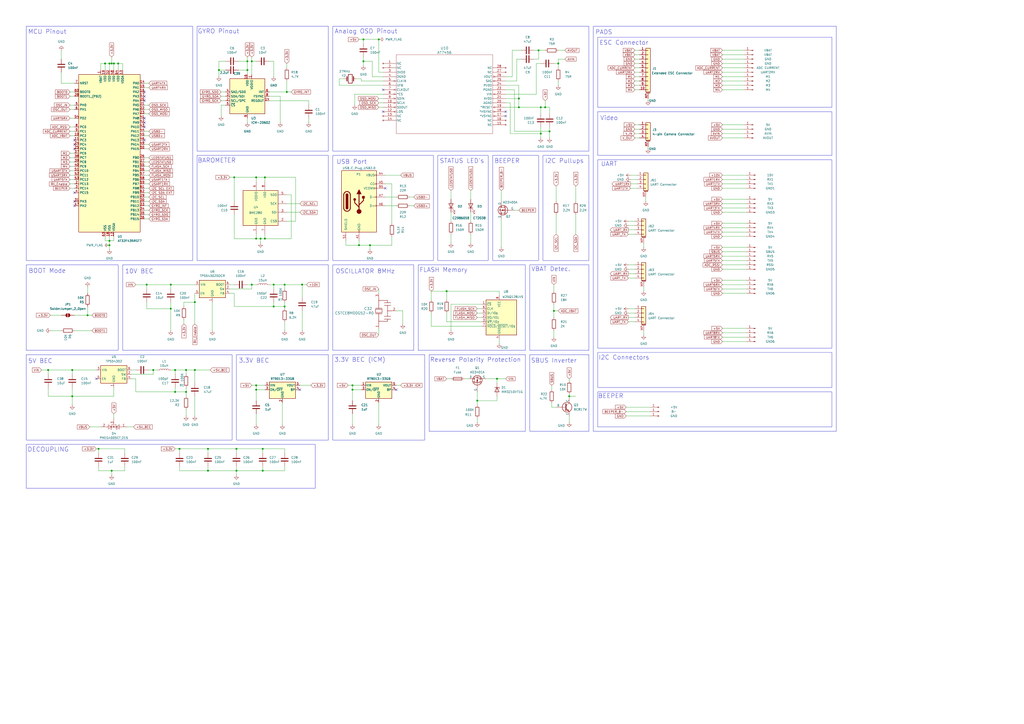
<source format=kicad_sch>
(kicad_sch (version 20250114) (generator "eeschema") (generator_version "9.0")
  (paper "A2")
  (title_block (title "AT435 Flight Controller") (date "2026-01-27") (rev "2026-01-27") (company "N/A") (comment 1 "Creator: Manuel Nadig"))
  (rectangle (start 15.24 257.81) (end 182.88 283.21))
  (rectangle (start 242.57 153.67) (end 304.8 203.2))
  (rectangle (start 346.71 64.77) (end 482.6 90.17))
  (rectangle (start 346.71 227.33) (end 482.6 247.65))
  (rectangle (start 193.04 90.17) (end 251.46 151.13))
  (rectangle (start 254 90.17) (end 283.21 151.13))
  (polyline (pts (xy -102.0577 -0.5243) (xy -101.8831 -0.5098) (xy -101.7114 -0.4859) (xy -101.5429 -0.4531) (xy -101.3779 -0.4116) (xy -101.2165 -0.3618) (xy -101.0589 -0.3038) (xy -100.9055 -0.2382) (xy -100.7564 -0.165) (xy -100.6118 -0.0848) (xy -100.4721 0.0023) (xy -100.3374 0.0959) (xy -100.208 0.1957) (xy -100.0841 0.3013) (xy -99.966 0.4126) (xy -99.8538 0.5291) (xy -99.7664 0.6314) (xy -99.6829 0.7395) (xy -99.6036 0.853) (xy -99.5288 0.9715) (xy -99.4586 1.0947) (xy -99.3933 1.2221) (xy -99.3331 1.3534) (xy -99.2783 1.4882) (xy -99.229 1.6262) (xy -99.1856 1.7668) (xy -99.1482 1.9097) (xy -99.1171 2.0546) (xy -99.0924 2.2011) (xy -99.0746 2.3487) (xy -99.0637 2.497) (xy -99.06 2.6458) (xy -99.0661 2.8522) (xy -99.0844 3.0547) (xy -99.1144 3.2527) (xy -99.1559 3.4462) (xy -99.2086 3.6346) (xy -99.2721 3.8178) (xy -99.3461 3.9954) (xy -99.4304 4.1672) (xy -99.5246 4.3327) (xy -99.6284 4.4917) (xy -99.7416 4.6439) (xy -99.8637 4.7889) (xy -99.9945 4.9265) (xy -100.1336 5.0564) (xy -100.2809 5.1782) (xy -100.4358 5.2916) (xy -100.2809 5.4051) (xy -100.1336 5.5269) (xy -99.9945 5.6567) (xy -99.8637 5.7943) (xy -99.7416 5.9394) (xy -99.6284 6.0916) (xy -99.5246 6.2506) (xy -99.4304 6.4161) (xy -99.3461 6.5878) (xy -99.2721 6.7654) (xy -99.2086 6.9486) (xy -99.1559 7.1371) (xy -99.1144 7.3305) (xy -99.0844 7.5286) (xy -99.0661 7.731) (xy -99.0615 7.8338) (xy -99.06 7.9375) (xy -99.0637 8.0862) (xy -99.0746 8.2346) (xy -99.0924 8.3822) (xy -99.1171 8.5286) (xy -99.1482 8.6735) (xy -99.1856 8.8165) (xy -99.229 8.9571) (xy -99.2783 9.095) (xy -99.3331 9.2298) (xy -99.3933 9.3612) (xy -99.4586 9.4886) (xy -99.5288 9.6118) (xy -99.6036 9.7303) (xy -99.6829 9.8438) (xy -99.7664 9.9519) (xy -99.8538 10.0541) (xy -99.966 10.1707) (xy -100.0841 10.2819) (xy -100.208 10.3876) (xy -100.3374 10.4874) (xy -100.4721 10.581) (xy -100.6118 10.668) (xy -100.7564 10.7483) (xy -100.9055 10.8214) (xy -101.0589 10.8871) (xy -101.2165 10.945) (xy -101.3779 10.9949) (xy -101.5429 11.0364) (xy -101.7114 11.0692) (xy -101.8831 11.093) (xy -102.0577 11.1076) (xy -102.235 11.1125) (xy -107.315 11.1125) (xy -107.315 10.0541) (xy -102.235 10.0541) (xy -102.1265 10.0514) (xy -102.0194 10.0432) (xy -101.9138 10.0296) (xy -101.8098 10.0109) (xy -101.7076 9.9872) (xy -101.6074 9.9586) (xy -101.5092 9.9252) (xy -101.4131 9.8871) (xy -101.3194 9.8446) (xy -101.2282 9.7977) (xy -101.1396 9.7466) (xy -101.0537 9.6914) (xy -100.9706 9.6322) (xy -100.8906 9.5692) (xy -100.8137 9.5026) (xy -100.7401 9.4324) (xy -100.6699 9.3587) (xy -100.6032 9.2819) (xy -100.5403 9.2018) (xy -100.4811 9.1188) (xy -100.4259 9.0329) (xy -100.3748 8.9443) (xy -100.3279 8.853) (xy -100.2854 8.7593) (xy -100.2473 8.6633) (xy -100.2139 8.5651) (xy -100.1853 8.4648) (xy -100.1615 8.3627) (xy -100.1428 8.2587) (xy -100.1293 8.1531) (xy -100.1211 8.046) (xy -100.1183 7.9375) (xy -100.1211 7.8243) (xy -100.1293 7.7131) (xy -100.1428 7.604) (xy -100.1615 7.4971) (xy -100.1853 7.3924) (xy -100.2139 7.2902) (xy -100.2473 7.1904) (xy -100.2854 7.0933) (xy -100.3279 6.9988) (xy -100.3748 6.9072) (xy -100.4259 6.8185) (xy -100.4811 6.7329) (xy -100.5403 6.6504) (xy -100.6032 6.5711) (xy -100.6699 6.4952) (xy -100.7401 6.4227) (xy -100.8137 6.3538) (xy -100.8906 6.2886) (xy -100.9706 6.2272) (xy -101.0537 6.1696) (xy -101.1396 6.1161) (xy -101.2282 6.0666) (xy -101.3194 6.0213) (xy -101.4131 5.9804) (xy -101.5092 5.9438) (xy -101.6074 5.9118) (xy -101.7076 5.8845) (xy -101.8098 5.8618) (xy -101.9138 5.844) (xy -102.0194 5.8312) (xy -102.1265 5.8234) (xy -102.235 5.8208) (xy -102.87 5.8208) (xy -102.87 4.7625) (xy -102.235 4.7625) (xy -102.1265 4.7597) (xy -102.0194 4.7515) (xy -101.9138 4.738) (xy -101.8098 4.7193) (xy -101.7076 4.6955) (xy -101.6074 4.6669) (xy -101.5092 4.6335) (xy -101.4131 4.5954) (xy -101.3194 4.5529) (xy -101.2282 4.506) (xy -101.1396 4.4549) (xy -101.0537 4.3997) (xy -100.9706 4.3405) (xy -100.8906 4.2776) (xy -100.8137 4.2109) (xy -100.7401 4.1407) (xy -100.6699 4.0671) (xy -100.6032 3.9902) (xy -100.5403 3.9102) (xy -100.4811 3.8271) (xy -100.4259 3.7412) (xy -100.3748 3.6526) (xy -100.3279 3.5614) (xy -100.2854 3.4677) (xy -100.2473 3.3716) (xy -100.2139 3.2734) (xy -100.1853 3.1732) (xy -100.1615 3.071) (xy -100.1428 2.967) (xy -100.1293 2.8614) (xy -100.1211 2.7543) (xy -100.1183 2.6458) (xy -100.1211 2.5326) (xy -100.1293 2.4215) (xy -100.1428 2.3123) (xy -100.1615 2.2054) (xy -100.1853 2.1008) (xy -100.2139 1.9985) (xy -100.2473 1.8988) (xy -100.2854 1.8016) (xy -100.3279 1.7072) (xy -100.3748 1.6156) (xy -100.4259 1.5269) (xy -100.4811 1.4412) (xy -100.5403 1.3587) (xy -100.6032 1.2794) (xy -100.6699 1.2035) (xy -100.7401 1.1311) (xy -100.8137 1.0622) (xy -100.8906 0.9969) (xy -100.9706 0.9355) (xy -101.0537 0.8779) (xy -101.1396 0.8244) (xy -101.2282 0.7749) (xy -101.3194 0.7297) (xy -101.4131 0.6887) (xy -101.5092 0.6522) (xy -101.6074 0.6202) (xy -101.7076 0.5928) (xy -101.8098 0.5702) (xy -101.9138 0.5524) (xy -102.0194 0.5395) (xy -102.1265 0.5318) (xy -102.235 0.5291) (xy -107.315 0.5291) (xy -107.315 -0.5292) (xy -102.235 -0.5292) (xy -102.0577 -0.5243)) (stroke (width -0.0001) (type solid)) (fill (type color)))
  (rectangle (start 344.17 15.24) (end 485.14 250.19))
  (rectangle (start 193.04 15.24) (end 341.63 87.63))
  (rectangle (start -368.3 -7.62) (end -80.01 167.64))
  (rectangle (start 285.75 90.17) (end 312.42 151.13))
  (rectangle (start 114.3 90.17) (end 190.5 151.13))
  (rectangle (start 346.71 92.71) (end 482.6 201.93))
  (rectangle (start 193.04 153.67) (end 240.03 203.2))
  (rectangle (start 71.12 153.67) (end 190.5 203.2))
  (rectangle (start 346.71 21.59) (end 482.6 62.23))
  (rectangle (start 248.92 205.74) (end 304.8 250.19))
  (rectangle (start 307.34 153.67) (end 341.63 203.2))
  (rectangle (start 114.3 15.24) (end 190.5 87.63))
  (rectangle (start 15.24 205.74) (end 134.62 255.27))
  (rectangle (start 314.96 90.17) (end 341.63 151.13))
  (rectangle (start 15.24 153.67) (end 68.58 203.2))
  (rectangle (start 15.24 15.24) (end 111.76 151.13))
  (rectangle (start 346.71 204.47) (end 482.6 224.79))
  (rectangle (start 137.16 205.74) (end 190.5 255.27))
  (polyline (pts (xy -90.3817 4.2333) (xy -92.4983 4.2333) (xy -92.4983 7.9375) (xy -95.6733 7.9375) (xy -95.6733 11.1125) (xy -99.4304 11.1125) (xy -99.3622 11.0529) (xy -99.2964 10.9932) (xy -99.2329 10.9332) (xy -99.1716 10.8727) (xy -99.1125 10.8116) (xy -99.0556 10.7497) (xy -99.0006 10.6869) (xy -98.9476 10.623) (xy -98.8964 10.5578) (xy -98.847 10.4913) (xy -98.7993 10.4232) (xy -98.7532 10.3534) (xy -98.7087 10.2818) (xy -98.6657 10.2081) (xy -98.6241 10.1323) (xy -98.5838 10.0541) (xy -96.7317 10.0541) (xy -96.7317 6.8791) (xy -93.5567 6.8791) (xy -93.5567 4.2333) (xy -96.7317 4.2333) (xy -96.7317 3.175) (xy -91.44 3.175) (xy -91.44 0.5291) (xy -98.5308 0.5291) (xy -98.5717 0.451) (xy -98.615 0.3751) (xy -98.6604 0.3015) (xy -98.7078 0.2298) (xy -98.757 0.16) (xy -98.808 0.092) (xy -98.8606 0.0254) (xy -98.9145 -0.0397) (xy -98.9696 -0.1036) (xy -99.0259 -0.1664) (xy -99.141 -0.2894) (xy -99.2586 -0.4099) (xy -99.3775 -0.5292) (xy -90.3817 -0.5292) (xy -90.3817 4.2333)) (stroke (width -0.0001) (type solid)) (fill (type color)))
  (rectangle (start 193.04 205.74) (end 246.38 255.27))
  (rectangle (start 307.34 205.74) (end 341.63 250.19))
  (text "DECOUPLING\n" (at 27.94 260.858 0) (effects (font (size 2.54 2.54))))
  (text "ESC Connector" (at 361.95 24.892 0) (effects (font (size 2.54 2.54))))
  (text "OSCILLATOR 8MHz\n\n" (at 211.836 159.512 0) (effects (font (size 2.54 2.54))))
  (text "BF Connector Standard " (at -308.102 1.27 0) (effects (font (size 6.35 6.35))))
  (text "I2C Connectors\n\n" (at 361.95 209.55 0) (effects (font (size 2.54 2.54))))
  (text "5V BEC" (at 23.368 209.55 0) (effects (font (size 2.54 2.54))))
  (text "VBAT Detec.\n" (at 319.532 156.21 0) (effects (font (size 2.54 2.54))))
  (text "3.3V BEC (ICM)" (at 208.788 208.788 0) (effects (font (size 2.54 2.54))))
  (text "UART\n" (at 353.314 95.25 0) (effects (font (size 2.54 2.54))))
  (text "FLASH Memory" (at 257.302 156.718 0) (effects (font (size 2.54 2.54))))
  (text "PADS" (at 350.266 18.796 0) (effects (font (size 2.54 2.54))))
  (text "BAROMETER" (at 125.73 93.218 0) (effects (font (size 2.54 2.54))))
  (text "BEEPER\n" (at 354.33 229.87 0) (effects (font (size 2.54 2.54))))
  (text "Video" (at 353.314 68.58 0) (effects (font (size 2.54 2.54))))
  (text "STATUS LED's" (at 267.97 93.472 0) (effects (font (size 2.54 2.54))))
  (text "I2C Pullups" (at 327.406 93.472 0) (effects (font (size 2.54 2.54))))
  (text "BEEPER" (at 294.132 93.472 0) (effects (font (size 2.54 2.54))))
  (text "BOOT Mode" (at 27.432 157.226 0) (effects (font (size 2.54 2.54))))
  (text "MCU Pinout" (at 27.432 18.542 0) (effects (font (size 2.54 2.54))))
  (text "Analog OSD Pinout" (at 212.344 18.288 0) (effects (font (size 2.54 2.54))))
  (text "10V BEC\n" (at 80.772 157.48 0) (effects (font (size 2.54 2.54))))
  (text "GYRO Pinout" (at 126.746 18.288 0) (effects (font (size 2.54 2.54))))
  (text "3.3V BEC" (at 147.32 209.296 0) (effects (font (size 2.54 2.54))))
  (text "USB Port\n" (at 203.962 93.98 0) (effects (font (size 2.54 2.54))))
  (text "Reverse Polarity Protection" (at 275.844 208.788 0) (effects (font (size 2.54 2.54))))
  (text "SBUS Inverter" (at 321.31 209.296 0) (effects (font (size 2.54 2.54))))
  (junction (at 166.37 53.34))
  (junction (at 135.89 102.87))
  (junction (at 158.75 165.1))
  (junction (at 300.99 62.23))
  (junction (at 153.67 102.87))
  (junction (at 41.91 229.87))
  (junction (at 316.23 62.23))
  (junction (at 208.28 142.24))
  (junction (at 101.6 214.63))
  (junction (at 57.15 260.35))
  (junction (at 210.82 35.56))
  (junction (at 137.16 260.35))
  (junction (at 146.05 35.56))
  (junction (at 143.51 40.64))
  (junction (at 63.5 36.83))
  (junction (at 153.67 138.43))
  (junction (at 321.31 180.34))
  (junction (at 276.86 232.41))
  (junction (at 64.77 36.83))
  (junction (at 210.82 22.86))
  (junction (at 137.16 273.05))
  (junction (at 312.42 29.21))
  (junction (at 68.58 36.83))
  (junction (at 85.09 165.1))
  (junction (at 204.47 223.52))
  (junction (at 152.4 260.35))
  (junction (at 104.14 260.35))
  (junction (at 318.77 76.2))
  (junction (at 214.63 142.24))
  (junction (at 288.29 219.71))
  (junction (at 120.65 260.35))
  (junction (at 113.03 175.26))
  (junction (at 120.65 273.05))
  (junction (at 66.04 36.83))
  (junction (at 300.99 57.15))
  (junction (at 27.94 214.63))
  (junction (at 113.03 214.63))
  (junction (at 146.05 165.1))
  (junction (at 41.91 214.63))
  (junction (at 148.59 223.52))
  (junction (at 148.59 138.43))
  (junction (at 323.85 36.83))
  (junction (at 50.8 182.88))
  (junction (at 330.2 229.87))
  (junction (at 148.59 226.06))
  (junction (at 151.13 138.43))
  (junction (at 60.96 36.83))
  (junction (at 219.71 22.86))
  (junction (at 88.9 214.63))
  (junction (at 152.4 273.05))
  (junction (at 175.26 165.1))
  (junction (at 64.77 273.05))
  (junction (at 63.5 142.24))
  (junction (at 143.51 35.56))
  (junction (at 165.1 177.8))
  (junction (at 107.95 214.63))
  (junction (at 259.08 168.91))
  (junction (at 165.1 165.1))
  (junction (at 107.95 227.33))
  (junction (at 99.06 165.1))
  (junction (at 313.69 77.47))
  (junction (at 313.69 62.23))
  (junction (at 204.47 226.06))
  (junction (at 148.59 102.87))
  (junction (at 63.5 139.7))
  (junction (at 127 40.64))
  (junction (at 101.6 227.33))
  (junction (at 158.75 177.8))
  (junction (at 99.06 179.07))
  (no_connect (at 222.25 64.77))
  (no_connect (at 173.99 226.06))
  (no_connect (at 83.82 71.12))
  (no_connect (at 43.18 81.28))
  (no_connect (at 223.52 109.22))
  (no_connect (at 293.37 67.31))
  (no_connect (at 43.18 116.84))
  (no_connect (at 43.18 83.82))
  (no_connect (at 222.25 52.07))
  (no_connect (at 293.37 64.77))
  (no_connect (at 83.82 73.66))
  (no_connect (at 43.18 119.38))
  (no_connect (at 229.87 226.06))
  (no_connect (at 83.82 55.88))
  (no_connect (at 83.82 81.28))
  (no_connect (at 83.82 58.42))
  (no_connect (at 43.18 86.36))
  (no_connect (at 55.88 219.71))
  (no_connect (at 43.18 111.76))
  (no_connect (at 83.82 68.58))
  (no_connect (at 83.82 53.34))
  (wire (pts (xy 86.36 60.96) (xy 83.82 60.96)))
  (wire (pts (xy 101.6 260.35) (xy 104.14 260.35)))
  (wire (pts (xy -255.27 87.63) (xy -255.27 90.17)))
  (wire (pts (xy 146.05 223.52) (xy 148.59 223.52)))
  (wire (pts (xy 201.93 223.52) (xy 204.47 223.52)))
  (wire (pts (xy 41.91 217.17) (xy 41.91 214.63)))
  (wire (pts (xy 373.38 191.77) (xy 373.38 194.31)))
  (wire (pts (xy -311.15 119.38) (xy -307.34 119.38)))
  (wire (pts (xy 215.9 44.45) (xy 222.25 44.45)))
  (wire (pts (xy 208.28 142.24) (xy 214.63 142.24)))
  (wire (pts (xy -137.16 87.63) (xy -137.16 90.17)))
  (wire (pts (xy 86.36 121.92) (xy 83.82 121.92)))
  (wire (pts (xy 431.8 41.91) (xy 419.1 41.91)))
  (wire (pts (xy 107.95 217.17) (xy 107.95 214.63)))
  (wire (pts (xy 210.82 22.86) (xy 210.82 25.4)))
  (wire (pts (xy 138.43 40.64) (xy 143.51 40.64)))
  (wire (pts (xy 158.75 35.56) (xy 158.75 44.45)))
  (wire (pts (xy 431.8 31.75) (xy 419.1 31.75)))
  (wire (pts (xy 29.21 191.77) (xy 35.56 191.77)))
  (wire (pts (xy -264.16 82.55) (xy -260.35 82.55)))
  (wire (pts (xy 210.82 35.56) (xy 210.82 38.1)))
  (wire (pts (xy 431.8 44.45) (xy 419.1 44.45)))
  (wire (pts (xy 152.4 260.35) (xy 152.4 262.89)))
  (wire (pts (xy 364.49 158.75) (xy 368.3 158.75)))
  (wire (pts (xy 273.05 123.19) (xy 273.05 128.27)))
  (wire (pts (xy 166.37 53.34) (xy 156.21 53.34)))
  (wire (pts (xy 276.86 179.07) (xy 279.4 179.07)))
  (wire (pts (xy -209.55 35.56) (xy -205.74 35.56)))
  (wire (pts (xy -264.16 121.92) (xy -260.35 121.92)))
  (wire (pts (xy 133.35 170.18) (xy 135.89 170.18)))
  (wire (pts (xy 419.1 198.12) (xy 433.07 198.12)))
  (wire (pts (xy 106.68 177.8) (xy 106.68 175.26)))
  (wire (pts (xy 419.1 170.18) (xy 433.07 170.18)))
  (wire (pts (xy 120.65 270.51) (xy 120.65 273.05)))
  (wire (pts (xy 237.49 119.38) (xy 240.03 119.38)))
  (wire (pts (xy -311.15 124.46) (xy -307.34 124.46)))
  (wire (pts (xy -146.05 82.55) (xy -142.24 82.55)))
  (wire (pts (xy 43.18 191.77) (xy 53.34 191.77)))
  (wire (pts (xy 86.36 127) (xy 83.82 127)))
  (wire (pts (xy 78.74 219.71) (xy 78.74 227.33)))
  (wire (pts (xy 364.49 153.67) (xy 368.3 153.67)))
  (wire (pts (xy 204.47 240.03) (xy 204.47 246.38)))
  (wire (pts (xy 207.01 45.72) (xy 209.55 45.72)))
  (wire (pts (xy 63.5 36.83) (xy 64.77 36.83)))
  (wire (pts (xy 364.49 156.21) (xy 368.3 156.21)))
  (wire (pts (xy 127 40.64) (xy 130.81 40.64)))
  (wire (pts (xy 419.1 109.22) (xy 433.07 109.22)))
  (wire (pts (xy 148.59 165.1) (xy 146.05 165.1)))
  (polyline (pts (xy -107.315 2.1166) (xy -104.14 2.1166)) (stroke (width 1.0583) (type solid)))
  (wire (pts (xy -264.16 74.93) (xy -260.35 74.93)))
  (wire (pts (xy 86.36 50.8) (xy 83.82 50.8)))
  (wire (pts (xy 86.36 119.38) (xy 83.82 119.38)))
  (wire (pts (xy 120.65 273.05) (xy 137.16 273.05)))
  (wire (pts (xy 101.6 227.33) (xy 107.95 227.33)))
  (wire (pts (xy 128.27 67.31) (xy 128.27 60.96)))
  (wire (pts (xy 72.39 273.05) (xy 72.39 270.51)))
  (wire (pts (xy 71.12 36.83) (xy 71.12 40.64)))
  (wire (pts (xy 104.14 260.35) (xy 120.65 260.35)))
  (wire (pts (xy 101.6 224.79) (xy 101.6 227.33)))
  (wire (pts (xy 166.37 123.19) (xy 173.99 123.19)))
  (wire (pts (xy 68.58 36.83) (xy 68.58 40.64)))
  (wire (pts (xy 293.37 49.53) (xy 300.99 49.53)))
  (wire (pts (xy 27.94 224.79) (xy 27.94 229.87)))
  (wire (pts (xy 66.04 139.7) (xy 66.04 137.16)))
  (wire (pts (xy 318.77 62.23) (xy 318.77 66.04)))
  (wire (pts (xy 135.89 177.8) (xy 158.75 177.8)))
  (wire (pts (xy 60.96 36.83) (xy 60.96 40.64)))
  (wire (pts (xy 223.52 101.6) (xy 232.41 101.6)))
  (wire (pts (xy 162.56 55.88) (xy 162.56 71.12)))
  (wire (pts (xy 86.36 214.63) (xy 88.9 214.63)))
  (wire (pts (xy 146.05 167.64) (xy 146.05 165.1)))
  (wire (pts (xy 165.1 186.69) (xy 165.1 191.77)))
  (wire (pts (xy -209.55 27.94) (xy -205.74 27.94)))
  (wire (pts (xy -209.55 119.38) (xy -205.74 119.38)))
  (wire (pts (xy 40.64 63.5) (xy 43.18 63.5)))
  (wire (pts (xy 63.5 139.7) (xy 66.04 139.7)))
  (wire (pts (xy -309.88 27.94) (xy -307.34 27.94)))
  (wire (pts (xy 40.64 76.2) (xy 43.18 76.2)))
  (wire (pts (xy 165.1 165.1) (xy 175.26 165.1)))
  (wire (pts (xy 128.27 55.88) (xy 130.81 55.88)))
  (wire (pts (xy 298.45 121.92) (xy 300.99 121.92)))
  (wire (pts (xy 58.42 40.64) (xy 58.42 36.83)))
  (wire (pts (xy 208.28 22.86) (xy 210.82 22.86)))
  (wire (pts (xy 295.91 77.47) (xy 313.69 77.47)))
  (wire (pts (xy 219.71 194.31) (xy 219.71 190.5)))
  (wire (pts (xy 364.49 133.35) (xy 368.3 133.35)))
  (wire (pts (xy 107.95 237.49) (xy 107.95 241.3)))
  (wire (pts (xy 364.49 184.15) (xy 368.3 184.15)))
  (wire (pts (xy 419.1 156.21) (xy 433.07 156.21)))
  (wire (pts (xy 153.67 138.43) (xy 153.67 135.89)))
  (wire (pts (xy 85.09 179.07) (xy 99.06 179.07)))
  (wire (pts (xy 40.64 96.52) (xy 43.18 96.52)))
  (wire (pts (xy 276.86 184.15) (xy 279.4 184.15)))
  (wire (pts (xy 29.21 182.88) (xy 35.56 182.88)))
  (wire (pts (xy 106.68 187.96) (xy 106.68 185.42)))
  (wire (pts (xy 86.36 78.74) (xy 83.82 78.74)))
  (wire (pts (xy 219.71 233.68) (xy 219.71 246.38)))
  (wire (pts (xy 259.08 173.99) (xy 259.08 168.91)))
  (wire (pts (xy 312.42 34.29) (xy 309.88 34.29)))
  (wire (pts (xy 312.42 29.21) (xy 316.23 29.21)))
  (wire (pts (xy 419.1 129.54) (xy 433.07 129.54)))
  (wire (pts (xy 261.62 135.89) (xy 261.62 140.97)))
  (wire (pts (xy 57.15 262.89) (xy 57.15 260.35)))
  (wire (pts (xy 321.31 176.53) (xy 321.31 180.34)))
  (wire (pts (xy 113.03 214.63) (xy 121.92 214.63)))
  (wire (pts (xy 364.49 181.61) (xy 368.3 181.61)))
  (wire (pts (xy 322.58 107.95) (xy 322.58 116.84)))
  (wire (pts (xy 330.2 241.3) (xy 330.2 245.11)))
  (wire (pts (xy 370.84 39.37) (xy 368.3 39.37)))
  (wire (pts (xy 373.38 166.37) (xy 373.38 168.91)))
  (wire (pts (xy 101.6 217.17) (xy 101.6 214.63)))
  (wire (pts (xy 85.09 167.64) (xy 85.09 165.1)))
  (wire (pts (xy 135.89 102.87) (xy 148.59 102.87)))
  (wire (pts (xy 334.01 229.87) (xy 330.2 229.87)))
  (wire (pts (xy 419.1 72.39) (xy 431.8 72.39)))
  (wire (pts (xy 313.69 62.23) (xy 313.69 66.04)))
  (wire (pts (xy 370.84 29.21) (xy 368.3 29.21)))
  (wire (pts (xy 156.21 55.88) (xy 162.56 55.88)))
  (wire (pts (xy 86.36 101.6) (xy 83.82 101.6)))
  (wire (pts (xy 41.91 229.87) (xy 66.04 229.87)))
  (wire (pts (xy 364.49 128.27) (xy 368.3 128.27)))
  (wire (pts (xy -264.16 80.01) (xy -260.35 80.01)))
  (wire (pts (xy 368.3 80.01) (xy 370.84 80.01)))
  (wire (pts (xy -146.05 30.48) (xy -142.24 30.48)))
  (wire (pts (xy 322.58 124.46) (xy 322.58 135.89)))
  (wire (pts (xy 320.04 236.22) (xy 322.58 236.22)))
  (wire (pts (xy 419.1 137.16) (xy 433.07 137.16)))
  (wire (pts (xy 66.04 36.83) (xy 68.58 36.83)))
  (wire (pts (xy 312.42 34.29) (xy 312.42 29.21)))
  (wire (pts (xy 86.36 109.22) (xy 83.82 109.22)))
  (wire (pts (xy 86.36 104.14) (xy 83.82 104.14)))
  (wire (pts (xy -146.05 27.94) (xy -142.24 27.94)))
  (wire (pts (xy 166.37 118.11) (xy 173.99 118.11)))
  (wire (pts (xy -262.89 22.86) (xy -260.35 22.86)))
  (wire (pts (xy 86.36 111.76) (xy 83.82 111.76)))
  (wire (pts (xy 143.51 71.12) (xy 143.51 68.58)))
  (wire (pts (xy 237.49 114.3) (xy 240.03 114.3)))
  (wire (pts (xy 104.14 270.51) (xy 104.14 273.05)))
  (wire (pts (xy -262.89 27.94) (xy -260.35 27.94)))
  (wire (pts (xy 298.45 76.2) (xy 318.77 76.2)))
  (wire (pts (xy 158.75 165.1) (xy 165.1 165.1)))
  (wire (pts (xy 40.64 91.44) (xy 43.18 91.44)))
  (wire (pts (xy 27.94 214.63) (xy 41.91 214.63)))
  (wire (pts (xy 60.96 137.16) (xy 60.96 139.7)))
  (wire (pts (xy -264.16 127) (xy -260.35 127)))
  (wire (pts (xy 104.14 273.05) (xy 120.65 273.05)))
  (wire (pts (xy -209.55 33.02) (xy -205.74 33.02)))
  (wire (pts (xy 419.1 118.11) (xy 433.07 118.11)))
  (wire (pts (xy 205.74 60.96) (xy 205.74 54.61)))
  (wire (pts (xy -200.66 87.63) (xy -200.66 90.17)))
  (wire (pts (xy 276.86 232.41) (xy 288.29 232.41)))
  (wire (pts (xy 219.71 22.86) (xy 210.82 22.86)))
  (wire (pts (xy 288.29 219.71) (xy 293.37 219.71)))
  (wire (pts (xy 63.5 139.7) (xy 63.5 142.24)))
  (wire (pts (xy 66.04 224.79) (xy 66.04 229.87)))
  (wire (pts (xy -209.55 127) (xy -205.74 127)))
  (wire (pts (xy 261.62 123.19) (xy 261.62 128.27)))
  (wire (pts (xy 300.99 57.15) (xy 300.99 62.23)))
  (wire (pts (xy 50.8 166.37) (xy 50.8 170.18)))
  (wire (pts (xy 276.86 227.33) (xy 276.86 232.41)))
  (wire (pts (xy 219.71 59.69) (xy 222.25 59.69)))
  (wire (pts (xy -200.66 132.08) (xy -200.66 134.62)))
  (wire (pts (xy 365.76 106.68) (xy 369.57 106.68)))
  (wire (pts (xy 86.36 91.44) (xy 83.82 91.44)))
  (wire (pts (xy 330.2 228.6) (xy 330.2 229.87)))
  (wire (pts (xy 223.52 106.68) (xy 227.33 106.68)))
  (wire (pts (xy 365.76 109.22) (xy 369.57 109.22)))
  (wire (pts (xy 76.2 217.17) (xy 88.9 217.17)))
  (wire (pts (xy 40.64 106.68) (xy 43.18 106.68)))
  (wire (pts (xy -309.88 25.4) (xy -307.34 25.4)))
  (wire (pts (xy -137.16 40.64) (xy -137.16 43.18)))
  (wire (pts (xy -209.55 121.92) (xy -205.74 121.92)))
  (wire (pts (xy -209.55 82.55) (xy -205.74 82.55)))
  (wire (pts (xy 227.33 137.16) (xy 227.33 142.24)))
  (wire (pts (xy 166.37 36.83) (xy 166.37 39.37)))
  (wire (pts (xy 86.36 116.84) (xy 83.82 116.84)))
  (wire (pts (xy 86.36 76.2) (xy 83.82 76.2)))
  (wire (pts (xy 363.22 238.76) (xy 377.19 238.76)))
  (wire (pts (xy 91.44 214.63) (xy 88.9 214.63)))
  (wire (pts (xy 364.49 179.07) (xy 368.3 179.07)))
  (wire (pts (xy -264.16 119.38) (xy -260.35 119.38)))
  (wire (pts (xy 323.85 34.29) (xy 323.85 36.83)))
  (wire (pts (xy 128.27 58.42) (xy 130.81 58.42)))
  (wire (pts (xy 78.74 165.1) (xy 85.09 165.1)))
  (wire (pts (xy 156.21 58.42) (xy 179.07 58.42)))
  (wire (pts (xy 214.63 142.24) (xy 227.33 142.24)))
  (wire (pts (xy 318.77 76.2) (xy 318.77 80.01)))
  (wire (pts (xy 113.03 229.87) (xy 113.03 241.3)))
  (wire (pts (xy 293.37 46.99) (xy 299.72 46.99)))
  (wire (pts (xy 52.07 247.65) (xy 58.42 247.65)))
  (wire (pts (xy 128.27 53.34) (xy 130.81 53.34)))
  (wire (pts (xy 316.23 62.23) (xy 318.77 62.23)))
  (wire (pts (xy 24.13 214.63) (xy 27.94 214.63)))
  (wire (pts (xy 370.84 46.99) (xy 368.3 46.99)))
  (wire (pts (xy 419.1 101.6) (xy 433.07 101.6)))
  (wire (pts (xy 419.1 120.65) (xy 433.07 120.65)))
  (wire (pts (xy 250.19 189.23) (xy 250.19 181.61)))
  (wire (pts (xy 375.92 57.15) (xy 375.92 58.42)))
  (wire (pts (xy 419.1 153.67) (xy 433.07 153.67)))
  (wire (pts (xy -309.88 33.02) (xy -307.34 33.02)))
  (wire (pts (xy 40.64 101.6) (xy 43.18 101.6)))
  (wire (pts (xy 99.06 175.26) (xy 99.06 179.07)))
  (wire (pts (xy 370.84 31.75) (xy 368.3 31.75)))
  (wire (pts (xy 41.91 224.79) (xy 41.91 229.87)))
  (wire (pts (xy 40.64 68.58) (xy 43.18 68.58)))
  (wire (pts (xy 419.1 146.05) (xy 433.07 146.05)))
  (wire (pts (xy 113.03 170.18) (xy 113.03 175.26)))
  (wire (pts (xy 196.85 45.72) (xy 199.39 45.72)))
  (wire (pts (xy 165.1 167.64) (xy 165.1 165.1)))
  (wire (pts (xy 27.94 229.87) (xy 41.91 229.87)))
  (wire (pts (xy 165.1 260.35) (xy 165.1 262.89)))
  (wire (pts (xy 135.89 138.43) (xy 135.89 124.46)))
  (wire (pts (xy 146.05 33.02) (xy 146.05 35.56)))
  (wire (pts (xy 86.36 106.68) (xy 83.82 106.68)))
  (wire (pts (xy 85.09 175.26) (xy 85.09 179.07)))
  (wire (pts (xy 35.56 41.91) (xy 35.56 48.26)))
  (wire (pts (xy 99.06 167.64) (xy 99.06 165.1)))
  (wire (pts (xy 295.91 59.69) (xy 295.91 77.47)))
  (wire (pts (xy 168.91 113.03) (xy 166.37 113.03)))
  (wire (pts (xy 368.3 72.39) (xy 370.84 72.39)))
  (wire (pts (xy 323.85 29.21) (xy 327.66 29.21)))
  (wire (pts (xy 279.4 189.23) (xy 250.19 189.23)))
  (wire (pts (xy 40.64 88.9) (xy 43.18 88.9)))
  (wire (pts (xy 72.39 260.35) (xy 72.39 262.89)))
  (wire (pts (xy 168.91 53.34) (xy 166.37 53.34)))
  (wire (pts (xy 229.87 180.34) (xy 233.68 180.34)))
  (wire (pts (xy 215.9 35.56) (xy 215.9 44.45)))
  (wire (pts (xy 219.71 167.64) (xy 219.71 170.18)))
  (wire (pts (xy 86.36 86.36) (xy 83.82 86.36)))
  (wire (pts (xy 288.29 222.25) (xy 288.29 219.71)))
  (wire (pts (xy 419.1 123.19) (xy 433.07 123.19)))
  (wire (pts (xy 250.19 173.99) (xy 250.19 168.91)))
  (wire (pts (xy -311.15 82.55) (xy -307.34 82.55)))
  (wire (pts (xy 204.47 223.52) (xy 209.55 223.52)))
  (wire (pts (xy -209.55 74.93) (xy -205.74 74.93)))
  (wire (pts (xy 123.19 175.26) (xy 123.19 191.77)))
  (wire (pts (xy 165.1 273.05) (xy 165.1 270.51)))
  (wire (pts (xy 107.95 214.63) (xy 113.03 214.63)))
  (wire (pts (xy 313.69 62.23) (xy 316.23 62.23)))
  (wire (pts (xy 431.8 46.99) (xy 419.1 46.99)))
  (wire (pts (xy 233.68 180.34) (xy 233.68 187.96)))
  (wire (pts (xy 179.07 68.58) (xy 179.07 71.12)))
  (wire (pts (xy 276.86 181.61) (xy 279.4 181.61)))
  (wire (pts (xy 419.1 80.01) (xy 431.8 80.01)))
  (wire (pts (xy 365.76 104.14) (xy 369.57 104.14)))
  (wire (pts (xy -311.15 121.92) (xy -307.34 121.92)))
  (wire (pts (xy 419.1 190.5) (xy 433.07 190.5)))
  (wire (pts (xy 363.22 241.3) (xy 377.19 241.3)))
  (wire (pts (xy 419.1 167.64) (xy 433.07 167.64)))
  (wire (pts (xy 309.88 29.21) (xy 312.42 29.21)))
  (wire (pts (xy 298.45 52.07) (xy 298.45 76.2)))
  (wire (pts (xy 40.64 109.22) (xy 43.18 109.22)))
  (wire (pts (xy -302.26 87.63) (xy -302.26 90.17)))
  (wire (pts (xy 130.81 35.56) (xy 127 35.56)))
  (wire (pts (xy -255.27 132.08) (xy -255.27 134.62)))
  (wire (pts (xy 120.65 260.35) (xy 137.16 260.35)))
  (wire (pts (xy 107.95 224.79) (xy 107.95 227.33)))
  (wire (pts (xy 113.03 175.26) (xy 113.03 187.96)))
  (wire (pts (xy 86.36 93.98) (xy 83.82 93.98)))
  (wire (pts (xy 419.1 106.68) (xy 433.07 106.68)))
  (wire (pts (xy 370.84 41.91) (xy 368.3 41.91)))
  (wire (pts (xy 419.1 143.51) (xy 433.07 143.51)))
  (wire (pts (xy 50.8 182.88) (xy 53.34 182.88)))
  (wire (pts (xy 173.99 223.52) (xy 180.34 223.52)))
  (wire (pts (xy 368.3 74.93) (xy 370.84 74.93)))
  (wire (pts (xy 316.23 58.42) (xy 316.23 62.23)))
  (wire (pts (xy 210.82 33.02) (xy 210.82 35.56)))
  (wire (pts (xy 165.1 177.8) (xy 165.1 179.07)))
  (wire (pts (xy 133.35 165.1) (xy 135.89 165.1)))
  (wire (pts (xy 261.62 110.49) (xy 261.62 115.57)))
  (wire (pts (xy 431.8 49.53) (xy 419.1 49.53)))
  (wire (pts (xy 153.67 102.87) (xy 153.67 105.41)))
  (wire (pts (xy 58.42 36.83) (xy 60.96 36.83)))
  (wire (pts (xy -262.89 20.32) (xy -260.35 20.32)))
  (wire (pts (xy 431.8 39.37) (xy 419.1 39.37)))
  (wire (pts (xy 297.18 44.45) (xy 297.18 29.21)))
  (wire (pts (xy 158.75 175.26) (xy 158.75 177.8)))
  (wire (pts (xy 64.77 33.02) (xy 64.77 36.83)))
  (wire (pts (xy 320.04 223.52) (xy 320.04 226.06)))
  (wire (pts (xy 148.59 226.06) (xy 153.67 226.06)))
  (wire (pts (xy 99.06 179.07) (xy 99.06 191.77)))
  (wire (pts (xy 158.75 177.8) (xy 165.1 177.8)))
  (wire (pts (xy 223.52 119.38) (xy 229.87 119.38)))
  (wire (pts (xy -262.89 15.24) (xy -260.35 15.24)))
  (wire (pts (xy 419.1 115.57) (xy 433.07 115.57)))
  (wire (pts (xy -309.88 35.56) (xy -307.34 35.56)))
  (wire (pts (xy 419.1 148.59) (xy 433.07 148.59)))
  (wire (pts (xy 148.59 138.43) (xy 148.59 135.89)))
  (wire (pts (xy 148.59 138.43) (xy 135.89 138.43)))
  (wire (pts (xy 365.76 101.6) (xy 369.57 101.6)))
  (wire (pts (xy 146.05 35.56) (xy 146.05 43.18)))
  (wire (pts (xy 419.1 193.04) (xy 433.07 193.04)))
  (wire (pts (xy 259.08 186.69) (xy 259.08 181.61)))
  (wire (pts (xy 204.47 226.06) (xy 204.47 232.41)))
  (wire (pts (xy 66.04 36.83) (xy 66.04 40.64)))
  (wire (pts (xy 133.35 167.64) (xy 146.05 167.64)))
  (wire (pts (xy -309.88 20.32) (xy -307.34 20.32)))
  (wire (pts (xy 99.06 214.63) (xy 101.6 214.63)))
  (wire (pts (xy 66.04 240.03) (xy 66.04 242.57)))
  (wire (pts (xy 153.67 138.43) (xy 151.13 138.43)))
  (wire (pts (xy -309.88 30.48) (xy -307.34 30.48)))
  (wire (pts (xy 273.05 135.89) (xy 273.05 140.97)))
  (wire (pts (xy -262.89 25.4) (xy -260.35 25.4)))
  (wire (pts (xy 261.62 176.53) (xy 261.62 191.77)))
  (wire (pts (xy 200.66 139.7) (xy 200.66 142.24)))
  (wire (pts (xy 50.8 177.8) (xy 50.8 182.88)))
  (wire (pts (xy 127 40.64) (xy 127 44.45)))
  (wire (pts (xy -262.89 12.7) (xy -260.35 12.7)))
  (wire (pts (xy 368.3 77.47) (xy 370.84 77.47)))
  (wire (pts (xy 276.86 232.41) (xy 276.86 234.95)))
  (wire (pts (xy 431.8 29.21) (xy 419.1 29.21)))
  (wire (pts (xy 300.99 49.53) (xy 300.99 57.15)))
  (wire (pts (xy 323.85 46.99) (xy 323.85 49.53)))
  (wire (pts (xy -264.16 77.47) (xy -260.35 77.47)))
  (wire (pts (xy -146.05 80.01) (xy -142.24 80.01)))
  (wire (pts (xy 334.01 124.46) (xy 334.01 135.89)))
  (wire (pts (xy 27.94 217.17) (xy 27.94 214.63)))
  (wire (pts (xy -264.16 72.39) (xy -260.35 72.39)))
  (wire (pts (xy 293.37 57.15) (xy 300.99 57.15)))
  (wire (pts (xy 334.01 107.95) (xy 334.01 116.84)))
  (wire (pts (xy 370.84 49.53) (xy 368.3 49.53)))
  (wire (pts (xy 40.64 73.66) (xy 43.18 73.66)))
  (wire (pts (xy 143.51 43.18) (xy 143.51 40.64)))
  (wire (pts (xy 419.1 134.62) (xy 433.07 134.62)))
  (wire (pts (xy 41.91 214.63) (xy 55.88 214.63)))
  (wire (pts (xy 281.94 219.71) (xy 288.29 219.71)))
  (wire (pts (xy 321.31 180.34) (xy 323.85 180.34)))
  (wire (pts (xy 364.49 135.89) (xy 368.3 135.89)))
  (wire (pts (xy 133.35 102.87) (xy 135.89 102.87)))
  (wire (pts (xy 137.16 270.51) (xy 137.16 273.05)))
  (wire (pts (xy 163.83 233.68) (xy 163.83 246.38)))
  (wire (pts (xy 364.49 161.29) (xy 368.3 161.29)))
  (wire (pts (xy 166.37 128.27) (xy 171.45 128.27)))
  (wire (pts (xy 148.59 240.03) (xy 148.59 246.38)))
  (wire (pts (xy 214.63 142.24) (xy 214.63 144.78)))
  (wire (pts (xy -262.89 33.02) (xy -260.35 33.02)))
  (wire (pts (xy -309.88 22.86) (xy -307.34 22.86)))
  (wire (pts (xy 137.16 273.05) (xy 152.4 273.05)))
  (wire (pts (xy 300.99 62.23) (xy 313.69 62.23)))
  (wire (pts (xy -262.89 17.78) (xy -260.35 17.78)))
  (wire (pts (xy 223.52 114.3) (xy 229.87 114.3)))
  (wire (pts (xy -146.05 77.47) (xy -142.24 77.47)))
  (wire (pts (xy -209.55 80.01) (xy -205.74 80.01)))
  (wire (pts (xy 57.15 273.05) (xy 64.77 273.05)))
  (wire (pts (xy -264.16 114.3) (xy -260.35 114.3)))
  (wire (pts (xy 273.05 110.49) (xy 273.05 115.57)))
  (wire (pts (xy -146.05 33.02) (xy -142.24 33.02)))
  (wire (pts (xy 135.89 116.84) (xy 135.89 102.87)))
  (wire (pts (xy 259.08 219.71) (xy 261.62 219.71)))
  (wire (pts (xy 276.86 242.57) (xy 276.86 245.11)))
  (wire (pts (xy -311.15 127) (xy -307.34 127)))
  (wire (pts (xy 227.33 106.68) (xy 227.33 129.54)))
  (polyline (pts (xy -107.315 4.2333) (xy -104.14 4.2333)) (stroke (width 1.0583) (type solid)))
  (wire (pts (xy 151.13 138.43) (xy 148.59 138.43)))
  (wire (pts (xy 158.75 167.64) (xy 158.75 165.1)))
  (wire (pts (xy 85.09 165.1) (xy 99.06 165.1)))
  (wire (pts (xy 35.56 29.21) (xy 35.56 34.29)))
  (wire (pts (xy 107.95 227.33) (xy 107.95 229.87)))
  (wire (pts (xy 171.45 128.27) (xy 171.45 102.87)))
  (wire (pts (xy 60.96 142.24) (xy 63.5 142.24)))
  (wire (pts (xy 101.6 214.63) (xy 107.95 214.63)))
  (wire (pts (xy 374.65 114.3) (xy 374.65 116.84)))
  (wire (pts (xy 261.62 176.53) (xy 279.4 176.53)))
  (wire (pts (xy 40.64 60.96) (xy 43.18 60.96)))
  (wire (pts (xy 297.18 29.21) (xy 302.26 29.21)))
  (wire (pts (xy 128.27 60.96) (xy 130.81 60.96)))
  (wire (pts (xy 146.05 35.56) (xy 148.59 35.56)))
  (wire (pts (xy 269.24 219.71) (xy 271.78 219.71)))
  (wire (pts (xy 40.64 78.74) (xy 43.18 78.74)))
  (wire (pts (xy 63.5 142.24) (xy 63.5 144.78)))
  (wire (pts (xy 86.36 48.26) (xy 83.82 48.26)))
  (wire (pts (xy 196.85 49.53) (xy 222.25 49.53)))
  (wire (pts (xy 86.36 124.46) (xy 83.82 124.46)))
  (wire (pts (xy 135.89 170.18) (xy 135.89 177.8)))
  (wire (pts (xy 120.65 260.35) (xy 120.65 262.89)))
  (wire (pts (xy 419.1 104.14) (xy 433.07 104.14)))
  (wire (pts (xy 204.47 223.52) (xy 204.47 226.06)))
  (wire (pts (xy 205.74 54.61) (xy 222.25 54.61)))
  (wire (pts (xy 419.1 74.93) (xy 431.8 74.93)))
  (wire (pts (xy 148.59 226.06) (xy 148.59 232.41)))
  (wire (pts (xy 86.36 96.52) (xy 83.82 96.52)))
  (wire (pts (xy -311.15 116.84) (xy -307.34 116.84)))
  (wire (pts (xy 55.88 260.35) (xy 57.15 260.35)))
  (wire (pts (xy 431.8 52.07) (xy 419.1 52.07)))
  (wire (pts (xy 171.45 102.87) (xy 153.67 102.87)))
  (wire (pts (xy 148.59 223.52) (xy 148.59 226.06)))
  (wire (pts (xy -146.05 35.56) (xy -142.24 35.56)))
  (wire (pts (xy 143.51 35.56) (xy 143.51 33.02)))
  (wire (pts (xy 179.07 58.42) (xy 179.07 60.96)))
  (wire (pts (xy 321.31 180.34) (xy 321.31 184.15)))
  (wire (pts (xy 63.5 36.83) (xy 63.5 40.64)))
  (wire (pts (xy 64.77 275.59) (xy 64.77 273.05)))
  (wire (pts (xy -311.15 74.93) (xy -307.34 74.93)))
  (wire (pts (xy 137.16 275.59) (xy 137.16 273.05)))
  (wire (pts (xy 35.56 48.26) (xy 43.18 48.26)))
  (wire (pts (xy 321.31 191.77) (xy 321.31 195.58)))
  (wire (pts (xy 219.71 62.23) (xy 222.25 62.23)))
  (wire (pts (xy 88.9 217.17) (xy 88.9 214.63)))
  (wire (pts (xy 373.38 140.97) (xy 373.38 143.51)))
  (wire (pts (xy 137.16 260.35) (xy 137.16 262.89)))
  (wire (pts (xy 175.26 165.1) (xy 177.8 165.1)))
  (wire (pts (xy 311.15 36.83) (xy 313.69 36.83)))
  (wire (pts (xy 370.84 52.07) (xy 368.3 52.07)))
  (wire (pts (xy -309.88 17.78) (xy -307.34 17.78)))
  (wire (pts (xy 168.91 113.03) (xy 168.91 138.43)))
  (wire (pts (xy 219.71 57.15) (xy 222.25 57.15)))
  (wire (pts (xy 76.2 219.71) (xy 78.74 219.71)))
  (wire (pts (xy 104.14 260.35) (xy 104.14 262.89)))
  (wire (pts (xy 321.31 165.1) (xy 321.31 168.91)))
  (wire (pts (xy 210.82 35.56) (xy 215.9 35.56)))
  (wire (pts (xy 99.06 165.1) (xy 113.03 165.1)))
  (wire (pts (xy 330.2 219.71) (xy 330.2 220.98)))
  (wire (pts (xy 86.36 83.82) (xy 83.82 83.82)))
  (wire (pts (xy 290.83 110.49) (xy 290.83 116.84)))
  (wire (pts (xy 364.49 186.69) (xy 368.3 186.69)))
  (wire (pts (xy 259.08 168.91) (xy 289.56 168.91)))
  (wire (pts (xy 419.1 151.13) (xy 433.07 151.13)))
  (wire (pts (xy 57.15 270.51) (xy 57.15 273.05)))
  (wire (pts (xy -146.05 22.86) (xy -142.24 22.86)))
  (wire (pts (xy -209.55 30.48) (xy -205.74 30.48)))
  (wire (pts (xy 204.47 226.06) (xy 209.55 226.06)))
  (wire (pts (xy -209.55 77.47) (xy -205.74 77.47)))
  (wire (pts (xy 293.37 54.61) (xy 311.15 54.61)))
  (wire (pts (xy 330.2 229.87) (xy 330.2 231.14)))
  (wire (pts (xy 370.84 44.45) (xy 368.3 44.45)))
  (wire (pts (xy 60.96 36.83) (xy 63.5 36.83)))
  (wire (pts (xy -311.15 80.01) (xy -307.34 80.01)))
  (wire (pts (xy 40.64 55.88) (xy 43.18 55.88)))
  (wire (pts (xy 208.28 142.24) (xy 208.28 139.7)))
  (wire (pts (xy 250.19 168.91) (xy 259.08 168.91)))
  (wire (pts (xy 152.4 270.51) (xy 152.4 273.05)))
  (wire (pts (xy 127 35.56) (xy 127 40.64)))
  (wire (pts (xy 166.37 46.99) (xy 166.37 53.34)))
  (wire (pts (xy 222.25 41.91) (xy 219.71 41.91)))
  (wire (pts (xy 299.72 34.29) (xy 302.26 34.29)))
  (wire (pts (xy 289.56 199.39) (xy 289.56 196.85)))
  (wire (pts (xy 151.13 138.43) (xy 151.13 140.97)))
  (wire (pts (xy 86.36 63.5) (xy 83.82 63.5)))
  (wire (pts (xy 196.85 45.72) (xy 196.85 49.53)))
  (wire (pts (xy 148.59 223.52) (xy 153.67 223.52)))
  (wire (pts (xy 153.67 102.87) (xy 148.59 102.87)))
  (wire (pts (xy -200.66 40.64) (xy -200.66 43.18)))
  (wire (pts (xy -264.16 124.46) (xy -260.35 124.46)))
  (wire (pts (xy 86.36 99.06) (xy 83.82 99.06)))
  (wire (pts (xy -146.05 25.4) (xy -142.24 25.4)))
  (wire (pts (xy 165.1 175.26) (xy 165.1 177.8)))
  (wire (pts (xy 327.66 34.29) (xy 323.85 34.29)))
  (wire (pts (xy 419.1 195.58) (xy 433.07 195.58)))
  (wire (pts (xy 175.26 172.72) (xy 175.26 165.1)))
  (wire (pts (xy 419.1 132.08) (xy 433.07 132.08)))
  (wire (pts (xy 313.69 73.66) (xy 313.69 77.47)))
  (wire (pts (xy 143.51 40.64) (xy 143.51 35.56)))
  (wire (pts (xy 311.15 54.61) (xy 311.15 36.83)))
  (wire (pts (xy 290.83 143.51) (xy 290.83 127)))
  (wire (pts (xy 156.21 35.56) (xy 158.75 35.56)))
  (wire (pts (xy 113.03 222.25) (xy 113.03 214.63)))
  (wire (pts (xy 40.64 53.34) (xy 43.18 53.34)))
  (wire (pts (xy 293.37 44.45) (xy 297.18 44.45)))
  (wire (pts (xy 152.4 273.05) (xy 165.1 273.05)))
  (wire (pts (xy 363.22 236.22) (xy 377.19 236.22)))
  (wire (pts (xy 209.55 45.72) (xy 209.55 46.99)))
  (wire (pts (xy -311.15 77.47) (xy -307.34 77.47)))
  (wire (pts (xy 148.59 102.87) (xy 148.59 105.41)))
  (wire (pts (xy 41.91 229.87) (xy 41.91 234.95)))
  (wire (pts (xy 320.04 233.68) (xy 320.04 236.22)))
  (wire (pts (xy 106.68 175.26) (xy 113.03 175.26)))
  (wire (pts (xy -209.55 124.46) (xy -205.74 124.46)))
  (wire (pts (xy 78.74 227.33) (xy 101.6 227.33)))
  (wire (pts (xy 60.96 139.7) (xy 63.5 139.7)))
  (wire (pts (xy 321.31 36.83) (xy 323.85 36.83)))
  (wire (pts (xy 419.1 162.56) (xy 433.07 162.56)))
  (wire (pts (xy 64.77 36.83) (xy 66.04 36.83)))
  (wire (pts (xy 293.37 59.69) (xy 295.91 59.69)))
  (wire (pts (xy 146.05 165.1) (xy 143.51 165.1)))
  (wire (pts (xy 40.64 93.98) (xy 43.18 93.98)))
  (wire (pts (xy 63.5 137.16) (xy 63.5 139.7)))
  (wire (pts (xy 152.4 260.35) (xy 165.1 260.35)))
  (wire (pts (xy -302.26 40.64) (xy -302.26 43.18)))
  (wire (pts (xy 68.58 36.83) (xy 71.12 36.83)))
  (wire (pts (xy 219.71 41.91) (xy 219.71 22.86)))
  (wire (pts (xy 40.64 104.14) (xy 43.18 104.14)))
  (wire (pts (xy 64.77 273.05) (xy 72.39 273.05)))
  (wire (pts (xy -302.26 132.08) (xy -302.26 134.62)))
  (wire (pts (xy -264.16 116.84) (xy -260.35 116.84)))
  (wire (pts (xy 288.29 232.41) (xy 288.29 229.87)))
  (wire (pts (xy 375.92 86.36) (xy 375.92 85.09)))
  (wire (pts (xy 77.47 247.65) (xy 73.66 247.65)))
  (wire (pts (xy 153.67 138.43) (xy 168.91 138.43)))
  (wire (pts (xy 431.8 34.29) (xy 419.1 34.29)))
  (wire (pts (xy 86.36 66.04) (xy 83.82 66.04)))
  (wire (pts (xy 313.69 77.47) (xy 313.69 80.01)))
  (wire (pts (xy 299.72 46.99) (xy 299.72 34.29)))
  (polyline (pts (xy -107.315 8.4666) (xy -104.14 8.4666)) (stroke (width 1.0583) (type solid)))
  (wire (pts (xy 200.66 142.24) (xy 208.28 142.24)))
  (wire (pts (xy 209.55 46.99) (xy 222.25 46.99)))
  (wire (pts (xy 86.36 114.3) (xy 83.82 114.3)))
  (wire (pts (xy 143.51 35.56) (xy 138.43 35.56)))
  (wire (pts (xy 419.1 165.1) (xy 433.07 165.1)))
  (wire (pts (xy 229.87 223.52) (xy 232.41 223.52)))
  (polyline (pts (xy -107.315 6.35) (xy -104.14 6.35)) (stroke (width 1.0583) (type solid)))
  (wire (pts (xy 279.4 186.69) (xy 259.08 186.69)))
  (wire (pts (xy -255.27 40.64) (xy -255.27 43.18)))
  (wire (pts (xy 137.16 260.35) (xy 152.4 260.35)))
  (wire (pts (xy -262.89 30.48) (xy -260.35 30.48)))
  (wire (pts (xy 370.84 34.29) (xy 368.3 34.29)))
  (wire (pts (xy 419.1 77.47) (xy 431.8 77.47)))
  (wire (pts (xy 175.26 180.34) (xy 175.26 191.77)))
  (wire (pts (xy 289.56 168.91) (xy 289.56 171.45)))
  (wire (pts (xy 293.37 52.07) (xy 298.45 52.07)))
  (wire (pts (xy -262.89 35.56) (xy -260.35 35.56)))
  (wire (pts (xy 318.77 73.66) (xy 318.77 76.2)))
  (wire (pts (xy 57.15 260.35) (xy 72.39 260.35)))
  (wire (pts (xy 293.37 62.23) (xy 300.99 62.23)))
  (wire (pts (xy 323.85 36.83) (xy 323.85 39.37)))
  (wire (pts (xy 156.21 165.1) (xy 158.75 165.1)))
  (wire (pts (xy 76.2 214.63) (xy 78.74 214.63)))
  (wire (pts (xy 364.49 130.81) (xy 368.3 130.81)))
  (wire (pts (xy 40.64 99.06) (xy 43.18 99.06)))
  (wire (pts (xy 370.84 36.83) (xy 368.3 36.83)))
  (wire (pts (xy 43.18 182.88) (xy 50.8 182.88)))
  (wire (pts (xy 431.8 36.83) (xy 419.1 36.83)))
  (global_label "GYRO_SDA" (shape input) (at 128.27 55.88 180) (property "Intersheetrefs" "${INTERSHEET_REFS}" (effects (hide yes))))
  (global_label "I2C SDA EXT" (shape input) (at 86.36 111.76 0) (property "Intersheetrefs" "${INTERSHEET_REFS}" (effects (hide yes))))
  (global_label "UART_TX" (shape input) (at -311.15 127 180) (property "Intersheetrefs" "${INTERSHEET_REFS}" (effects (hide yes))))
  (global_label "FLASH_MOSI" (shape input) (at 276.86 181.61 180) (property "Intersheetrefs" "${INTERSHEET_REFS}" (effects (hide yes))))
  (global_label "UART8TX" (shape input) (at 419.1 195.58 180) (property "Intersheetrefs" "${INTERSHEET_REFS}" (effects (hide yes))))
  (global_label "OSC_IN" (shape input) (at 40.64 60.96 180) (property "Intersheetrefs" "${INTERSHEET_REFS}" (effects (hide yes))))
  (global_label "+3.3V" (shape input) (at 146.05 33.02 90) (property "Intersheetrefs" "${INTERSHEET_REFS}" (effects (hide yes))))
  (global_label "TELEMETRY" (shape output) (at -262.89 25.4 180) (property "Intersheetrefs" "${INTERSHEET_REFS}" (effects (hide yes))))
  (global_label "BOOT0" (shape input) (at 53.34 182.88 0) (property "Intersheetrefs" "${INTERSHEET_REFS}" (effects (hide yes))))
  (global_label "SBUS" (shape output) (at -264.16 127 180) (property "Intersheetrefs" "${INTERSHEET_REFS}" (effects (hide yes))))
  (global_label "+5V" (shape input) (at 208.28 22.86 180) (property "Intersheetrefs" "${INTERSHEET_REFS}" (effects (hide yes))))
  (global_label "GND" (shape input) (at 419.1 170.18 180) (property "Intersheetrefs" "${INTERSHEET_REFS}" (effects (hide yes))))
  (global_label "M3" (shape input) (at 40.64 93.98 180) (property "Intersheetrefs" "${INTERSHEET_REFS}" (effects (hide yes))))
  (global_label "ADC_RSSI" (shape input) (at 419.1 153.67 180) (property "Intersheetrefs" "${INTERSHEET_REFS}" (effects (hide yes))))
  (global_label "UART_RX" (shape output) (at -146.05 27.94 180) (property "Intersheetrefs" "${INTERSHEET_REFS}" (effects (hide yes))))
  (global_label "UART_TX" (shape input) (at -209.55 82.55 180) (property "Intersheetrefs" "${INTERSHEET_REFS}" (effects (hide yes))))
  (global_label "AVIN" (shape input) (at 419.1 77.47 180) (property "Intersheetrefs" "${INTERSHEET_REFS}" (effects (hide yes))))
  (global_label "UART4RX" (shape input) (at 86.36 50.8 0) (property "Intersheetrefs" "${INTERSHEET_REFS}" (effects (hide yes))))
  (global_label "USBD-" (shape input) (at 240.03 114.3 0) (property "Intersheetrefs" "${INTERSHEET_REFS}" (effects (hide yes))))
  (global_label "UART_TX" (shape input) (at -264.16 119.38 180) (property "Intersheetrefs" "${INTERSHEET_REFS}" (effects (hide yes))))
  (global_label "I2C_SDA" (shape bidirectional) (at -146.05 33.02 180) (property "Intersheetrefs" "${INTERSHEET_REFS}" (effects (hide yes))))
  (global_label "I2C_SDA" (shape input) (at 86.36 116.84 0) (property "Intersheetrefs" "${INTERSHEET_REFS}" (effects (hide yes))))
  (global_label "9V_Enable" (shape input) (at 113.03 187.96 270) (property "Intersheetrefs" "${INTERSHEET_REFS}" (effects (hide yes))))
  (global_label "OSD_SCK" (shape input) (at 86.36 60.96 0) (property "Intersheetrefs" "${INTERSHEET_REFS}" (effects (hide yes))))
  (global_label "UART2RX" (shape input) (at 368.3 41.91 180) (property "Intersheetrefs" "${INTERSHEET_REFS}" (effects (hide yes))))
  (global_label "I2C_SDA" (shape input) (at 334.01 135.89 270) (property "Intersheetrefs" "${INTERSHEET_REFS}" (effects (hide yes))))
  (global_label "9V_Enable" (shape input) (at 40.64 106.68 180) (property "Intersheetrefs" "${INTERSHEET_REFS}" (effects (hide yes))))
  (global_label "VIDEO_IN" (shape output) (at -209.55 80.01 180) (property "Intersheetrefs" "${INTERSHEET_REFS}" (effects (hide yes))))
  (global_label "GND" (shape input) (at 363.22 241.3 180) (property "Intersheetrefs" "${INTERSHEET_REFS}" (effects (hide yes))))
  (global_label "GYRO_SCK" (shape input) (at 86.36 121.92 0) (property "Intersheetrefs" "${INTERSHEET_REFS}" (effects (hide yes))))
  (global_label "GND" (shape input) (at 419.1 34.29 180) (property "Intersheetrefs" "${INTERSHEET_REFS}" (effects (hide yes))))
  (global_label "+3.3V" (shape input) (at 334.01 107.95 90) (property "Intersheetrefs" "${INTERSHEET_REFS}" (effects (hide yes))))
  (global_label "+3.3V" (shape input) (at 143.51 33.02 90) (property "Intersheetrefs" "${INTERSHEET_REFS}" (effects (hide yes))))
  (global_label "UART_TX" (shape input) (at 364.49 186.69 180) (property "Intersheetrefs" "${INTERSHEET_REFS}" (effects (hide yes))))
  (global_label "FLASH_SCK" (shape input) (at 276.86 179.07 180) (property "Intersheetrefs" "${INTERSHEET_REFS}" (effects (hide yes))))
  (global_label "OSC_OUT" (shape input) (at 219.71 194.31 180) (property "Intersheetrefs" "${INTERSHEET_REFS}" (effects (hide yes))))
  (global_label "VBUS" (shape input) (at 232.41 101.6 0) (property "Intersheetrefs" "${INTERSHEET_REFS}" (effects (hide yes))))
  (global_label "+5V" (shape input) (at 201.93 223.52 180) (property "Intersheetrefs" "${INTERSHEET_REFS}" (effects (hide yes))))
  (global_label "LEDSTATUS1" (shape input) (at 86.36 91.44 0) (property "Intersheetrefs" "${INTERSHEET_REFS}" (effects (hide yes))))
  (global_label "AVIN" (shape input) (at 327.66 34.29 0) (property "Intersheetrefs" "${INTERSHEET_REFS}" (effects (hide yes))))
  (global_label "+3.3V" (shape input) (at 322.58 107.95 90) (property "Intersheetrefs" "${INTERSHEET_REFS}" (effects (hide yes))))
  (global_label "+5V" (shape input) (at 419.1 190.5 180) (property "Intersheetrefs" "${INTERSHEET_REFS}" (effects (hide yes))))
  (global_label "M2" (shape input) (at 368.3 46.99 180) (property "Intersheetrefs" "${INTERSHEET_REFS}" (effects (hide yes))))
  (global_label "FLASH_MISO" (shape input) (at 86.36 99.06 0) (property "Intersheetrefs" "${INTERSHEET_REFS}" (effects (hide yes))))
  (global_label "M1" (shape input) (at 368.3 44.45 180) (property "Intersheetrefs" "${INTERSHEET_REFS}" (effects (hide yes))))
  (global_label "TELEMETRY" (shape output) (at -309.88 25.4 180) (property "Intersheetrefs" "${INTERSHEET_REFS}" (effects (hide yes))))
  (global_label "ADC_CURRENT" (shape input) (at 368.3 39.37 180) (property "Intersheetrefs" "${INTERSHEET_REFS}" (effects (hide yes))))
  (global_label "ADC_VBAT" (shape input) (at 323.85 180.34 0) (property "Intersheetrefs" "${INTERSHEET_REFS}" (effects (hide yes))))
  (global_label "UART1RX" (shape input) (at 419.1 104.14 180) (property "Intersheetrefs" "${INTERSHEET_REFS}" (effects (hide yes))))
  (global_label "GYRO_SDO" (shape input) (at 128.27 53.34 180) (property "Intersheetrefs" "${INTERSHEET_REFS}" (effects (hide yes))))
  (global_label "VBAT" (shape input) (at 368.3 31.75 180) (property "Intersheetrefs" "${INTERSHEET_REFS}" (effects (hide yes))))
  (global_label "VBAT" (shape input) (at 368.3 29.21 180) (property "Intersheetrefs" "${INTERSHEET_REFS}" (effects (hide yes))))
  (global_label "USART2RX" (shape input) (at 86.36 86.36 0) (property "Intersheetrefs" "${INTERSHEET_REFS}" (effects (hide yes))))
  (global_label "USART3RX" (shape input) (at 40.64 101.6 180) (property "Intersheetrefs" "${INTERSHEET_REFS}" (effects (hide yes))))
  (global_label "VIDEO_IN" (shape output) (at -264.16 77.47 180) (property "Intersheetrefs" "${INTERSHEET_REFS}" (effects (hide yes))))
  (global_label "GND" (shape input) (at 368.3 34.29 180) (property "Intersheetrefs" "${INTERSHEET_REFS}" (effects (hide yes))))
  (global_label "+5V" (shape input) (at 419.1 129.54 180) (property "Intersheetrefs" "${INTERSHEET_REFS}" (effects (hide yes))))
  (global_label "GYRO_SDO" (shape input) (at 86.36 124.46 0) (property "Intersheetrefs" "${INTERSHEET_REFS}" (effects (hide yes))))
  (global_label "+5V" (shape input) (at 66.04 240.03 90) (property "Intersheetrefs" "${INTERSHEET_REFS}" (effects (hide yes))))
  (global_label "GYRO_INT" (shape input) (at 168.91 53.34 0) (property "Intersheetrefs" "${INTERSHEET_REFS}" (effects (hide yes))))
  (global_label "UART_TX" (shape input) (at 364.49 135.89 180) (property "Intersheetrefs" "${INTERSHEET_REFS}" (effects (hide yes))))
  (global_label "M3" (shape input) (at 368.3 49.53 180) (property "Intersheetrefs" "${INTERSHEET_REFS}" (effects (hide yes))))
  (global_label "M4" (shape input) (at 419.1 52.07 180) (property "Intersheetrefs" "${INTERSHEET_REFS}" (effects (hide yes))))
  (global_label "GND" (shape input) (at 419.1 156.21 180) (property "Intersheetrefs" "${INTERSHEET_REFS}" (effects (hide yes))))
  (global_label "CURRENT" (shape output) (at -309.88 22.86 180) (property "Intersheetrefs" "${INTERSHEET_REFS}" (effects (hide yes))))
  (global_label "UART_RX" (shape output) (at 364.49 158.75 180) (property "Intersheetrefs" "${INTERSHEET_REFS}" (effects (hide yes))))
  (global_label "VIN" (shape input) (at 78.74 165.1 180) (property "Intersheetrefs" "${INTERSHEET_REFS}" (effects (hide yes))))
  (global_label "VIN" (shape input) (at 321.31 165.1 90) (property "Intersheetrefs" "${INTERSHEET_REFS}" (effects (hide yes))))
  (global_label "SWCLK" (shape input) (at -209.55 127 180) (property "Intersheetrefs" "${INTERSHEET_REFS}" (effects (hide yes))))
  (global_label "I2C SCL EXT" (shape input) (at 86.36 109.22 0) (property "Intersheetrefs" "${INTERSHEET_REFS}" (effects (hide yes))))
  (global_label "UART4TX" (shape input) (at 419.1 134.62 180) (property "Intersheetrefs" "${INTERSHEET_REFS}" (effects (hide yes))))
  (global_label "LEDSTATUS0" (shape input) (at 86.36 93.98 0) (property "Intersheetrefs" "${INTERSHEET_REFS}" (effects (hide yes))))
  (global_label "UART_TX" (shape input) (at -209.55 35.56 180) (property "Intersheetrefs" "${INTERSHEET_REFS}" (effects (hide yes))))
  (global_label "USART1TX" (shape input) (at 86.36 104.14 0) (property "Intersheetrefs" "${INTERSHEET_REFS}" (effects (hide yes))))
  (global_label "UART_RX" (shape output) (at -264.16 121.92 180) (property "Intersheetrefs" "${INTERSHEET_REFS}" (effects (hide yes))))
  (global_label "GYRO_INT" (shape input) (at 86.36 119.38 0) (property "Intersheetrefs" "${INTERSHEET_REFS}" (effects (hide yes))))
  (global_label "+3.3V" (shape input) (at 106.68 187.96 270) (property "Intersheetrefs" "${INTERSHEET_REFS}" (effects (hide yes))))
  (global_label "SBUS" (shape input) (at 419.1 146.05 180) (property "Intersheetrefs" "${INTERSHEET_REFS}" (effects (hide yes))))
  (global_label "UART5RX" (shape input) (at 40.64 68.58 180) (property "Intersheetrefs" "${INTERSHEET_REFS}" (effects (hide yes))))
  (global_label "VBAT" (shape input) (at 419.1 31.75 180) (property "Intersheetrefs" "${INTERSHEET_REFS}" (effects (hide yes))))
  (global_label "+5V" (shape input) (at 419.1 162.56 180) (property "Intersheetrefs" "${INTERSHEET_REFS}" (effects (hide yes))))
  (global_label "BOOT1" (shape input) (at 53.34 191.77 0) (property "Intersheetrefs" "${INTERSHEET_REFS}" (effects (hide yes))))
  (global_label "UART_RX" (shape output) (at -209.55 33.02 180) (property "Intersheetrefs" "${INTERSHEET_REFS}" (effects (hide yes))))
  (global_label "UART8RX" (shape input) (at 419.1 193.04 180) (property "Intersheetrefs" "${INTERSHEET_REFS}" (effects (hide yes))))
  (global_label "LEDSTATUS0" (shape input) (at 261.62 110.49 90) (property "Intersheetrefs" "${INTERSHEET_REFS}" (effects (hide yes))))
  (global_label "+3.3V ICM" (shape input) (at 232.41 223.52 0) (property "Intersheetrefs" "${INTERSHEET_REFS}" (effects (hide yes))))
  (global_label "VBUS" (shape input) (at 52.07 247.65 180) (property "Intersheetrefs" "${INTERSHEET_REFS}" (effects (hide yes))))
  (global_label "+5V" (shape input) (at 316.23 58.42 90) (property "Intersheetrefs" "${INTERSHEET_REFS}" (effects (hide yes))))
  (global_label "UART_TX" (shape input) (at -264.16 82.55 180) (property "Intersheetrefs" "${INTERSHEET_REFS}" (effects (hide yes))))
  (global_label "MOTOR_4" (shape input) (at -309.88 35.56 180) (property "Intersheetrefs" "${INTERSHEET_REFS}" (effects (hide yes))))
  (global_label "FLASH_MISO" (shape input) (at 276.86 184.15 180) (property "Intersheetrefs" "${INTERSHEET_REFS}" (effects (hide yes))))
  (global_label "VBAT" (shape input) (at 419.1 29.21 180) (property "Intersheetrefs" "${INTERSHEET_REFS}" (effects (hide yes))))
  (global_label "+3.3V" (shape input) (at 166.37 36.83 90) (property "Intersheetrefs" "${INTERSHEET_REFS}" (effects (hide yes))))
  (global_label "OSD_MOSI" (shape input) (at 219.71 57.15 180) (property "Intersheetrefs" "${INTERSHEET_REFS}" (effects (hide yes))))
  (global_label "ADC_VBAT" (shape input) (at 40.64 78.74 180) (property "Intersheetrefs" "${INTERSHEET_REFS}" (effects (hide yes))))
  (global_label "I2C_SCL" (shape input) (at 322.58 135.89 270) (property "Intersheetrefs" "${INTERSHEET_REFS}" (effects (hide yes))))
  (global_label "+3.3V" (shape input) (at 133.35 102.87 180) (property "Intersheetrefs" "${INTERSHEET_REFS}" (effects (hide yes))))
  (global_label "VIN" (shape input) (at 293.37 219.71 0) (property "Intersheetrefs" "${INTERSHEET_REFS}" (effects (hide yes))))
  (global_label "I2C_SDA" (shape bidirectional) (at -311.15 80.01 180) (property "Intersheetrefs" "${INTERSHEET_REFS}" (effects (hide yes))))
  (global_label "VIDEO_OUT" (shape input) (at -311.15 121.92 180) (property "Intersheetrefs" "${INTERSHEET_REFS}" (effects (hide yes))))
  (global_label "ADC_RSSI" (shape input) (at 40.64 73.66 180) (property "Intersheetrefs" "${INTERSHEET_REFS}" (effects (hide yes))))
  (global_label "GYRO_SCK" (shape input) (at 128.27 58.42 180) (property "Intersheetrefs" "${INTERSHEET_REFS}" (effects (hide yes))))
  (global_label "UART_RX" (shape output) (at 364.49 184.15 180) (property "Intersheetrefs" "${INTERSHEET_REFS}" (effects (hide yes))))
  (global_label "OSD_MISO" (shape input) (at 86.36 63.5 0) (property "Intersheetrefs" "${INTERSHEET_REFS}" (effects (hide yes))))
  (global_label "M2" (shape input) (at 419.1 46.99 180) (property "Intersheetrefs" "${INTERSHEET_REFS}" (effects (hide yes))))
  (global_label "AVOUT" (shape input) (at 327.66 29.21 0) (property "Intersheetrefs" "${INTERSHEET_REFS}" (effects (hide yes))))
  (global_label "+5V" (shape input) (at 330.2 219.71 90) (property "Intersheetrefs" "${INTERSHEET_REFS}" (effects (hide yes))))
  (global_label "GND" (shape input) (at 419.1 74.93 180) (property "Intersheetrefs" "${INTERSHEET_REFS}" (effects (hide yes))))
  (global_label "GND" (shape input) (at 419.1 109.22 180) (property "Intersheetrefs" "${INTERSHEET_REFS}" (effects (hide yes))))
  (global_label "USBD+" (shape input) (at 240.03 119.38 0) (property "Intersheetrefs" "${INTERSHEET_REFS}" (effects (hide yes))))
  (global_label "UART5RX" (shape input) (at 419.1 148.59 180) (property "Intersheetrefs" "${INTERSHEET_REFS}" (effects (hide yes))))
  (global_label "M3" (shape input) (at 419.1 49.53 180) (property "Intersheetrefs" "${INTERSHEET_REFS}" (effects (hide yes))))
  (global_label "UART4TX" (shape input) (at 86.36 48.26 0) (property "Intersheetrefs" "${INTERSHEET_REFS}" (effects (hide yes))))
  (global_label "AVOUT" (shape input) (at 419.1 80.01 180) (property "Intersheetrefs" "${INTERSHEET_REFS}" (effects (hide yes))))
  (global_label "MOTOR_3" (shape input) (at -262.89 33.02 180) (property "Intersheetrefs" "${INTERSHEET_REFS}" (effects (hide yes))))
  (global_label "FLASH_SCK" (shape input) (at 86.36 96.52 0) (property "Intersheetrefs" "${INTERSHEET_REFS}" (effects (hide yes))))
  (global_label "UART6TX" (shape input) (at 419.1 167.64 180) (property "Intersheetrefs" "${INTERSHEET_REFS}" (effects (hide yes))))
  (global_label "GND" (shape input) (at 419.1 36.83 180) (property "Intersheetrefs" "${INTERSHEET_REFS}" (effects (hide yes))))
  (global_label "M4" (shape input) (at 40.64 96.52 180) (property "Intersheetrefs" "${INTERSHEET_REFS}" (effects (hide yes))))
  (global_label "+3.3V" (shape input) (at 250.19 168.91 90) (property "Intersheetrefs" "${INTERSHEET_REFS}" (effects (hide yes))))
  (global_label "BEEPER" (shape input) (at 40.64 109.22 180) (property "Intersheetrefs" "${INTERSHEET_REFS}" (effects (hide yes))))
  (global_label "M1" (shape input) (at 419.1 44.45 180) (property "Intersheetrefs" "${INTERSHEET_REFS}" (effects (hide yes))))
  (global_label "MOTOR_3" (shape input) (at -309.88 33.02 180) (property "Intersheetrefs" "${INTERSHEET_REFS}" (effects (hide yes))))
  (global_label "UART1RX" (shape output) (at 365.76 106.68 180) (property "Intersheetrefs" "${INTERSHEET_REFS}" (effects (hide yes))))
  (global_label "+3.3V" (shape input) (at 55.88 260.35 180) (property "Intersheetrefs" "${INTERSHEET_REFS}" (effects (hide yes))))
  (global_label "USART1RX" (shape input) (at 86.36 106.68 0) (property "Intersheetrefs" "${INTERSHEET_REFS}" (effects (hide yes))))
  (global_label "VBAT" (shape input) (at 259.08 219.71 180) (property "Intersheetrefs" "${INTERSHEET_REFS}" (effects (hide yes))))
  (global_label "+5V" (shape input) (at 419.1 115.57 180) (property "Intersheetrefs" "${INTERSHEET_REFS}" (effects (hide yes))))
  (global_label "I2C_SDA" (shape input) (at 173.99 123.19 0) (property "Intersheetrefs" "${INTERSHEET_REFS}" (effects (hide yes))))
  (global_label "FLASH_MOSI" (shape input) (at 86.36 101.6 0) (property "Intersheetrefs" "${INTERSHEET_REFS}" (effects (hide yes))))
  (global_label "OSC_IN" (shape input) (at 219.71 167.64 180) (property "Intersheetrefs" "${INTERSHEET_REFS}" (effects (hide yes))))
  (global_label "+3.3V" (shape input) (at 29.21 182.88 180) (property "Intersheetrefs" "${INTERSHEET_REFS}" (effects (hide yes))))
  (global_label "LEDSTATUS1" (shape input) (at 273.05 110.49 90) (property "Intersheetrefs" "${INTERSHEET_REFS}" (effects (hide yes))))
  (global_label "GND" (shape input) (at 419.1 198.12 180) (property "Intersheetrefs" "${INTERSHEET_REFS}" (effects (hide yes))))
  (global_label "CURRENT" (shape output) (at -262.89 22.86 180) (property "Intersheetrefs" "${INTERSHEET_REFS}" (effects (hide yes))))
  (global_label "UART3TX" (shape input) (at 419.1 120.65 180) (property "Intersheetrefs" "${INTERSHEET_REFS}" (effects (hide yes))))
  (global_label "VIDEO_IN" (shape output) (at -146.05 82.55 180) (property "Intersheetrefs" "${INTERSHEET_REFS}" (effects (hide yes))))
  (global_label "I2C_SCL" (shape input) (at 173.99 118.11 0) (property "Intersheetrefs" "${INTERSHEET_REFS}" (effects (hide yes))))
  (global_label "SBUS" (shape input) (at 320.04 223.52 90) (property "Intersheetrefs" "${INTERSHEET_REFS}" (effects (hide yes))))
  (global_label "BEEPER_B-" (shape input) (at 363.22 238.76 180) (property "Intersheetrefs" "${INTERSHEET_REFS}" (effects (hide yes))))
  (global_label "V_OUT" (shape input) (at 368.3 80.01 180) (property "Intersheetrefs" "${INTERSHEET_REFS}" (effects (hide yes))))
  (global_label "UART4RX" (shape input) (at 419.1 132.08 180) (property "Intersheetrefs" "${INTERSHEET_REFS}" (effects (hide yes))))
  (global_label "UART_RX" (shape output) (at 364.49 133.35 180) (property "Intersheetrefs" "${INTERSHEET_REFS}" (effects (hide yes))))
  (global_label "MOTOR_2" (shape input) (at -262.89 30.48 180) (property "Intersheetrefs" "${INTERSHEET_REFS}" (effects (hide yes))))
  (global_label "+5V" (shape input) (at 146.05 223.52 180) (property "Intersheetrefs" "${INTERSHEET_REFS}" (effects (hide yes))))
  (global_label "UART2RX" (shape input) (at 419.1 41.91 180) (property "Intersheetrefs" "${INTERSHEET_REFS}" (effects (hide yes))))
  (global_label "BEEPER_B-" (shape input) (at 290.83 110.49 90) (property "Intersheetrefs" "${INTERSHEET_REFS}" (effects (hide yes))))
  (global_label "UART1TX" (shape input) (at 419.1 106.68 180) (property "Intersheetrefs" "${INTERSHEET_REFS}" (effects (hide yes))))
  (global_label "UART1TX" (shape input) (at 365.76 109.22 180) (property "Intersheetrefs" "${INTERSHEET_REFS}" (effects (hide yes))))
  (global_label "OSD_SCK" (shape input) (at 219.71 59.69 180) (property "Intersheetrefs" "${INTERSHEET_REFS}" (effects (hide yes))))
  (global_label "+3.3V" (shape input) (at 180.34 223.52 0) (property "Intersheetrefs" "${INTERSHEET_REFS}" (effects (hide yes))))
  (global_label "VIN" (shape input) (at 24.13 214.63 180) (property "Intersheetrefs" "${INTERSHEET_REFS}" (effects (hide yes))))
  (global_label "GND" (shape input) (at 368.3 74.93 180) (property "Intersheetrefs" "${INTERSHEET_REFS}" (effects (hide yes))))
  (global_label "OSD_MISO" (shape input) (at 219.71 62.23 180) (property "Intersheetrefs" "${INTERSHEET_REFS}" (effects (hide yes))))
  (global_label "USART2TX" (shape input) (at 86.36 83.82 0) (property "Intersheetrefs" "${INTERSHEET_REFS}" (effects (hide yes))))
  (global_label "UART3RX" (shape input) (at 419.1 118.11 180) (property "Intersheetrefs" "${INTERSHEET_REFS}" (effects (hide yes))))
  (global_label "M1" (shape input) (at 40.64 88.9 180) (property "Intersheetrefs" "${INTERSHEET_REFS}" (effects (hide yes))))
  (global_label "ADC_CURRENT" (shape input) (at 419.1 39.37 180) (property "Intersheetrefs" "${INTERSHEET_REFS}" (effects (hide yes))))
  (global_label "UART5TX" (shape input) (at 419.1 151.13 180) (property "Intersheetrefs" "${INTERSHEET_REFS}" (effects (hide yes))))
  (global_label "UART_TX" (shape input) (at -146.05 30.48 180) (property "Intersheetrefs" "${INTERSHEET_REFS}" (effects (hide yes))))
  (global_label "UART_RX" (shape output) (at -264.16 80.01 180) (property "Intersheetrefs" "${INTERSHEET_REFS}" (effects (hide yes))))
  (global_label "V_IN" (shape input) (at 368.3 77.47 180) (property "Intersheetrefs" "${INTERSHEET_REFS}" (effects (hide yes))))
  (global_label "UART_RX" (shape output) (at -311.15 124.46 180) (property "Intersheetrefs" "${INTERSHEET_REFS}" (effects (hide yes))))
  (global_label "GND" (shape input) (at 368.3 36.83 180) (property "Intersheetrefs" "${INTERSHEET_REFS}" (effects (hide yes))))
  (global_label "+10V" (shape input) (at 419.1 101.6 180) (property "Intersheetrefs" "${INTERSHEET_REFS}" (effects (hide yes))))
  (global_label "USART3TX" (shape input) (at 40.64 99.06 180) (property "Intersheetrefs" "${INTERSHEET_REFS}" (effects (hide yes))))
  (global_label "+5V_BEC" (shape input) (at 77.47 247.65 0) (property "Intersheetrefs" "${INTERSHEET_REFS}" (effects (hide yes))))
  (global_label "MOTOR_2" (shape input) (at -309.88 30.48 180) (property "Intersheetrefs" "${INTERSHEET_REFS}" (effects (hide yes))))
  (global_label "+5V" (shape input) (at 368.3 72.39 180) (property "Intersheetrefs" "${INTERSHEET_REFS}" (effects (hide yes))))
  (global_label "ADC_CURRENT" (shape input) (at 40.64 76.2 180) (property "Intersheetrefs" "${INTERSHEET_REFS}" (effects (hide yes))))
  (global_label "USBD+" (shape input) (at 86.36 78.74 0) (property "Intersheetrefs" "${INTERSHEET_REFS}" (effects (hide yes))))
  (global_label "UART6RX" (shape input) (at 419.1 165.1 180) (property "Intersheetrefs" "${INTERSHEET_REFS}" (effects (hide yes))))
  (global_label "+5V" (shape input) (at 363.22 236.22 180) (property "Intersheetrefs" "${INTERSHEET_REFS}" (effects (hide yes))))
  (global_label "OSD_MOSI" (shape input) (at 86.36 66.04 0) (property "Intersheetrefs" "${INTERSHEET_REFS}" (effects (hide yes))))
  (global_label "+5V" (shape input) (at 419.1 72.39 180) (property "Intersheetrefs" "${INTERSHEET_REFS}" (effects (hide yes))))
  (global_label "UART5TX" (shape input) (at 40.64 104.14 180) (property "Intersheetrefs" "${INTERSHEET_REFS}" (effects (hide yes))))
  (global_label "I2C_SCL" (shape input) (at 86.36 114.3 0) (property "Intersheetrefs" "${INTERSHEET_REFS}" (effects (hide yes))))
  (global_label "+5V" (shape input) (at 419.1 143.51 180) (property "Intersheetrefs" "${INTERSHEET_REFS}" (effects (hide yes))))
  (global_label "BOOT1" (shape input) (at 40.64 55.88 180) (property "Intersheetrefs" "${INTERSHEET_REFS}" (effects (hide yes))))
  (global_label "OSC_OUT" (shape input) (at 40.64 63.5 180) (property "Intersheetrefs" "${INTERSHEET_REFS}" (effects (hide yes))))
  (global_label "+3.3V" (shape input) (at 101.6 260.35 180) (property "Intersheetrefs" "${INTERSHEET_REFS}" (effects (hide yes))))
  (global_label "BOOT0" (shape input) (at 40.64 53.34 180) (property "Intersheetrefs" "${INTERSHEET_REFS}" (effects (hide yes))))
  (global_label "GND" (shape input) (at 419.1 137.16 180) (property "Intersheetrefs" "${INTERSHEET_REFS}" (effects (hide yes))))
  (global_label "MOTOR_1" (shape input) (at -262.89 27.94 180) (property "Intersheetrefs" "${INTERSHEET_REFS}" (effects (hide yes))))
  (global_label "GYRO_SDA" (shape input) (at 86.36 127 0) (property "Intersheetrefs" "${INTERSHEET_REFS}" (effects (hide yes))))
  (global_label "MOTOR_1" (shape input) (at -309.88 27.94 180) (property "Intersheetrefs" "${INTERSHEET_REFS}" (effects (hide yes))))
  (global_label "+10V" (shape input) (at 177.8 165.1 0) (property "Intersheetrefs" "${INTERSHEET_REFS}" (effects (hide yes))))
  (global_label "+3.3V" (shape input) (at 64.77 33.02 90) (property "Intersheetrefs" "${INTERSHEET_REFS}" (effects (hide yes))))
  (global_label "SWDIO" (shape bidirectional) (at -209.55 124.46 180) (property "Intersheetrefs" "${INTERSHEET_REFS}" (effects (hide yes))))
  (global_label "GND" (shape input) (at 419.1 123.19 180) (property "Intersheetrefs" "${INTERSHEET_REFS}" (effects (hide yes))))
  (global_label "USBD-" (shape input) (at 86.36 76.2 0) (property "Intersheetrefs" "${INTERSHEET_REFS}" (effects (hide yes))))
  (global_label "UART_TX" (shape input) (at 364.49 161.29 180) (property "Intersheetrefs" "${INTERSHEET_REFS}" (effects (hide yes))))
  (global_label "M4" (shape input) (at 368.3 52.07 180) (property "Intersheetrefs" "${INTERSHEET_REFS}" (effects (hide yes))))
  (global_label "MOTOR_4" (shape input) (at -262.89 35.56 180) (property "Intersheetrefs" "${INTERSHEET_REFS}" (effects (hide yes))))
  (global_label "M2" (shape input) (at 40.64 91.44 180) (property "Intersheetrefs" "${INTERSHEET_REFS}" (effects (hide yes))))
  (global_label "I2C_SCL" (shape input) (at -146.05 35.56 180) (property "Intersheetrefs" "${INTERSHEET_REFS}" (effects (hide yes))))
  (global_label "I2C_SCL" (shape input) (at -311.15 82.55 180) (property "Intersheetrefs" "${INTERSHEET_REFS}" (effects (hide yes))))
  (global_label "+5V_BEC" (shape input) (at 121.92 214.63 0) (property "Intersheetrefs" "${INTERSHEET_REFS}" (effects (hide yes))))
  (global_label "BEEPER" (shape input) (at 300.99 121.92 0) (property "Intersheetrefs" "${INTERSHEET_REFS}" (effects (hide yes))))
  (symbol (lib_id "Device:Fuse") (at 265.43 219.71 90) (unit 1)
    (property "Reference" "F1" (at 265.43 213.36 90))
    (property "Value" "Fuse" (at 265.43 215.9 90))
    (property "Footprint" "Fuse:Fuse_1206_3216Metric" (effects (hide yes)))
    (property "Description" "Fuse" (effects (hide yes)))
  )
  (symbol (lib_id "Connector_Generic_MountingPin:Conn_01x04_MountingPin") (at 373.38 156.21 0) (unit 1)
    (property "Reference" "J63" (at 375.92 156.5655 0) (effects (justify left)))
    (property "Value" "UART Connector" (at 375.92 159.1055 0) (effects (justify left)))
    (property "Footprint" "Connector_JST:JST_SH_SM04B-SRSS-TB_1x04-1MP_P1.00mm_Horizontal" (effects (hide yes)))
    (property "Description" "Generic connectable mounting pin connector, single row, 01x04, script generated (kicad-library-utils/schlib/autogen/connector/)" (effects (hide yes)))
  )
  (symbol (lib_id "Connector:Conn_01x01_Pin") (at 438.15 193.04 180) (unit 1)
    (property "Reference" "J41" (effects (hide yes)))
    (property "Value" "RX6" (at 446.786 193.04 0))
    (property "Footprint" "TestPoint:TestPoint_Pad_1.0x1.0mm" (effects (hide yes)))
    (property "Description" "Generic connector, single row, 01x01, script generated" (effects (hide yes)))
  )
  (symbol (lib_id "Device:C") (at 135.89 120.65 0) (unit 1)
    (property "Reference" "C10" (at 132.08 121.9201 0) (effects (justify right)))
    (property "Value" "100nF" (at 132.08 119.3801 0) (effects (justify right)))
    (property "Footprint" "Capacitor_SMD:C_0603_1608Metric" (effects (hide yes)))
    (property "Description" "Unpolarized capacitor" (effects (hide yes)))
    (property "Manufacturer" "YAGEO " (effects (hide yes)))
    (property "MPN" "CC0603JRX7R8BB104 " (effects (hide yes)))
    (property "Suplier" "LCSC" (effects (hide yes)))
    (property "SPN" "C327087 " (effects (hide yes)))
  )
  (symbol (lib_id "Connector_Generic_MountingPin:Conn_01x04_MountingPin") (at 373.38 130.81 0) (unit 1)
    (property "Reference" "J62" (at 375.92 131.1655 0) (effects (justify left)))
    (property "Value" "UART Connector" (at 375.92 133.7055 0) (effects (justify left)))
    (property "Footprint" "Connector_JST:JST_SH_SM04B-SRSS-TB_1x04-1MP_P1.00mm_Horizontal" (effects (hide yes)))
    (property "Description" "Generic connectable mounting pin connector, single row, 01x04, script generated (kicad-library-utils/schlib/autogen/connector/)" (effects (hide yes)))
  )
  (symbol (lib_id "Device:R") (at 334.01 120.65 0) (unit 1)
    (property "Reference" "R29" (at 336.042 119.38 0) (effects (justify left)))
    (property "Value" "2.2K" (at 336.042 121.92 0) (effects (justify left)))
    (property "Footprint" "Resistor_SMD:R_0603_1608Metric" (effects (hide yes)))
    (property "Description" "Resistor" (effects (hide yes)))
    (property "Manufacturer" "YAGEO " (effects (hide yes)))
    (property "MPN" "RC0603FR-072K2L " (effects (hide yes)))
    (property "Suplier" "LCSC" (effects (hide yes)))
    (property "SPN" "C114662 " (effects (hide yes)))
  )
  (symbol (lib_id "Device:C") (at 317.5 36.83 90) (mirror x) (unit 1)
    (property "Reference" "C11" (at 317.5 44.45 90))
    (property "Value" "100nF" (at 317.5 41.91 90))
    (property "Footprint" "Capacitor_SMD:C_0603_1608Metric" (effects (hide yes)))
    (property "Description" "Unpolarized capacitor" (effects (hide yes)))
    (property "Manufacturer" "YAGEO " (effects (hide yes)))
    (property "MPN" "CC0603JRX7R8BB104 " (effects (hide yes)))
    (property "Suplier" "LCSC" (effects (hide yes)))
    (property "SPN" "C327087 " (effects (hide yes)))
  )
  (symbol (lib_id "Connector:Conn_01x01_Pin") (at 436.88 52.07 180) (unit 1)
    (property "Reference" "J12" (effects (hide yes)))
    (property "Value" "M4" (at 445.516 52.07 0))
    (property "Footprint" "TestPoint:TestPoint_Pad_1.0x1.0mm" (effects (hide yes)))
    (property "Description" "Generic connector, single row, 01x01, script generated" (effects (hide yes)))
  )
  (symbol (lib_id "power:GND") (at -146.05 80.01 270) (unit 1)
    (property "Reference" "#PWR069" (effects (hide yes)))
    (property "Value" "GND" (at -149.86 80.0099 90) (effects (justify right)))
    (property "Description" "Power symbol creates a global label with name \"GND\" , ground" (effects (hide yes)))
  )
  (symbol (lib_id "Device:R") (at 323.85 43.18 0) (unit 1)
    (property "Reference" "R4" (at 327.66 41.9099 0) (effects (justify left)))
    (property "Value" "75R" (at 327.66 44.4499 0) (effects (justify left)))
    (property "Footprint" "Resistor_SMD:R_0603_1608Metric" (effects (hide yes)))
    (property "Description" "Resistor" (effects (hide yes)))
    (property "Manufacturer" "YAGEO " (effects (hide yes)))
    (property "MPN" "RC0603FR-0775RL " (effects (hide yes)))
    (property "Suplier" "LCSC" (effects (hide yes)))
    (property "SPN" "C112309 " (effects (hide yes)))
  )
  (symbol (lib_id "Connector:Conn_01x01_Pin") (at 436.88 77.47 180) (unit 1)
    (property "Reference" "J59" (effects (hide yes)))
    (property "Value" "AVIN" (at 445.516 77.47 0))
    (property "Footprint" "TestPoint:TestPoint_Pad_1.0x1.0mm" (effects (hide yes)))
    (property "Description" "Generic connector, single row, 01x01, script generated" (effects (hide yes)))
  )
  (symbol (lib_id "power:GND") (at 158.75 44.45 0) (unit 1)
    (property "Reference" "#PWR07" (effects (hide yes)))
    (property "Value" "GND" (at 158.75 49.53 0))
    (property "Description" "Power symbol creates a global label with name \"GND\" , ground" (effects (hide yes)))
  )
  (symbol (lib_id "power:GND") (at -137.16 90.17 0) (unit 1)
    (property "Reference" "#PWR071" (effects (hide yes)))
    (property "Value" "GND" (at -137.16 95.25 0))
    (property "Description" "Power symbol creates a global label with name \"GND\" , ground" (effects (hide yes)))
  )
  (symbol (lib_id "Connector:Conn_01x01_Pin") (at 436.88 49.53 180) (unit 1)
    (property "Reference" "J11" (effects (hide yes)))
    (property "Value" "M3" (at 445.516 49.53 0))
    (property "Footprint" "TestPoint:TestPoint_Pad_1.0x1.0mm" (effects (hide yes)))
    (property "Description" "Generic connector, single row, 01x01, script generated" (effects (hide yes)))
  )
  (symbol (lib_id "power:+BATT") (at -309.88 17.78 90) (unit 1)
    (property "Reference" "#PWR041" (effects (hide yes)))
    (property "Value" "+BATT" (at -313.69 17.7799 90) (effects (justify left)))
    (property "Description" "Power symbol creates a global label with name \"+BATT\"" (effects (hide yes)))
  )
  (symbol (lib_id "Connector:Conn_01x01_Pin") (at 382.27 241.3 180) (unit 1)
    (property "Reference" "J46" (effects (hide yes)))
    (property "Value" "GND" (at 390.906 241.3 0))
    (property "Footprint" "TestPoint:TestPoint_Pad_1.0x1.0mm" (effects (hide yes)))
    (property "Description" "Generic connector, single row, 01x01, script generated" (effects (hide yes)))
  )
  (symbol (lib_id "power:PWR_FLAG") (at 219.71 22.86 270) (unit 1)
    (property "Reference" "#FLG02" (effects (hide yes)))
    (property "Value" "PWR_FLAG" (at 223.52 22.8599 90) (effects (justify left)))
    (property "Description" "Special symbol for telling ERC where power comes from" (effects (hide yes)))
  )
  (symbol (lib_id "Device:C") (at 306.07 34.29 90) (mirror x) (unit 1)
    (property "Reference" "C9" (at 306.07 41.91 90))
    (property "Value" "47uF" (at 306.07 39.37 90))
    (property "Footprint" "Capacitor_SMD:C_0603_1608Metric" (effects (hide yes)))
    (property "Description" "Unpolarized capacitor" (effects (hide yes)))
    (property "Manufacturer" "muRata" (effects (hide yes)))
    (property "MPN" "GRM31CR61E476ME44L " (effects (hide yes)))
    (property "Suplier" "LCSC" (effects (hide yes)))
    (property "SPN" "C403725 " (effects (hide yes)))
  )
  (symbol (lib_id "Device:R") (at 106.68 181.61 180) (unit 1)
    (property "Reference" "R9" (at 104.648 182.88 0) (effects (justify left)))
    (property "Value" "10K" (at 104.648 180.34 0) (effects (justify left)))
    (property "Footprint" "Resistor_SMD:R_0603_1608Metric" (effects (hide yes)))
    (property "Description" "Resistor" (effects (hide yes)))
    (property "Manufacturer" "YAGEO " (effects (hide yes)))
    (property "MPN" "RC0603FR-0710KL " (effects (hide yes)))
    (property "Suplier" "LCSC" (effects (hide yes)))
    (property "SPN" "C98220 " (effects (hide yes)))
  )
  (symbol (lib_id "Simulation_SPICE:NPN") (at 327.66 236.22 0) (unit 1)
    (property "Reference" "Q3" (at 332.74 234.9499 0) (effects (justify left)))
    (property "Value" "BC817W" (at 332.74 237.4899 0) (effects (justify left)))
    (property "Footprint" "Package_TO_SOT_SMD:SOT-323_SC-70" (effects (hide yes)))
    (property "Datasheet" "https://ngspice.sourceforge.io/docs/ngspice-html-manual/manual.xhtml#cha_BJTs" (effects (hide yes)))
    (property "Description" "Bipolar transistor symbol for simulation only, substrate tied to the emitter" (effects (hide yes)))
    (property "Sim.Device" "NPN" (effects (hide yes)))
    (property "Sim.Type" "GUMMELPOON" (effects (hide yes)))
    (property "Sim.Pins" "1=C 2=B 3=E" (effects (hide yes)))
    (property "Manufacturer" "CJ" (effects (hide yes)))
    (property "MfPn" "BC817W" (effects (hide yes)))
    (property "Supplier" "LCSC" (effects (hide yes)))
    (property "SPn" "C148104" (effects (hide yes)))
  )
  (symbol (lib_id "power:GND") (at 364.49 181.61 270) (unit 1)
    (property "Reference" "#PWR087" (effects (hide yes)))
    (property "Value" "GND" (at 360.68 181.6099 90) (effects (justify right)))
    (property "Description" "Power symbol creates a global label with name \"GND\" , ground" (effects (hide yes)))
  )
  (symbol (lib_id "power:+5V") (at 364.49 153.67 90) (unit 1)
    (property "Reference" "#PWR083" (effects (hide yes)))
    (property "Value" "+5V" (at 360.68 153.6699 90) (effects (justify left)))
    (property "Description" "Power symbol creates a global label with name \"+5V\"" (effects (hide yes)))
  )
  (symbol (lib_id "Connector:Conn_01x01_Pin") (at 436.88 80.01 180) (unit 1)
    (property "Reference" "J60" (effects (hide yes)))
    (property "Value" "AVOUT" (at 445.516 80.01 0))
    (property "Footprint" "TestPoint:TestPoint_Pad_1.0x1.0mm" (effects (hide yes)))
    (property "Description" "Generic connector, single row, 01x01, script generated" (effects (hide yes)))
  )
  (symbol (lib_id "power:GND") (at 276.86 245.11 0) (unit 1)
    (property "Reference" "#PWR018" (effects (hide yes)))
    (property "Value" "GND" (at 272.542 246.888 0))
    (property "Description" "Power symbol creates a global label with name \"GND\" , ground" (effects (hide yes)))
  )
  (symbol (lib_id "power:GND") (at 290.83 143.51 0) (mirror y) (unit 1)
    (property "Reference" "#PWR022" (effects (hide yes)))
    (property "Value" "GND" (at 290.83 148.59 0))
    (property "Description" "Power symbol creates a global label with name \"GND\" , ground" (effects (hide yes)))
  )
  (symbol (lib_id "power:GND") (at -255.27 43.18 0) (unit 1)
    (property "Reference" "#PWR055" (effects (hide yes)))
    (property "Value" "GND" (at -255.27 48.26 0))
    (property "Description" "Power symbol creates a global label with name \"GND\" , ground" (effects (hide yes)))
  )
  (symbol (lib_id "Connector:Conn_01x01_Pin") (at 438.15 123.19 180) (unit 1)
    (property "Reference" "J16" (effects (hide yes)))
    (property "Value" "GND3" (at 446.786 123.19 0))
    (property "Footprint" "TestPoint:TestPoint_Pad_1.0x1.0mm" (effects (hide yes)))
    (property "Description" "Generic connector, single row, 01x01, script generated" (effects (hide yes)))
  )
  (symbol (lib_id "power:GND") (at 373.38 168.91 0) (unit 1)
    (property "Reference" "#PWR085" (effects (hide yes)))
    (property "Value" "GND" (at 373.38 173.99 0))
    (property "Description" "Power symbol creates a global label with name \"GND\" , ground" (effects (hide yes)))
  )
  (symbol (lib_id "Device:LED") (at 261.62 119.38 90) (unit 1)
    (property "Reference" "D2" (at 265.43 119.6974 90) (effects (justify right)))
    (property "Value" "C2986058" (at 262.382 126.492 90) (effects (justify right)))
    (property "Footprint" "LED_SMD:LED_0603_1608Metric" (effects (hide yes)))
    (property "Description" "Light emitting diode" (effects (hide yes)))
    (property "Sim.Pins" "1=K 2=A" (effects (hide yes)))
  )
  (symbol (lib_id "power:GND") (at -255.27 90.17 0) (unit 1)
    (property "Reference" "#PWR056" (effects (hide yes)))
    (property "Value" "GND" (at -255.27 95.25 0))
    (property "Description" "Power symbol creates a global label with name \"GND\" , ground" (effects (hide yes)))
  )
  (symbol (lib_id "Diode:BAT54CW") (at 66.04 247.65 180) (unit 1)
    (property "Reference" "D4" (at 66.04 251.46 0))
    (property "Value" "PMEG4005CT,215" (at 66.04 254 0))
    (property "Footprint" "Package_TO_SOT_SMD:SOT-23" (effects (hide yes)))
    (property "Description" "Diode Array 1 Pair Common Cathode 40V 500mA Surface Mount SOT-23" (effects (hide yes)))
    (property "Manufacturer" "Nexperia" (effects (hide yes)))
    (property "MfPn" "PMEG4005CT,215" (effects (hide yes)))
    (property "Supplier" "LCSC" (effects (hide yes)))
    (property "SPn" "C552889" (effects (hide yes)))
  )
  (symbol (lib_id "power:GND") (at 113.03 241.3 0) (unit 1)
    (property "Reference" "#PWR02" (effects (hide yes)))
    (property "Value" "GND" (at 113.03 246.38 0))
    (property "Description" "Power symbol creates a global label with name \"GND\" , ground" (effects (hide yes)))
  )
  (symbol (lib_id "Device:C") (at 306.07 29.21 90) (unit 1)
    (property "Reference" "C8" (at 306.07 21.59 90))
    (property "Value" "47uF" (at 306.07 24.13 90))
    (property "Footprint" "Capacitor_SMD:C_0603_1608Metric" (effects (hide yes)))
    (property "Description" "Unpolarized capacitor" (effects (hide yes)))
    (property "Manufacturer" "muRata" (effects (hide yes)))
    (property "MPN" "GRM31CR61E476ME44L " (effects (hide yes)))
    (property "Suplier" "LCSC" (effects (hide yes)))
    (property "SPN" "C403725 " (effects (hide yes)))
  )
  (symbol (lib_id "power:GND") (at 162.56 71.12 0) (unit 1)
    (property "Reference" "#PWR05" (effects (hide yes)))
    (property "Value" "GND" (at 162.56 76.2 0))
    (property "Description" "Power symbol creates a global label with name \"GND\" , ground" (effects (hide yes)))
  )
  (symbol (lib_id "power:+5V") (at -311.15 116.84 90) (unit 1)
    (property "Reference" "#PWR039" (effects (hide yes)))
    (property "Value" "+9-12V" (at -314.96 116.8399 90) (effects (justify left)))
    (property "Description" "Power symbol creates a global label with name \"+5V\"" (effects (hide yes)))
  )
  (symbol (lib_id "power:GND") (at -209.55 121.92 270) (unit 1)
    (property "Reference" "#PWR063" (effects (hide yes)))
    (property "Value" "GND" (at -213.36 121.9199 90) (effects (justify right)))
    (property "Description" "Power symbol creates a global label with name \"GND\" , ground" (effects (hide yes)))
  )
  (symbol (lib_id "Connector_Generic_MountingPin:Conn_01x04_MountingPin") (at -200.66 121.92 0) (unit 1)
    (property "Reference" "J54" (at -198.12 122.2755 0) (effects (justify left)))
    (property "Value" "SWD Connector" (at -198.12 124.8155 0) (effects (justify left)))
    (property "Footprint" "Connector_JST:JST_SH_SM04B-SRSS-TB_1x04-1MP_P1.00mm_Horizontal" (effects (hide yes)))
    (property "Description" "Generic connectable mounting pin connector, single row, 01x04, script generated (kicad-library-utils/schlib/autogen/connector/)" (effects (hide yes)))
  )
  (symbol (lib_id "power:GND") (at 165.1 191.77 0) (unit 1)
    (property "Reference" "#PWR034" (effects (hide yes)))
    (property "Value" "GND" (at 165.1 196.85 0))
    (property "Description" "Power symbol creates a global label with name \"GND\" , ground" (effects (hide yes)))
  )
  (symbol (lib_id "power:GND") (at 261.62 191.77 0) (unit 1)
    (property "Reference" "#PWR074" (effects (hide yes)))
    (property "Value" "GND" (at 261.62 196.85 0))
    (property "Description" "Power symbol creates a global label with name \"GND\" , ground" (effects (hide yes)))
  )
  (symbol (lib_id "Device:R") (at 250.19 177.8 180) (unit 1)
    (property "Reference" "R20" (at 248.158 179.07 0) (effects (justify left)))
    (property "Value" "10K" (at 248.158 176.53 0) (effects (justify left)))
    (property "Footprint" "Resistor_SMD:R_0603_1608Metric" (effects (hide yes)))
    (property "Description" "Resistor" (effects (hide yes)))
    (property "Manufacturer" "YAGEO " (effects (hide yes)))
    (property "MPN" "RC0603FR-0710KL " (effects (hide yes)))
    (property "Suplier" "LCSC" (effects (hide yes)))
    (property "SPN" "C98220 " (effects (hide yes)))
  )
  (symbol (lib_id "Connector:Conn_01x01_Pin") (at 438.15 153.67 180) (unit 1)
    (property "Reference" "J25" (effects (hide yes)))
    (property "Value" "RSSI" (at 446.786 153.67 0))
    (property "Footprint" "TestPoint:TestPoint_Pad_1.0x1.0mm" (effects (hide yes)))
    (property "Description" "Generic connector, single row, 01x01, script generated" (effects (hide yes)))
  )
  (symbol (lib_id "Connector_Generic_MountingPin:Conn_01x05_MountingPin") (at -255.27 77.47 0) (unit 1)
    (property "Reference" "J50" (at -252.73 76.5555 0) (effects (justify left)))
    (property "Value" "5-pin Camera Connector" (at -252.73 79.0955 0) (effects (justify left)))
    (property "Footprint" "Connector_JST:JST_SH_SM05B-SRSS-TB_1x05-1MP_P1.00mm_Horizontal" (effects (hide yes)))
    (property "Description" "Generic connectable mounting pin connector, single row, 01x05, script generated (kicad-library-utils/schlib/autogen/connector/)" (effects (hide yes)))
  )
  (symbol (lib_id "power:GND") (at -262.89 17.78 270) (unit 1)
    (property "Reference" "#PWR053" (effects (hide yes)))
    (property "Value" "GND" (at -266.7 17.7799 90) (effects (justify right)))
    (property "Description" "Power symbol creates a global label with name \"GND\" , ground" (effects (hide yes)))
  )
  (symbol (lib_id "Connector:Conn_01x01_Pin") (at 436.88 31.75 180) (unit 1)
    (property "Reference" "J4" (effects (hide yes)))
    (property "Value" "VBAT" (at 445.516 31.75 0))
    (property "Footprint" "TestPoint:TestPoint_Pad_1.0x1.0mm" (effects (hide yes)))
    (property "Description" "Generic connector, single row, 01x01, script generated" (effects (hide yes)))
  )
  (symbol (lib_id "Connector:Conn_01x01_Pin") (at 438.15 101.6 180) (unit 1)
    (property "Reference" "J37" (effects (hide yes)))
    (property "Value" "10V" (at 446.786 101.6 0))
    (property "Footprint" "TestPoint:TestPoint_Pad_1.0x1.0mm" (effects (hide yes)))
    (property "Description" "Generic connector, single row, 01x01, script generated" (effects (hide yes)))
  )
  (symbol (lib_id "Connector:Conn_01x01_Pin") (at 438.15 143.51 180) (unit 1)
    (property "Reference" "J30" (effects (hide yes)))
    (property "Value" "5V" (at 446.786 143.51 0))
    (property "Footprint" "TestPoint:TestPoint_Pad_1.0x1.0mm" (effects (hide yes)))
    (property "Description" "Generic connector, single row, 01x01, script generated" (effects (hide yes)))
  )
  (symbol (lib_id "Device:R") (at 165.1 182.88 0) (unit 1)
    (property "Reference" "R8" (at 167.64 181.6099 0) (effects (justify left)))
    (property "Value" "6.2K" (at 167.64 184.1499 0) (effects (justify left)))
    (property "Footprint" "Resistor_SMD:R_0603_1608Metric" (effects (hide yes)))
    (property "Description" "Resistor" (effects (hide yes)))
    (property "Manufacturer" "YAGEO" (effects (hide yes)))
    (property "MPN" "RC0603FR-076K2L" (effects (hide yes)))
    (property "Suplier" "LCSC" (effects (hide yes)))
    (property "SPN" "C114631" (effects (hide yes)))
  )
  (symbol (lib_id "power:GND") (at -262.89 20.32 270) (unit 1)
    (property "Reference" "#PWR054" (effects (hide yes)))
    (property "Value" "GND" (at -266.7 20.3199 90) (effects (justify right)))
    (property "Description" "Power symbol creates a global label with name \"GND\" , ground" (effects (hide yes)))
  )
  (symbol (lib_id "Connector:Conn_01x01_Pin") (at 438.15 190.5 180) (unit 1)
    (property "Reference" "J28" (effects (hide yes)))
    (property "Value" "5V" (at 446.786 190.5 0))
    (property "Footprint" "TestPoint:TestPoint_Pad_1.0x1.0mm" (effects (hide yes)))
    (property "Description" "Generic connector, single row, 01x01, script generated" (effects (hide yes)))
  )
  (symbol (lib_id "Device:Crystal") (at 203.2 45.72 0) (mirror x) (unit 1)
    (property "Reference" "Y2" (at 199.39 43.942 0))
    (property "Value" "27MHz" (at 199.898 41.402 0))
    (property "Footprint" "Crystal:Crystal_SMD_3225-4Pin_3.2x2.5mm" (effects (hide yes)))
    (property "Description" "Two pin crystal" (effects (hide yes)))
  )
  (symbol (lib_id "Device:C") (at 120.65 266.7 0) (unit 1)
    (property "Reference" "C25" (at 124.46 265.4299 0) (effects (justify left)))
    (property "Value" "100nF" (at 124.46 267.9699 0) (effects (justify left)))
    (property "Footprint" "Capacitor_SMD:C_0603_1608Metric" (effects (hide yes)))
    (property "Description" "Unpolarized capacitor" (effects (hide yes)))
    (property "Manufacturer" "YAGEO " (effects (hide yes)))
    (property "MPN" "CC0603JRX7R8BB104 " (effects (hide yes)))
    (property "Suplier" "LCSC" (effects (hide yes)))
    (property "SPN" "C327087 " (effects (hide yes)))
  )
  (symbol (lib_id "power:+5V") (at -209.55 27.94 90) (unit 1)
    (property "Reference" "#PWR058" (effects (hide yes)))
    (property "Value" "+5V" (at -213.36 27.9399 90) (effects (justify left)))
    (property "Description" "Power symbol creates a global label with name \"+5V\"" (effects (hide yes)))
  )
  (symbol (lib_id "Connector:Conn_01x01_Pin") (at 438.15 120.65 180) (unit 1)
    (property "Reference" "J15" (effects (hide yes)))
    (property "Value" "TX3" (at 446.786 120.65 0))
    (property "Footprint" "TestPoint:TestPoint_Pad_1.0x1.0mm" (effects (hide yes)))
    (property "Description" "Generic connector, single row, 01x01, script generated" (effects (hide yes)))
  )
  (symbol (lib_id "All_Own_Symbols:CSTCE8M00G52-R0") (at 219.71 190.5 90) (unit 1)
    (property "Reference" "C32" (at 215.9 179.0699 90) (effects (font (size 1.524 1.524)) (justify left)))
    (property "Value" "CSTCE8M00G52-R0" (at 216.916 181.61 90) (effects (font (size 1.524 1.524)) (justify left)))
    (property "Footprint" "All_Own_Symbols:8MHz-Osciallator.kicad_sym" (effects (hide yes)))
    (property "Datasheet" "CSTCE8M00G52-R0" (effects (hide yes)))
    (property "Description" "8MHz 10pF 40Ω SMD3213-3P Resonators RoHS" (effects (hide yes)))
    (property "Manufacturer" "muRata" (effects (hide yes)))
    (property "MPN" "CSTNE8M00G520000R0" (effects (hide yes)))
    (property "Suplier" "LCSC" (effects (hide yes)))
    (property "SPN" "C907975" (effects (hide yes)))
  )
  (symbol (lib_id "power:+5V") (at -264.16 114.3 90) (unit 1)
    (property "Reference" "#PWR048" (effects (hide yes)))
    (property "Value" "+8-26V" (at -267.97 114.2999 90) (effects (justify left)))
    (property "Description" "Power symbol creates a global label with name \"+5V\"" (effects (hide yes)))
  )
  (symbol (lib_id "power:+5V") (at -209.55 74.93 90) (unit 1)
    (property "Reference" "#PWR060" (effects (hide yes)))
    (property "Value" "+5V" (at -213.36 74.9299 90) (effects (justify left)))
    (property "Description" "Power symbol creates a global label with name \"+5V\"" (effects (hide yes)))
  )
  (symbol (lib_id "power:GND") (at 374.65 116.84 0) (unit 1)
    (property "Reference" "#PWR079" (effects (hide yes)))
    (property "Value" "GND" (at 374.65 121.92 0))
    (property "Description" "Power symbol creates a global label with name \"GND\" , ground" (effects (hide yes)))
  )
  (symbol (lib_id "Jumper:SolderJumper_2_Open") (at 39.37 182.88 0) (unit 1) (in_bom no)
    (property "Reference" "JP1" (at 39.37 176.53 0))
    (property "Value" "SolderJumper_2_Open" (at 39.37 179.07 0))
    (property "Footprint" "Jumper:SolderJumper-2_P1.3mm_Open_Pad1.0x1.5mm" (effects (hide yes)))
    (property "Description" "Solder Jumper, 2-pole, open" (effects (hide yes)))
  )
  (symbol (lib_id "Connector_Generic_MountingPin:Conn_01x06_MountingPin") (at -255.27 119.38 0) (unit 1)
    (property "Reference" "J51" (at -252.73 119.7355 0) (effects (justify left)))
    (property "Value" "Digital VTX Connector" (at -252.73 122.2755 0) (effects (justify left)))
    (property "Footprint" "Connector_JST:JST_SH_SM06B-SRSS-TB_1x06-1MP_P1.00mm_Horizontal" (effects (hide yes)))
    (property "Description" "Generic connectable mounting pin connector, single row, 01x06, script generated (kicad-library-utils/schlib/autogen/connector/)" (effects (hide yes)))
  )
  (symbol (lib_id "Device:C") (at 72.39 266.7 0) (unit 1)
    (property "Reference" "C29" (at 76.2 265.4299 0) (effects (justify left)))
    (property "Value" "100nF" (at 76.2 267.9699 0) (effects (justify left)))
    (property "Footprint" "Capacitor_SMD:C_0603_1608Metric" (effects (hide yes)))
    (property "Description" "Unpolarized capacitor" (effects (hide yes)))
    (property "Manufacturer" "YAGEO " (effects (hide yes)))
    (property "MPN" "CC0603JRX7R8BB104 " (effects (hide yes)))
    (property "Suplier" "LCSC" (effects (hide yes)))
    (property "SPN" "C327087 " (effects (hide yes)))
  )
  (symbol (lib_id "Device:C") (at 104.14 266.7 0) (unit 1)
    (property "Reference" "C23" (at 107.95 265.4299 0) (effects (justify left)))
    (property "Value" "100nF" (at 107.95 267.9699 0) (effects (justify left)))
    (property "Footprint" "Capacitor_SMD:C_0603_1608Metric" (effects (hide yes)))
    (property "Description" "Unpolarized capacitor" (effects (hide yes)))
    (property "Manufacturer" "YAGEO " (effects (hide yes)))
    (property "MPN" "CC0603JRX7R8BB104 " (effects (hide yes)))
    (property "Suplier" "LCSC" (effects (hide yes)))
    (property "SPN" "C327087 " (effects (hide yes)))
  )
  (symbol (lib_id "power:GND") (at -137.16 43.18 0) (unit 1)
    (property "Reference" "#PWR070" (effects (hide yes)))
    (property "Value" "GND" (at -137.16 48.26 0))
    (property "Description" "Power symbol creates a global label with name \"GND\" , ground" (effects (hide yes)))
  )
  (symbol (lib_id "Device:C") (at 134.62 35.56 90) (unit 1)
    (property "Reference" "C6" (at 134.62 27.94 90))
    (property "Value" "100nF" (at 134.62 30.48 90))
    (property "Footprint" "Capacitor_SMD:C_0603_1608Metric" (effects (hide yes)))
    (property "Description" "Unpolarized capacitor" (effects (hide yes)))
    (property "Manufacturer" "YAGEO " (effects (hide yes)))
    (property "MPN" "CC0603JRX7R8BB104 " (effects (hide yes)))
    (property "Suplier" "LCSC" (effects (hide yes)))
    (property "SPN" "C327087 " (effects (hide yes)))
  )
  (symbol (lib_id "Connector:Conn_01x01_Pin") (at 438.15 137.16 180) (unit 1)
    (property "Reference" "J20" (effects (hide yes)))
    (property "Value" "GND4" (at 446.786 137.16 0))
    (property "Footprint" "TestPoint:TestPoint_Pad_1.0x1.0mm" (effects (hide yes)))
    (property "Description" "Generic connector, single row, 01x01, script generated" (effects (hide yes)))
  )
  (symbol (lib_id "Connector:Conn_01x01_Pin") (at 436.88 34.29 180) (unit 1)
    (property "Reference" "J5" (effects (hide yes)))
    (property "Value" "GND" (at 445.516 34.29 0))
    (property "Footprint" "TestPoint:TestPoint_Pad_1.0x1.0mm" (effects (hide yes)))
    (property "Description" "Generic connector, single row, 01x01, script generated" (effects (hide yes)))
  )
  (symbol (lib_id "Device:C") (at 134.62 40.64 270) (mirror x) (unit 1)
    (property "Reference" "C39" (at 137.414 42.672 90))
    (property "Value" "2.2uF" (at 130.302 42.164 90))
    (property "Footprint" "Capacitor_SMD:C_0603_1608Metric" (effects (hide yes)))
    (property "Description" "Unpolarized capacitor" (effects (hide yes)))
    (property "Manufacturer" "YEGEO" (effects (hide yes)))
    (property "MPN" "CC0603KRX5R6BB225 " (effects (hide yes)))
    (property "Suplier" "LCSC" (effects (hide yes)))
    (property "SPN" "C106213 " (effects (hide yes)))
  )
  (symbol (lib_id "Device:C") (at 210.82 29.21 180) (unit 1)
    (property "Reference" "C7" (at 214.63 27.9399 0) (effects (justify right)))
    (property "Value" "100nF" (at 214.63 30.4799 0) (effects (justify right)))
    (property "Footprint" "Capacitor_SMD:C_0603_1608Metric" (effects (hide yes)))
    (property "Description" "Unpolarized capacitor" (effects (hide yes)))
    (property "Manufacturer" "YAGEO " (effects (hide yes)))
    (property "MPN" "CC0603JRX7R8BB104 " (effects (hide yes)))
    (property "Suplier" "LCSC" (effects (hide yes)))
    (property "SPN" "C327087 " (effects (hide yes)))
  )
  (symbol (lib_id "power:GND") (at -311.15 119.38 270) (unit 1)
    (property "Reference" "#PWR040" (effects (hide yes)))
    (property "Value" "GND" (at -314.96 119.3799 90) (effects (justify right)))
    (property "Description" "Power symbol creates a global label with name \"GND\" , ground" (effects (hide yes)))
  )
  (symbol (lib_id "Connector:Conn_01x01_Pin") (at 438.15 146.05 180) (unit 1)
    (property "Reference" "J29" (effects (hide yes)))
    (property "Value" "SBUS" (at 446.786 146.05 0))
    (property "Footprint" "TestPoint:TestPoint_Pad_1.0x1.0mm" (effects (hide yes)))
    (property "Description" "Generic connector, single row, 01x01, script generated" (effects (hide yes)))
  )
  (symbol (lib_id "Connector:Conn_01x01_Pin") (at 436.88 72.39 180) (unit 1)
    (property "Reference" "J57" (effects (hide yes)))
    (property "Value" "5V" (at 445.516 72.39 0))
    (property "Footprint" "TestPoint:TestPoint_Pad_1.0x1.0mm" (effects (hide yes)))
    (property "Description" "Generic connector, single row, 01x01, script generated" (effects (hide yes)))
  )
  (symbol (lib_id "Simulation_SPICE:PMOS") (at 276.86 222.25 90) (unit 1)
    (property "Reference" "Q1" (at 276.86 213.36 90))
    (property "Value" "AO3401A" (at 276.86 215.9 90))
    (property "Footprint" "Package_TO_SOT_SMD:SOT-23" (effects (hide yes)))
    (property "Datasheet" "https://ngspice.sourceforge.io/docs/ngspice-html-manual/manual.xhtml#cha_MOSFETs" (effects (hide yes)))
    (property "Description" "P-MOSFET transistor, drain/source/gate" (effects (hide yes)))
    (property "Sim.Device" "PMOS" (effects (hide yes)))
    (property "Sim.Type" "VDMOS" (effects (hide yes)))
    (property "Sim.Pins" "1=D 2=G 3=S" (effects (hide yes)))
    (property "Manufacturer" "Alpha & Omega Semicon" (effects (hide yes)))
    (property "MfPn" "AO3401A" (effects (hide yes)))
    (property "Supplier" "LCSC" (effects (hide yes)))
    (property "SPn" "C15127" (effects (hide yes)))
  )
  (symbol (lib_id "power:+5V") (at 364.49 128.27 90) (unit 1)
    (property "Reference" "#PWR080" (effects (hide yes)))
    (property "Value" "+5V" (at 360.68 128.2699 90) (effects (justify left)))
    (property "Description" "Power symbol creates a global label with name \"+5V\"" (effects (hide yes)))
  )
  (symbol (lib_id "Device:R") (at 261.62 132.08 0) (unit 1)
    (property "Reference" "R16" (at 264.16 130.8099 0) (effects (justify left)))
    (property "Value" "150R" (at 264.16 133.3499 0) (effects (justify left)))
    (property "Footprint" "Resistor_SMD:R_0603_1608Metric" (effects (hide yes)))
    (property "Description" "Resistor" (effects (hide yes)))
    (property "Manufacturer" "YAGEO " (effects (hide yes)))
    (property "MPN" "RC0603FR-07150RL" (effects (hide yes)))
    (property "Suplier" "LCSC" (effects (hide yes)))
    (property "SPN" "C114608" (effects (hide yes)))
  )
  (symbol (lib_id "power:GND") (at 151.13 140.97 0) (unit 1)
    (property "Reference" "#PWR014" (effects (hide yes)))
    (property "Value" "GND" (at 151.13 146.05 0))
    (property "Description" "Power symbol creates a global label with name \"GND\" , ground" (effects (hide yes)))
  )
  (symbol (lib_id "Connector_Generic_MountingPin:Conn_01x10_MountingPin") (at -255.27 22.86 0) (unit 1)
    (property "Reference" "J49" (at -252.73 23.2155 0) (effects (justify left)))
    (property "Value" "Extended ESC Connector" (at -252.73 25.7555 0) (effects (justify left)))
    (property "Footprint" "Connector_JST:JST_SH_SM10B-SRSS-TB_1x10-1MP_P1.00mm_Horizontal" (effects (hide yes)))
    (property "Description" "Generic connectable mounting pin connector, single row, 01x10, script generated (kicad-library-utils/schlib/autogen/connector/)" (effects (hide yes)))
  )
  (symbol (lib_id "Device:C") (at 139.7 165.1 270) (unit 1)
    (property "Reference" "C16" (at 139.7 157.48 90))
    (property "Value" "100nF" (at 139.7 160.02 90))
    (property "Footprint" "Capacitor_SMD:C_0603_1608Metric" (effects (hide yes)))
    (property "Description" "Unpolarized capacitor" (effects (hide yes)))
    (property "Manufacturer" "YAGEO " (effects (hide yes)))
    (property "MPN" "CC0603JRX7R8BB104 " (effects (hide yes)))
    (property "Suplier" "LCSC" (effects (hide yes)))
    (property "SPN" "C327087 " (effects (hide yes)))
  )
  (symbol (lib_id "Connector_Generic_MountingPin:Conn_01x10_MountingPin") (at 375.92 39.37 0) (unit 1)
    (property "Reference" "J1" (at 378.46 39.7255 0) (effects (justify left)))
    (property "Value" "Extended ESC Connector" (at 377.952 42.418 0) (effects (justify left)))
    (property "Footprint" "Connector_JST:JST_SH_SM10B-SRSS-TB_1x10-1MP_P1.00mm_Horizontal" (effects (hide yes)))
    (property "Description" "Generic connectable mounting pin connector, single row, 01x10, script generated (kicad-library-utils/schlib/autogen/connector/)" (effects (hide yes)))
  )
  (symbol (lib_id "Connector_Generic_MountingPin:Conn_01x04_MountingPin") (at -200.66 30.48 0) (unit 1)
    (property "Reference" "J52" (at -198.12 30.8355 0) (effects (justify left)))
    (property "Value" "UART Connector" (at -198.12 33.3755 0) (effects (justify left)))
    (property "Footprint" "Connector_JST:JST_SH_SM04B-SRSS-TB_1x04-1MP_P1.00mm_Horizontal" (effects (hide yes)))
    (property "Description" "Generic connectable mounting pin connector, single row, 01x04, script generated (kicad-library-utils/schlib/autogen/connector/)" (effects (hide yes)))
  )
  (symbol (lib_id "power:GND") (at 99.06 191.77 0) (unit 1)
    (property "Reference" "#PWR031" (effects (hide yes)))
    (property "Value" "GND" (at 99.06 196.85 0))
    (property "Description" "Power symbol creates a global label with name \"GND\" , ground" (effects (hide yes)))
  )
  (symbol (lib_id "power:+5V") (at -146.05 22.86 90) (unit 1)
    (property "Reference" "#PWR067" (effects (hide yes)))
    (property "Value" "+5V" (at -149.86 22.8599 90) (effects (justify left)))
    (property "Description" "Power symbol creates a global label with name \"+5V\"" (effects (hide yes)))
  )
  (symbol (lib_id "power:GND") (at 128.27 67.31 0) (unit 1)
    (property "Reference" "#PWR072" (effects (hide yes)))
    (property "Value" "GND" (at 128.27 72.39 0))
    (property "Description" "Power symbol creates a global label with name \"GND\" , ground" (effects (hide yes)))
  )
  (symbol (lib_id "Connector_Generic_MountingPin:Conn_01x05_MountingPin") (at -302.26 121.92 0) (unit 1)
    (property "Reference" "J48" (at -299.72 121.0055 0) (effects (justify left)))
    (property "Value" "Analog VTX Connector" (at -299.72 123.5455 0) (effects (justify left)))
    (property "Footprint" "Connector_JST:JST_SH_SM05B-SRSS-TB_1x05-1MP_P1.00mm_Horizontal" (effects (hide yes)))
    (property "Description" "Generic connectable mounting pin connector, single row, 01x05, script generated (kicad-library-utils/schlib/autogen/connector/)" (effects (hide yes)))
  )
  (symbol (lib_id "power:GND") (at 163.83 246.38 0) (unit 1)
    (property "Reference" "#PWR036" (effects (hide yes)))
    (property "Value" "GND" (at 163.83 251.46 0))
    (property "Description" "Power symbol creates a global label with name \"GND\" , ground" (effects (hide yes)))
  )
  (symbol (lib_id "Connector_Generic_MountingPin:Conn_01x04_MountingPin") (at -200.66 77.47 0) (unit 1)
    (property "Reference" "J53" (at -198.12 77.8255 0) (effects (justify left)))
    (property "Value" "4-pin Camera Connector" (at -198.12 80.3655 0) (effects (justify left)))
    (property "Footprint" "Connector_JST:JST_SH_SM04B-SRSS-TB_1x04-1MP_P1.00mm_Horizontal" (effects (hide yes)))
    (property "Description" "Generic connectable mounting pin connector, single row, 01x04, script generated (kicad-library-utils/schlib/autogen/connector/)" (effects (hide yes)))
  )
  (symbol (lib_id "Connector:Conn_01x01_Pin") (at 438.15 106.68 180) (unit 1)
    (property "Reference" "J39" (effects (hide yes)))
    (property "Value" "TX1" (at 446.786 106.68 0))
    (property "Footprint" "TestPoint:TestPoint_Pad_1.0x1.0mm" (effects (hide yes)))
    (property "Description" "Generic connector, single row, 01x01, script generated" (effects (hide yes)))
  )
  (symbol (lib_id "power:GND") (at 127 44.45 0) (unit 1)
    (property "Reference" "#PWR08" (effects (hide yes)))
    (property "Value" "GND" (at 127 49.53 0))
    (property "Description" "Power symbol creates a global label with name \"GND\" , ground" (effects (hide yes)))
  )
  (symbol (lib_id "power:GND") (at 143.51 71.12 0) (unit 1)
    (property "Reference" "#PWR03" (effects (hide yes)))
    (property "Value" "GND" (at 143.51 76.2 0))
    (property "Description" "Power symbol creates a global label with name \"GND\" , ground" (effects (hide yes)))
  )
  (symbol (lib_id "Connector:Conn_01x01_Pin") (at 438.15 167.64 180) (unit 1)
    (property "Reference" "J36" (effects (hide yes)))
    (property "Value" "TX6" (at 446.786 167.64 0))
    (property "Footprint" "TestPoint:TestPoint_Pad_1.0x1.0mm" (effects (hide yes)))
    (property "Description" "Generic connector, single row, 01x01, script generated" (effects (hide yes)))
  )
  (symbol (lib_id "power:GND") (at 64.77 275.59 0) (unit 1)
    (property "Reference" "#PWR027" (effects (hide yes)))
    (property "Value" "GND" (at 64.77 280.67 0))
    (property "Description" "Power symbol creates a global label with name \"GND\" , ground" (effects (hide yes)))
  )
  (symbol (lib_id "power:GND") (at -264.16 116.84 270) (unit 1)
    (property "Reference" "#PWR049" (effects (hide yes)))
    (property "Value" "GND" (at -267.97 116.8399 90) (effects (justify right)))
    (property "Description" "Power symbol creates a global label with name \"GND\" , ground" (effects (hide yes)))
  )
  (symbol (lib_id "Device:R") (at 321.31 172.72 0) (unit 1)
    (property "Reference" "R27" (at 325.12 171.4499 0) (effects (justify left)))
    (property "Value" "18K" (at 325.12 173.9899 0) (effects (justify left)))
    (property "Footprint" "Resistor_SMD:R_0603_1608Metric" (effects (hide yes)))
    (property "Description" "Resistor" (effects (hide yes)))
    (property "Manufacturer" "YAGEO " (effects (hide yes)))
    (property "MPN" "RC0603FR-0718KL " (effects (hide yes)))
    (property "Suplier" "LCSC" (effects (hide yes)))
    (property "SPN" "C114610 " (effects (hide yes)))
  )
  (symbol (lib_id "power:GND") (at -302.26 90.17 0) (unit 1)
    (property "Reference" "#PWR044" (effects (hide yes)))
    (property "Value" "GND" (at -302.26 95.25 0))
    (property "Description" "Power symbol creates a global label with name \"GND\" , ground" (effects (hide yes)))
  )
  (symbol (lib_id "power:GND") (at 233.68 187.96 0) (unit 1)
    (property "Reference" "#PWR012" (effects (hide yes)))
    (property "Value" "GND" (at 233.68 193.04 0))
    (property "Description" "Power symbol creates a global label with name \"GND\" , ground" (effects (hide yes)))
  )
  (symbol (lib_id "power:GND") (at 137.16 275.59 0) (unit 1)
    (property "Reference" "#PWR026" (effects (hide yes)))
    (property "Value" "GND" (at 137.16 280.67 0))
    (property "Description" "Power symbol creates a global label with name \"GND\" , ground" (effects (hide yes)))
  )
  (symbol (lib_id "power:GND") (at 375.92 86.36 0) (unit 1)
    (property "Reference" "#PWR075" (effects (hide yes)))
    (property "Value" "GND" (at 378.46 86.36 0))
    (property "Description" "Power symbol creates a global label with name \"GND\" , ground" (effects (hide yes)))
  )
  (symbol (lib_id "Sensor:BME280") (at 151.13 120.65 0) (unit 1)
    (property "Reference" "U4" (at 149.86 120.142 0) (effects (justify right)))
    (property "Value" "BME280" (at 152.146 123.444 0) (effects (justify right)))
    (property "Footprint" "Package_LGA:Bosch_LGA-8_2.5x2.5mm_P0.65mm_ClockwisePinNumbering" (effects (hide yes)))
    (property "Datasheet" "https://www.bosch-sensortec.com/media/boschsensortec/downloads/datasheets/bst-bme280-ds002.pdf" (effects (hide yes)))
    (property "Description" "3-in-1 sensor, humidity, pressure, temperature, I2C and SPI interface, 1.71-3.6V, LGA-8" (effects (hide yes)))
    (property "Manufacturer" "BOSCH" (effects (hide yes)))
    (property "MPN" "BME280" (effects (hide yes)))
    (property "Suplier" "LCSC" (effects (hide yes)))
    (property "SPN" "C92489" (effects (hide yes)))
  )
  (symbol (lib_id "power:GND") (at 375.92 58.42 0) (unit 1)
    (property "Reference" "#PWR077" (effects (hide yes)))
    (property "Value" "GND" (at 378.46 58.42 0))
    (property "Description" "Power symbol creates a global label with name \"GND\" , ground" (effects (hide yes)))
  )
  (symbol (lib_id "Device:R") (at 322.58 120.65 0) (unit 1)
    (property "Reference" "R17" (at 326.39 119.3799 0) (effects (justify left)))
    (property "Value" "2.2K" (at 326.39 121.9199 0) (effects (justify left)))
    (property "Footprint" "Resistor_SMD:R_0603_1608Metric" (effects (hide yes)))
    (property "Description" "Resistor" (effects (hide yes)))
    (property "Manufacturer" "YAGEO " (effects (hide yes)))
    (property "MPN" "RC0603FR-072K2L " (effects (hide yes)))
    (property "Suplier" "LCSC" (effects (hide yes)))
    (property "SPN" "C114662 " (effects (hide yes)))
  )
  (symbol (lib_id "Connector:Conn_01x01_Pin") (at 438.15 170.18 180) (unit 1)
    (property "Reference" "J35" (effects (hide yes)))
    (property "Value" "GND6" (at 446.786 170.18 0))
    (property "Footprint" "TestPoint:TestPoint_Pad_1.0x1.0mm" (effects (hide yes)))
    (property "Description" "Generic connector, single row, 01x01, script generated" (effects (hide yes)))
  )
  (symbol (lib_id "Connector:Conn_01x01_Pin") (at 438.15 118.11 180) (unit 1)
    (property "Reference" "J14" (effects (hide yes)))
    (property "Value" "RX3" (at 446.786 118.11 0))
    (property "Footprint" "TestPoint:TestPoint_Pad_1.0x1.0mm" (effects (hide yes)))
    (property "Description" "Generic connector, single row, 01x01, script generated" (effects (hide yes)))
  )
  (symbol (lib_id "power:GND") (at 365.76 104.14 270) (unit 1)
    (property "Reference" "#PWR078" (effects (hide yes)))
    (property "Value" "GND" (at 361.95 104.1399 90) (effects (justify right)))
    (property "Description" "Power symbol creates a global label with name \"GND\" , ground" (effects (hide yes)))
  )
  (symbol (lib_id "Device:C") (at 148.59 236.22 0) (unit 1)
    (property "Reference" "C5" (at 153.67 234.9499 0) (effects (justify left)))
    (property "Value" "1uF" (at 153.67 237.4899 0) (effects (justify left)))
    (property "Footprint" "Capacitor_SMD:C_0603_1608Metric" (effects (hide yes)))
    (property "Description" "Unpolarized capacitor" (effects (hide yes)))
    (property "Manufacturer" "GENERIC" (effects (hide yes)))
    (property "MPN" "1uF_0603_X7R_16V " (effects (hide yes)))
    (property "Suplier" "LCSC" (effects (hide yes)))
    (property "SPN" "C106248 " (effects (hide yes)))
  )
  (symbol (lib_id "power:GND") (at 219.71 246.38 0) (unit 1)
    (property "Reference" "#PWR030" (effects (hide yes)))
    (property "Value" "GND" (at 219.71 251.46 0))
    (property "Description" "Power symbol creates a global label with name \"GND\" , ground" (effects (hide yes)))
  )
  (symbol (lib_id "Connector:Conn_01x01_Pin") (at 438.15 129.54 180) (unit 1)
    (property "Reference" "J17" (effects (hide yes)))
    (property "Value" "5V" (at 446.786 129.54 0))
    (property "Footprint" "TestPoint:TestPoint_Pad_1.0x1.0mm" (effects (hide yes)))
    (property "Description" "Generic connector, single row, 01x01, script generated" (effects (hide yes)))
  )
  (symbol (lib_id "power:GND") (at 175.26 191.77 0) (unit 1)
    (property "Reference" "#PWR035" (effects (hide yes)))
    (property "Value" "GND" (at 175.26 196.85 0))
    (property "Description" "Power symbol creates a global label with name \"GND\" , ground" (effects (hide yes)))
  )
  (symbol (lib_id "Device:C") (at 165.1 266.7 0) (unit 1)
    (property "Reference" "C28" (at 168.91 265.4299 0) (effects (justify left)))
    (property "Value" "100nF" (at 168.91 267.9699 0) (effects (justify left)))
    (property "Footprint" "Capacitor_SMD:C_0603_1608Metric" (effects (hide yes)))
    (property "Description" "Unpolarized capacitor" (effects (hide yes)))
    (property "Manufacturer" "YAGEO " (effects (hide yes)))
    (property "MPN" "CC0603JRX7R8BB104 " (effects (hide yes)))
    (property "Suplier" "LCSC" (effects (hide yes)))
    (property "SPN" "C327087 " (effects (hide yes)))
  )
  (symbol (lib_id "Connector:Conn_01x01_Pin") (at 438.15 151.13 180) (unit 1)
    (property "Reference" "J32" (effects (hide yes)))
    (property "Value" "TX5" (at 446.786 151.13 0))
    (property "Footprint" "TestPoint:TestPoint_Pad_1.0x1.0mm" (effects (hide yes)))
    (property "Description" "Generic connector, single row, 01x01, script generated" (effects (hide yes)))
  )
  (symbol (lib_id "Connector:Conn_01x01_Pin") (at 436.88 29.21 180) (unit 1)
    (property "Reference" "J2" (effects (hide yes)))
    (property "Value" "VBAT" (at 445.516 29.21 0))
    (property "Footprint" "TestPoint:TestPoint_Pad_1.0x1.0mm" (effects (hide yes)))
    (property "Description" "Generic connector, single row, 01x01, script generated" (effects (hide yes)))
  )
  (symbol (lib_id "power:GND") (at 205.74 60.96 0) (unit 1)
    (property "Reference" "#PWR073" (effects (hide yes)))
    (property "Value" "GND" (at 205.74 66.04 0))
    (property "Description" "Power symbol creates a global label with name \"GND\" , ground" (effects (hide yes)))
  )
  (symbol (lib_id "power:GND") (at 63.5 144.78 0) (unit 1)
    (property "Reference" "#PWR01" (effects (hide yes)))
    (property "Value" "GND" (at 63.5 149.86 0))
    (property "Description" "Power symbol creates a global label with name \"GND\" , ground" (effects (hide yes)))
  )
  (symbol (lib_id "Connector:Conn_01x01_Pin") (at 436.88 74.93 180) (unit 1)
    (property "Reference" "J58" (effects (hide yes)))
    (property "Value" "GND" (at 445.516 74.93 0))
    (property "Footprint" "TestPoint:TestPoint_Pad_1.0x1.0mm" (effects (hide yes)))
    (property "Description" "Generic connector, single row, 01x01, script generated" (effects (hide yes)))
  )
  (symbol (lib_id "Device:C") (at 82.55 214.63 270) (unit 1)
    (property "Reference" "C2" (at 82.55 207.01 90))
    (property "Value" "100nF" (at 82.55 209.55 90))
    (property "Footprint" "Capacitor_SMD:C_0603_1608Metric" (effects (hide yes)))
    (property "Description" "Unpolarized capacitor" (effects (hide yes)))
    (property "Manufacturer" "YAGEO " (effects (hide yes)))
    (property "MPN" "CC0603JRX7R8BB104 " (effects (hide yes)))
    (property "Suplier" "LCSC" (effects (hide yes)))
    (property "SPN" "C327087 " (effects (hide yes)))
  )
  (symbol (lib_id "Device:C") (at 35.56 38.1 0) (unit 1)
    (property "Reference" "C4" (at 39.37 36.8299 0) (effects (justify left)))
    (property "Value" "100nF" (at 39.37 39.3699 0) (effects (justify left)))
    (property "Footprint" "Capacitor_SMD:C_0603_1608Metric" (effects (hide yes)))
    (property "Description" "Unpolarized capacitor" (effects (hide yes)))
    (property "Manufacturer" "YAGEO " (effects (hide yes)))
    (property "MPN" "CC0603JRX7R8BB104 " (effects (hide yes)))
    (property "Suplier" "LCSC" (effects (hide yes)))
    (property "SPN" "C327087 " (effects (hide yes)))
  )
  (symbol (lib_id "Connector:Conn_01x01_Pin") (at 438.15 198.12 180) (unit 1)
    (property "Reference" "J44" (effects (hide yes)))
    (property "Value" "GND6" (at 446.786 198.12 0))
    (property "Footprint" "TestPoint:TestPoint_Pad_1.0x1.0mm" (effects (hide yes)))
    (property "Description" "Generic connector, single row, 01x01, script generated" (effects (hide yes)))
  )
  (symbol (lib_id "power:+5V") (at -209.55 119.38 90) (unit 1)
    (property "Reference" "#PWR062" (effects (hide yes)))
    (property "Value" "+3.3V" (at -213.36 119.3799 90) (effects (justify left)))
    (property "Description" "Power symbol creates a global label with name \"+5V\"" (effects (hide yes)))
  )
  (symbol (lib_id "Device:C") (at 137.16 266.7 0) (unit 1)
    (property "Reference" "C26" (at 140.97 265.4299 0) (effects (justify left)))
    (property "Value" "100nF" (at 140.97 267.9699 0) (effects (justify left)))
    (property "Footprint" "Capacitor_SMD:C_0603_1608Metric" (effects (hide yes)))
    (property "Description" "Unpolarized capacitor" (effects (hide yes)))
    (property "Manufacturer" "YAGEO " (effects (hide yes)))
    (property "MPN" "CC0603JRX7R8BB104 " (effects (hide yes)))
    (property "Suplier" "LCSC" (effects (hide yes)))
    (property "SPN" "C327087 " (effects (hide yes)))
  )
  (symbol (lib_id "Regulator_Switching:TPS54302") (at 123.19 167.64 0) (unit 1)
    (property "Reference" "U6" (at 123.19 157.48 0))
    (property "Value" "TPS54302DDCR" (at 123.19 160.02 0))
    (property "Footprint" "Package_TO_SOT_SMD:SOT-23-6" (effects (hide yes)))
    (property "Datasheet" "http://www.ti.com/lit/ds/symlink/tps54302.pdf" (effects (hide yes)))
    (property "Description" "3A, 4.5 to 28V Input, EMI Friendly integrated switch synchronous step-down regulator, pulse-skipping, SOT-23-6" (effects (hide yes)))
    (property "Manufacturer" "TI" (effects (hide yes)))
    (property "MPN" "TPS54302DDCR" (effects (hide yes)))
    (property "Suplier" "LCSC" (effects (hide yes)))
    (property "SPN" "C311983" (effects (hide yes)))
  )
  (symbol (lib_id "Connector_Generic_MountingPin:Conn_01x03_MountingPin") (at -137.16 80.01 0) (unit 1)
    (property "Reference" "J56" (at -134.62 79.0956 0) (effects (justify left)))
    (property "Value" "3-pin Camera Connector" (at -134.62 81.6356 0) (effects (justify left)))
    (property "Footprint" "Connector_JST:JST_SH_SM03B-SRSS-TB_1x03-1MP_P1.00mm_Horizontal" (effects (hide yes)))
    (property "Description" "Generic connectable mounting pin connector, single row, 01x03, script generated (kicad-library-utils/schlib/autogen/connector/)" (effects (hide yes)))
  )
  (symbol (lib_id "power:GND") (at 210.82 38.1 0) (unit 1)
    (property "Reference" "#PWR013" (effects (hide yes)))
    (property "Value" "GND" (at 210.82 43.18 0))
    (property "Description" "Power symbol creates a global label with name \"GND\" , ground" (effects (hide yes)))
  )
  (symbol (lib_id "Device:C") (at 179.07 64.77 180) (unit 1)
    (property "Reference" "C1" (at 182.88 63.4999 0) (effects (justify right)))
    (property "Value" "100nF" (at 182.88 66.0399 0) (effects (justify right)))
    (property "Footprint" "Capacitor_SMD:C_0603_1608Metric" (effects (hide yes)))
    (property "Description" "Unpolarized capacitor" (effects (hide yes)))
    (property "Manufacturer" "YAGEO " (effects (hide yes)))
    (property "MPN" "CC0603JRX7R8BB104 " (effects (hide yes)))
    (property "Suplier" "LCSC" (effects (hide yes)))
    (property "SPN" "C327087 " (effects (hide yes)))
  )
  (symbol (lib_id "Connector:Conn_01x01_Pin") (at 438.15 162.56 180) (unit 1)
    (property "Reference" "J34" (effects (hide yes)))
    (property "Value" "5V" (at 446.786 162.56 0))
    (property "Footprint" "TestPoint:TestPoint_Pad_1.0x1.0mm" (effects (hide yes)))
    (property "Description" "Generic connector, single row, 01x01, script generated" (effects (hide yes)))
  )
  (symbol (lib_id "Connector:Conn_01x01_Pin") (at 436.88 46.99 180) (unit 1)
    (property "Reference" "J10" (effects (hide yes)))
    (property "Value" "M2" (at 445.516 46.99 0))
    (property "Footprint" "TestPoint:TestPoint_Pad_1.0x1.0mm" (effects (hide yes)))
    (property "Description" "Generic connector, single row, 01x01, script generated" (effects (hide yes)))
  )
  (symbol (lib_id "Device:R") (at 165.1 171.45 0) (unit 1)
    (property "Reference" "R7" (at 161.29 173.99 0) (effects (justify left)))
    (property "Value" "100K" (at 162.814 171.958 90) (effects (justify left)))
    (property "Footprint" "Resistor_SMD:R_0603_1608Metric" (effects (hide yes)))
    (property "Description" "Resistor" (effects (hide yes)))
    (property "Manufacturer" "YAGEO" (effects (hide yes)))
    (property "MPN" "RC0603FR-07100KL" (effects (hide yes)))
    (property "Suplier" "LCSC" (effects (hide yes)))
    (property "SPN" "C14675" (effects (hide yes)))
  )
  (symbol (lib_id "Connector_Generic_MountingPin:Conn_01x04_MountingPin") (at 373.38 181.61 0) (unit 1)
    (property "Reference" "J64" (at 375.92 181.9655 0) (effects (justify left)))
    (property "Value" "UART Connector" (at 375.92 184.5055 0) (effects (justify left)))
    (property "Footprint" "Connector_JST:JST_SH_SM04B-SRSS-TB_1x04-1MP_P1.00mm_Horizontal" (effects (hide yes)))
    (property "Description" "Generic connectable mounting pin connector, single row, 01x04, script generated (kicad-library-utils/schlib/autogen/connector/)" (effects (hide yes)))
  )
  (symbol (lib_id "power:GND") (at 261.62 140.97 0) (unit 1)
    (property "Reference" "#PWR020" (effects (hide yes)))
    (property "Value" "GND" (at 261.62 146.05 0))
    (property "Description" "Power symbol creates a global label with name \"GND\" , ground" (effects (hide yes)))
  )
  (symbol (lib_id "power:GND") (at 364.49 130.81 270) (unit 1)
    (property "Reference" "#PWR081" (effects (hide yes)))
    (property "Value" "GND" (at 360.68 130.8099 90) (effects (justify right)))
    (property "Description" "Power symbol creates a global label with name \"GND\" , ground" (effects (hide yes)))
  )
  (symbol (lib_id "power:GND") (at 318.77 80.01 0) (unit 1)
    (property "Reference" "#PWR016" (effects (hide yes)))
    (property "Value" "GND" (at 318.77 85.09 0))
    (property "Description" "Power symbol creates a global label with name \"GND\" , ground" (effects (hide yes)))
  )
  (symbol (lib_id "Connector:Conn_01x01_Pin") (at 438.15 134.62 180) (unit 1)
    (property "Reference" "J19" (effects (hide yes)))
    (property "Value" "TX4" (at 446.786 134.62 0))
    (property "Footprint" "TestPoint:TestPoint_Pad_1.0x1.0mm" (effects (hide yes)))
    (property "Description" "Generic connector, single row, 01x01, script generated" (effects (hide yes)))
  )
  (symbol (lib_id "Device:R") (at 320.04 29.21 90) (unit 1)
    (property "Reference" "R3" (at 320.04 22.86 90))
    (property "Value" "75R" (at 320.04 25.4 90))
    (property "Footprint" "Resistor_SMD:R_0603_1608Metric" (effects (hide yes)))
    (property "Description" "Resistor" (effects (hide yes)))
    (property "Manufacturer" "YAGEO " (effects (hide yes)))
    (property "MPN" "RC0603FR-0775RL " (effects (hide yes)))
    (property "Suplier" "LCSC" (effects (hide yes)))
    (property "SPN" "C112309 " (effects (hide yes)))
  )
  (symbol (lib_id "power:PWR_FLAG") (at 63.5 142.24 90) (unit 1)
    (property "Reference" "#FLG01" (effects (hide yes)))
    (property "Value" "PWR_FLAG" (at 59.69 142.2399 90) (effects (justify left)))
    (property "Description" "Special symbol for telling ERC where power comes from" (effects (hide yes)))
  )
  (symbol (lib_id "Device:R") (at 273.05 132.08 0) (unit 1)
    (property "Reference" "R15" (at 275.59 130.8099 0) (effects (justify left)))
    (property "Value" "150R" (at 275.59 133.3499 0) (effects (justify left)))
    (property "Footprint" "Resistor_SMD:R_0603_1608Metric" (effects (hide yes)))
    (property "Description" "Resistor" (effects (hide yes)))
    (property "Manufacturer" "YAGEO " (effects (hide yes)))
    (property "MPN" "RC0603FR-07150RL" (effects (hide yes)))
    (property "Suplier" "LCSC" (effects (hide yes)))
    (property "SPN" "C114608" (effects (hide yes)))
  )
  (symbol (lib_id "power:GND") (at -302.26 134.62 0) (unit 1)
    (property "Reference" "#PWR045" (effects (hide yes)))
    (property "Value" "GND" (at -302.26 139.7 0))
    (property "Description" "Power symbol creates a global label with name \"GND\" , ground" (effects (hide yes)))
  )
  (symbol (lib_id "Memory_Flash:W25Q128JVS") (at 289.56 184.15 0) (unit 1)
    (property "Reference" "U8" (at 292.1 169.164 0) (effects (justify left)))
    (property "Value" "W25Q128JVS" (at 291.338 172.212 0) (effects (justify left)))
    (property "Footprint" "Package_SO:SOIC-8_5.3x5.3mm_P1.27mm" (effects (hide yes)))
    (property "Datasheet" "https://www.winbond.com/resource-files/w25q128jv_dtr%20revc%2003272018%20plus.pdf" (effects (hide yes)))
    (property "Description" "128Mbit / 16MiB Serial Flash Memory, Standard/Dual/Quad SPI, 2.7-3.6V, SOIC-8" (effects (hide yes)))
    (property "Manufacturer" "Winbond" (effects (hide yes)))
    (property "MPN" "W25Q128JVSIQ" (effects (hide yes)))
    (property "Suplier" "LCSC" (effects (hide yes)))
    (property "SPN" "C97521" (effects (hide yes)))
  )
  (symbol (lib_id "Connector_Generic_MountingPin:Conn_01x04_MountingPin") (at 374.65 104.14 0) (unit 1)
    (property "Reference" "J61" (at 377.19 104.4955 0) (effects (justify left)))
    (property "Value" "UART Connector" (at 377.19 107.0355 0) (effects (justify left)))
    (property "Footprint" "Connector_JST:JST_SH_SM04B-SRSS-TB_1x04-1MP_P1.00mm_Horizontal" (effects (hide yes)))
    (property "Description" "Generic connectable mounting pin connector, single row, 01x04, script generated (kicad-library-utils/schlib/autogen/connector/)" (effects (hide yes)))
  )
  (symbol (lib_id "Device:R") (at 227.33 133.35 0) (mirror x) (unit 1)
    (property "Reference" "R14" (at 233.68 133.35 90))
    (property "Value" "5.1K" (at 231.14 133.35 90))
    (property "Footprint" "Resistor_SMD:R_0603_1608Metric" (effects (hide yes)))
    (property "Description" "Resistor" (effects (hide yes)))
    (property "Manufacturer" "YAGEO" (effects (hide yes)))
    (property "MPN" "RC0603FR-075K1L" (effects (hide yes)))
    (property "Suplier" "LCSC" (effects (hide yes)))
    (property "SPN" "C105580" (effects (hide yes)))
  )
  (symbol (lib_id "Device:R") (at 233.68 119.38 90) (mirror x) (unit 1)
    (property "Reference" "R12" (at 233.68 125.73 90))
    (property "Value" "22R" (at 233.68 123.19 90))
    (property "Footprint" "Resistor_SMD:R_0603_1608Metric" (effects (hide yes)))
    (property "Description" "Resistor" (effects (hide yes)))
    (property "Manufacturer" "YAGEO " (effects (hide yes)))
    (property "MPN" "RC0603FR-0722RL " (effects (hide yes)))
    (property "Suplier" "LCSC" (effects (hide yes)))
    (property "SPN" "C107701 " (effects (hide yes)))
  )
  (symbol (lib_id "power:GND") (at -209.55 30.48 270) (unit 1)
    (property "Reference" "#PWR059" (effects (hide yes)))
    (property "Value" "GND" (at -213.36 30.4799 90) (effects (justify right)))
    (property "Description" "Power symbol creates a global label with name \"GND\" , ground" (effects (hide yes)))
  )
  (symbol (lib_id "Device:L") (at 152.4 165.1 90) (unit 1)
    (property "Reference" "L2" (at 152.4 160.02 90))
    (property "Value" "15uH" (at 152.4 162.56 90))
    (property "Footprint" "Inductor_SMD:L_APV_APH0412" (effects (hide yes)))
    (property "Description" "Inductor" (effects (hide yes)))
    (property "Manufacturer" "YJYCOIN" (effects (hide yes)))
    (property "MPN" "YSPI0530-150M" (effects (hide yes)))
    (property "Suplier" "LCSC" (effects (hide yes)))
    (property "SPN" "C497861" (effects (hide yes)))
  )
  (symbol (lib_id "Device:L") (at 95.25 214.63 90) (unit 1)
    (property "Reference" "L1" (at 95.25 209.55 90))
    (property "Value" "10uH" (at 95.25 212.09 90))
    (property "Footprint" "Inductor_SMD:L_APV_APH0412" (effects (hide yes)))
    (property "Description" "Inductor" (effects (hide yes)))
  )
  (symbol (lib_id "power:GND") (at -309.88 20.32 270) (unit 1)
    (property "Reference" "#PWR042" (effects (hide yes)))
    (property "Value" "GND" (at -313.69 20.3199 90) (effects (justify right)))
    (property "Description" "Power symbol creates a global label with name \"GND\" , ground" (effects (hide yes)))
  )
  (symbol (lib_id "power:GND") (at 35.56 29.21 180) (unit 1)
    (property "Reference" "#PWR025" (effects (hide yes)))
    (property "Value" "GND" (at 35.56 24.13 0))
    (property "Description" "Power symbol creates a global label with name \"GND\" , ground" (effects (hide yes)))
  )
  (symbol (lib_id "Device:R") (at 321.31 187.96 0) (unit 1)
    (property "Reference" "R21" (at 325.12 186.6899 0) (effects (justify left)))
    (property "Value" "2K" (at 325.12 189.2299 0) (effects (justify left)))
    (property "Footprint" "Resistor_SMD:R_0603_1608Metric" (effects (hide yes)))
    (property "Description" "Resistor" (effects (hide yes)))
    (property "Manufacturer" "YAGEO " (effects (hide yes)))
    (property "MPN" "RC0603FR-072KL " (effects (hide yes)))
    (property "Suplier" "LCSC" (effects (hide yes)))
    (property "SPN" "C105576 " (effects (hide yes)))
  )
  (symbol (lib_id "power:GND") (at -200.66 134.62 0) (unit 1)
    (property "Reference" "#PWR066" (effects (hide yes)))
    (property "Value" "GND" (at -200.66 139.7 0))
    (property "Description" "Power symbol creates a global label with name \"GND\" , ground" (effects (hide yes)))
  )
  (symbol (lib_id "power:GND") (at -146.05 25.4 270) (unit 1)
    (property "Reference" "#PWR068" (effects (hide yes)))
    (property "Value" "GND" (at -149.86 25.3999 90) (effects (justify right)))
    (property "Description" "Power symbol creates a global label with name \"GND\" , ground" (effects (hide yes)))
  )
  (symbol (lib_id "Device:C") (at 152.4 266.7 0) (unit 1)
    (property "Reference" "C27" (at 156.21 265.4299 0) (effects (justify left)))
    (property "Value" "100nF" (at 156.21 267.9699 0) (effects (justify left)))
    (property "Footprint" "Capacitor_SMD:C_0603_1608Metric" (effects (hide yes)))
    (property "Description" "Unpolarized capacitor" (effects (hide yes)))
    (property "Manufacturer" "YAGEO " (effects (hide yes)))
    (property "MPN" "CC0603JRX7R8BB104 " (effects (hide yes)))
    (property "Suplier" "LCSC" (effects (hide yes)))
    (property "SPN" "C327087 " (effects (hide yes)))
  )
  (symbol (lib_id "Device:C") (at 27.94 220.98 0) (unit 1)
    (property "Reference" "C38" (at 33.02 219.7099 0) (effects (justify left)))
    (property "Value" "10uF" (at 33.02 222.2499 0) (effects (justify left)))
    (property "Footprint" "Capacitor_SMD:C_1206_3216Metric" (effects (hide yes)))
    (property "Description" "Unpolarized capacitor" (effects (hide yes)))
    (property "Manufacturer" "SAMSUNG" (effects (hide yes)))
    (property "MPN" "CL31B106KBHNNNE " (effects (hide yes)))
    (property "Suplier" "LCSC" (effects (hide yes)))
    (property "SPN" "C89632 " (effects (hide yes)))
  )
  (symbol (lib_id "Connector_Generic_MountingPin:Conn_01x08_MountingPin") (at -302.26 25.4 0) (unit 1)
    (property "Reference" "J45" (at -299.72 25.7555 0) (effects (justify left)))
    (property "Value" "ESC Connector" (at -299.72 28.2955 0) (effects (justify left)))
    (property "Footprint" "Connector_JST:JST_SH_SM08B-SRSS-TB_1x08-1MP_P1.00mm_Horizontal" (effects (hide yes)))
    (property "Description" "Generic connectable mounting pin connector, single row, 01x08, script generated (kicad-library-utils/schlib/autogen/connector/)" (effects (hide yes)))
  )
  (symbol (lib_id "Device:R") (at 39.37 191.77 270) (unit 1)
    (property "Reference" "R6" (at 40.64 193.802 0) (effects (justify left)))
    (property "Value" "10K" (at 38.1 193.802 0) (effects (justify left)))
    (property "Footprint" "Resistor_SMD:R_0603_1608Metric" (effects (hide yes)))
    (property "Description" "Resistor" (effects (hide yes)))
    (property "Manufacturer" "YAGEO " (effects (hide yes)))
    (property "MPN" "RC0603FR-0710KL " (effects (hide yes)))
    (property "Suplier" "LCSC" (effects (hide yes)))
    (property "SPN" "C98220 " (effects (hide yes)))
  )
  (symbol (lib_id "power:GND") (at 330.2 245.11 0) (mirror y) (unit 1)
    (property "Reference" "#PWR04" (effects (hide yes)))
    (property "Value" "GND" (at 325.628 246.888 0))
    (property "Description" "Power symbol creates a global label with name \"GND\" , ground" (effects (hide yes)))
  )
  (symbol (lib_id "Connector:USB_C_Plug_USB2.0") (at 208.28 116.84 0) (unit 1)
    (property "Reference" "P1" (at 208.026 101.092 0))
    (property "Value" "USB_C_Plug_USB2.0" (at 208.28 97.536 0))
    (property "Footprint" "Connector_USB:USB_C_Receptacle_G-Switch_GT-USB-7010ASV" (effects (hide yes)))
    (property "Datasheet" "https://www.usb.org/sites/default/files/documents/usb_type-c.zip" (effects (hide yes)))
    (property "Description" "USB 2.0-only Type-C Plug connector" (effects (hide yes)))
    (property "Manufacturer" "G-Switch" (effects (hide yes)))
    (property "MPN" "GT-USB-7010ASV" (effects (hide yes)))
    (property "Suplier" "LCSC" (effects (hide yes)))
    (property "SPN" "C2988369" (effects (hide yes)))
  )
  (symbol (lib_id "power:GND") (at 179.07 71.12 0) (unit 1)
    (property "Reference" "#PWR06" (effects (hide yes)))
    (property "Value" "GND" (at 179.07 76.2 0))
    (property "Description" "Power symbol creates a global label with name \"GND\" , ground" (effects (hide yes)))
  )
  (symbol (lib_id "Device:C") (at 313.69 69.85 0) (unit 1)
    (property "Reference" "C13" (at 309.88 71.1201 0) (effects (justify right)))
    (property "Value" "100nF" (at 309.88 68.5801 0) (effects (justify right)))
    (property "Footprint" "Capacitor_SMD:C_0603_1608Metric" (effects (hide yes)))
    (property "Description" "Unpolarized capacitor" (effects (hide yes)))
    (property "Manufacturer" "YAGEO " (effects (hide yes)))
    (property "MPN" "CC0603JRX7R8BB104 " (effects (hide yes)))
    (property "Suplier" "LCSC" (effects (hide yes)))
    (property "SPN" "C327087 " (effects (hide yes)))
  )
  (symbol (lib_id "Sensor_Motion:ICM-20602") (at 143.51 55.88 0) (unit 1)
    (property "Reference" "U3" (at 145.6533 68.58 0) (effects (justify left)))
    (property "Value" "ICM-20602" (at 145.6533 71.12 0) (effects (justify left)))
    (property "Footprint" "Package_LGA:LGA-16_3x3mm_P0.5mm_LayoutBorder3x5y" (effects (hide yes)))
    (property "Datasheet" "http://www.invensense.com/wp-content/uploads/2016/10/DS-000176-ICM-20602-v1.0.pdf" (effects (hide yes)))
    (property "Description" "High performance 6-Axis MEMS motion tracking, SPI/I2C interface, LGA-16" (effects (hide yes)))
    (property "Manufacturer" "TDK InvenSense" (effects (hide yes)))
    (property "MPN" "ICM-20602" (effects (hide yes)))
    (property "Suplier" "LCSC" (effects (hide yes)))
    (property "SPN" "C97633" (effects (hide yes)))
  )
  (symbol (lib_id "Device:C") (at 318.77 69.85 180) (unit 1)
    (property "Reference" "C12" (at 322.58 68.5799 0) (effects (justify right)))
    (property "Value" "100nF" (at 322.58 71.1199 0) (effects (justify right)))
    (property "Footprint" "Capacitor_SMD:C_0603_1608Metric" (effects (hide yes)))
    (property "Description" "Unpolarized capacitor" (effects (hide yes)))
    (property "Manufacturer" "YAGEO " (effects (hide yes)))
    (property "MPN" "CC0603JRX7R8BB104 " (effects (hide yes)))
    (property "Suplier" "LCSC" (effects (hide yes)))
    (property "SPN" "C327087 " (effects (hide yes)))
  )
  (symbol (lib_id "Device:LED") (at 273.05 119.38 90) (unit 1)
    (property "Reference" "D3" (at 276.86 119.6974 90) (effects (justify right)))
    (property "Value" "C72038" (at 274.32 126.492 90) (effects (justify right)))
    (property "Footprint" "LED_SMD:LED_0603_1608Metric" (effects (hide yes)))
    (property "Description" "Light emitting diode" (effects (hide yes)))
    (property "Sim.Pins" "1=K 2=A" (effects (hide yes)))
  )
  (symbol (lib_id "Device:C") (at 57.15 266.7 0) (unit 1)
    (property "Reference" "C31" (at 62.23 265.4299 0) (effects (justify left)))
    (property "Value" "1uF" (at 62.23 267.9699 0) (effects (justify left)))
    (property "Footprint" "Capacitor_SMD:C_0603_1608Metric" (effects (hide yes)))
    (property "Description" "Unpolarized capacitor" (effects (hide yes)))
    (property "Manufacturer" "GENERIC" (effects (hide yes)))
    (property "MPN" "1uF_0603_X7R_16V " (effects (hide yes)))
    (property "Suplier" "LCSC" (effects (hide yes)))
    (property "SPN" "C106248 " (effects (hide yes)))
  )
  (symbol (lib_id "Device:R") (at 107.95 220.98 0) (unit 1)
    (property "Reference" "R1" (at 104.14 223.52 0) (effects (justify left)))
    (property "Value" "100K" (at 105.664 221.488 90) (effects (justify left)))
    (property "Footprint" "Resistor_SMD:R_0603_1608Metric" (effects (hide yes)))
    (property "Description" "Resistor" (effects (hide yes)))
    (property "Manufacturer" "YAGEO" (effects (hide yes)))
    (property "MPN" "RC0603FR-07100KL" (effects (hide yes)))
    (property "Suplier" "LCSC" (effects (hide yes)))
    (property "SPN" "C14675" (effects (hide yes)))
  )
  (symbol (lib_id "power:GND") (at -255.27 134.62 0) (unit 1)
    (property "Reference" "#PWR057" (effects (hide yes)))
    (property "Value" "GND" (at -255.27 139.7 0))
    (property "Description" "Power symbol creates a global label with name \"GND\" , ground" (effects (hide yes)))
  )
  (symbol (lib_id "Device:R") (at 276.86 238.76 0) (unit 1)
    (property "Reference" "R11" (at 269.748 240.538 0) (effects (justify left)))
    (property "Value" "100K" (at 270.002 237.744 0) (effects (justify left)))
    (property "Footprint" "Resistor_SMD:R_0603_1608Metric" (effects (hide yes)))
    (property "Description" "Resistor" (effects (hide yes)))
    (property "Manufacturer" "YAGEO" (effects (hide yes)))
    (property "MPN" "RC0603FR-07100KL" (effects (hide yes)))
    (property "Suplier" "LCSC" (effects (hide yes)))
    (property "SPN" "C14675" (effects (hide yes)))
  )
  (symbol (lib_id "Connector:Conn_01x01_Pin") (at 438.15 165.1 180) (unit 1)
    (property "Reference" "J33" (effects (hide yes)))
    (property "Value" "RX6" (at 446.786 165.1 0))
    (property "Footprint" "TestPoint:TestPoint_Pad_1.0x1.0mm" (effects (hide yes)))
    (property "Description" "Generic connector, single row, 01x01, script generated" (effects (hide yes)))
  )
  (symbol (lib_id "power:GND") (at 107.95 241.3 0) (unit 1)
    (property "Reference" "#PWR011" (effects (hide yes)))
    (property "Value" "GND" (at 107.95 246.38 0))
    (property "Description" "Power symbol creates a global label with name \"GND\" , ground" (effects (hide yes)))
  )
  (symbol (lib_id "Device:R") (at 107.95 233.68 180) (unit 1)
    (property "Reference" "R2" (at 104.14 234.9501 0) (effects (justify left)))
    (property "Value" "12.3K" (at 104.14 232.4101 0) (effects (justify left)))
    (property "Footprint" "Resistor_SMD:R_0603_1608Metric" (effects (hide yes)))
    (property "Description" "Resistor" (effects (hide yes)))
    (property "Manufacturer" "YAGEO " (effects (hide yes)))
    (property "MPN" "RC0603FR-0712K3L " (effects (hide yes)))
    (property "Suplier" "LCSC" (effects (hide yes)))
    (property "SPN" "C22548 " (effects (hide yes)))
  )
  (symbol (lib_id "power:GND") (at 123.19 191.77 0) (unit 1)
    (property "Reference" "#PWR032" (effects (hide yes)))
    (property "Value" "GND" (at 123.19 196.85 0))
    (property "Description" "Power symbol creates a global label with name \"GND\" , ground" (effects (hide yes)))
  )
  (symbol (lib_id "Connector:Conn_01x01_Pin") (at 436.88 36.83 180) (unit 1)
    (property "Reference" "J6" (effects (hide yes)))
    (property "Value" "GND" (at 445.516 36.83 0))
    (property "Footprint" "TestPoint:TestPoint_Pad_1.0x1.0mm" (effects (hide yes)))
    (property "Description" "Generic connector, single row, 01x01, script generated" (effects (hide yes)))
  )
  (symbol (lib_id "power:GND") (at 323.85 49.53 0) (unit 1)
    (property "Reference" "#PWR015" (effects (hide yes)))
    (property "Value" "GND" (at 323.85 54.61 0))
    (property "Description" "Power symbol creates a global label with name \"GND\" , ground" (effects (hide yes)))
  )
  (symbol (lib_id "Regulator_Linear:TC2014-3.3VxCTTR") (at 219.71 226.06 0) (unit 1)
    (property "Reference" "U2" (at 219.71 217.17 0))
    (property "Value" "RT9013-33GB" (at 219.71 219.71 0))
    (property "Footprint" "Package_TO_SOT_SMD:SOT-23-5" (effects (hide yes)))
    (property "Datasheet" "https://www.lcsc.com/datasheet/C47773.pdf" (effects (hide yes)))
    (property "Description" "Positive Fixed 3.3V SOT-23-5 Voltage Regulators - Linear, Low Drop Out (LDO) Regulators RoHS" (effects (hide yes)))
    (property "Manufacturer" "RICHTEK" (effects (hide yes)))
    (property "MPN" "RT9013-33GB" (effects (hide yes)))
    (property "Suplier" "LCSC" (effects (hide yes)))
    (property "SPN" "C47773" (effects (hide yes)))
  )
  (symbol (lib_id "Connector:Conn_01x01_Pin") (at 438.15 156.21 180) (unit 1)
    (property "Reference" "J26" (effects (hide yes)))
    (property "Value" "GND5" (at 446.786 156.21 0))
    (property "Footprint" "TestPoint:TestPoint_Pad_1.0x1.0mm" (effects (hide yes)))
    (property "Description" "Generic connector, single row, 01x01, script generated" (effects (hide yes)))
  )
  (symbol (lib_id "Connector:Conn_01x01_Pin") (at 438.15 115.57 180) (unit 1)
    (property "Reference" "J13" (effects (hide yes)))
    (property "Value" "5V" (at 446.786 115.57 0))
    (property "Footprint" "TestPoint:TestPoint_Pad_1.0x1.0mm" (effects (hide yes)))
    (property "Description" "Generic connector, single row, 01x01, script generated" (effects (hide yes)))
  )
  (symbol (lib_id "Device:C") (at 175.26 176.53 0) (unit 1)
    (property "Reference" "C19" (at 180.34 175.2599 0) (effects (justify left)))
    (property "Value" "47uF" (at 180.34 177.7999 0) (effects (justify left)))
    (property "Footprint" "Capacitor_SMD:C_1206_3216Metric" (effects (hide yes)))
    (property "Description" "Unpolarized capacitor" (effects (hide yes)))
    (property "Manufacturer" "muRata" (effects (hide yes)))
    (property "MPN" "GRM31CR61E476ME44L " (effects (hide yes)))
    (property "Suplier" "LCSC" (effects (hide yes)))
    (property "SPN" "C403725 " (effects (hide yes)))
  )
  (symbol (lib_id "power:GND") (at 273.05 140.97 0) (unit 1)
    (property "Reference" "#PWR021" (effects (hide yes)))
    (property "Value" "GND" (at 273.05 146.05 0))
    (property "Description" "Power symbol creates a global label with name \"GND\" , ground" (effects (hide yes)))
  )
  (symbol (lib_id "Device:C") (at 152.4 35.56 90) (unit 1)
    (property "Reference" "C3" (at 152.4 27.94 90))
    (property "Value" "10nF" (at 152.4 30.48 90))
    (property "Footprint" "Capacitor_SMD:C_0603_1608Metric" (effects (hide yes)))
    (property "Description" "Unpolarized capacitor" (effects (hide yes)))
    (property "Manufacturer" "KEMET" (effects (hide yes)))
    (property "MPN" "C0603C103F3GECAUTO" (effects (hide yes)))
    (property "Suplier" "LCSC" (effects (hide yes)))
    (property "SPN" "C3894265" (effects (hide yes)))
  )
  (symbol (lib_id "power:GND") (at 204.47 246.38 0) (unit 1)
    (property "Reference" "#PWR029" (effects (hide yes)))
    (property "Value" "GND" (at 204.47 251.46 0))
    (property "Description" "Power symbol creates a global label with name \"GND\" , ground" (effects (hide yes)))
  )
  (symbol (lib_id "power:GND") (at 373.38 143.51 0) (unit 1)
    (property "Reference" "#PWR082" (effects (hide yes)))
    (property "Value" "GND" (at 373.38 148.59 0))
    (property "Description" "Power symbol creates a global label with name \"GND\" , ground" (effects (hide yes)))
  )
  (symbol (lib_id "power:GND") (at 321.31 195.58 0) (unit 1)
    (property "Reference" "#PWR024" (effects (hide yes)))
    (property "Value" "GND" (at 321.31 200.66 0))
    (property "Description" "Power symbol creates a global label with name \"GND\" , ground" (effects (hide yes)))
  )
  (symbol (lib_id "power:+5V") (at 364.49 179.07 90) (unit 1)
    (property "Reference" "#PWR086" (effects (hide yes)))
    (property "Value" "+5V" (at 360.68 179.0699 90) (effects (justify left)))
    (property "Description" "Power symbol creates a global label with name \"+5V\"" (effects (hide yes)))
  )
  (symbol (lib_id "OSD:max7456eui+") (at 222.25 36.83 0) (unit 1)
    (property "Reference" "U10" (at 257.81 27.94 0) (effects (font (size 1.524 1.524))))
    (property "Value" "AT7456" (at 257.81 30.48 0) (effects (font (size 1.524 1.524))))
    (property "Footprint" "All_Own_Symbols:AT7456" (effects (hide yes)))
    (property "Datasheet" "https://www.lcsc.com/datasheet/C82351.pdf" (effects (hide yes)))
    (property "Manufacturer" "ZHONGKEWEI" (effects (hide yes)))
    (property "MPN" "AT7456E" (effects (hide yes)))
    (property "Suplier" "LCSC" (effects (hide yes)))
    (property "SPN" "C82351" (effects (hide yes)))
  )
  (symbol (lib_id "power:GND") (at -302.26 43.18 0) (unit 1)
    (property "Reference" "#PWR043" (effects (hide yes)))
    (property "Value" "GND" (at -302.26 48.26 0))
    (property "Description" "Power symbol creates a global label with name \"GND\" , ground" (effects (hide yes)))
  )
  (symbol (lib_id "power:GND") (at 364.49 156.21 270) (unit 1)
    (property "Reference" "#PWR084" (effects (hide yes)))
    (property "Value" "GND" (at 360.68 156.2099 90) (effects (justify right)))
    (property "Description" "Power symbol creates a global label with name \"GND\" , ground" (effects (hide yes)))
  )
  (symbol (lib_id "Device:C") (at 99.06 171.45 0) (unit 1)
    (property "Reference" "C20" (at 104.14 170.1799 0) (effects (justify left)))
    (property "Value" "100nF" (at 104.14 172.7199 0) (effects (justify left)))
    (property "Footprint" "Capacitor_SMD:C_0603_1608Metric" (effects (hide yes)))
    (property "Description" "Unpolarized capacitor" (effects (hide yes)))
    (property "Manufacturer" "YAGEO " (effects (hide yes)))
    (property "MPN" "CC0603JRX7R8BB104 " (effects (hide yes)))
    (property "Suplier" "LCSC" (effects (hide yes)))
    (property "SPN" "C327087 " (effects (hide yes)))
  )
  (symbol (lib_id "power:GND") (at 50.8 166.37 180) (unit 1)
    (property "Reference" "#PWR09" (effects (hide yes)))
    (property "Value" "GND" (at 50.8 161.29 0))
    (property "Description" "Power symbol creates a global label with name \"GND\" , ground" (effects (hide yes)))
  )
  (symbol (lib_id "power:GND") (at -200.66 43.18 0) (unit 1)
    (property "Reference" "#PWR064" (effects (hide yes)))
    (property "Value" "GND" (at -200.66 48.26 0))
    (property "Description" "Power symbol creates a global label with name \"GND\" , ground" (effects (hide yes)))
  )
  (symbol (lib_id "Regulator_Switching:TPS54302") (at 66.04 217.17 0) (unit 1)
    (property "Reference" "U5" (at 66.04 207.01 0))
    (property "Value" "TPS54302" (at 66.04 209.55 0))
    (property "Footprint" "Package_TO_SOT_SMD:SOT-23-6" (effects (hide yes)))
    (property "Datasheet" "http://www.ti.com/lit/ds/symlink/tps54302.pdf" (effects (hide yes)))
    (property "Description" "3A, 4.5 to 28V Input, EMI Friendly integrated switch synchronous step-down regulator, pulse-skipping, SOT-23-6" (effects (hide yes)))
    (property "Manufacturer" "TI" (effects (hide yes)))
    (property "MPN" "TPS54302DDCR" (effects (hide yes)))
    (property "Suplier" "LCSC" (effects (hide yes)))
    (property "SPN" "C311983" (effects (hide yes)))
  )
  (symbol (lib_id "Diode:MM3Zxx") (at 288.29 226.06 270) (unit 1)
    (property "Reference" "D1" (at 290.83 224.7899 90) (effects (justify left)))
    (property "Value" "MM3Z10VT1G" (at 290.83 227.3299 90) (effects (justify left)))
    (property "Footprint" "Diode_SMD:D_SOD-323_HandSoldering" (effects (hide yes)))
    (property "Datasheet" "https://diotec.com/tl_files/diotec/files/pdf/datasheets/mm3z2v4.pdf" (effects (hide yes)))
    (property "Description" "300mW Zener Diode, SOD-323F" (effects (hide yes)))
    (property "Manufacturer" "LRC" (effects (hide yes)))
    (property "MPN" "LM3Z10VT1G" (effects (hide yes)))
    (property "Suplier" "LCSC" (effects (hide yes)))
    (property "SPN" "C131828" (effects (hide yes)))
  )
  (symbol (lib_id "Connector_Generic_MountingPin:Conn_01x04_MountingPin") (at 375.92 74.93 0) (unit 1)
    (property "Reference" "J3" (at 378.46 75.2855 0) (effects (justify left)))
    (property "Value" "4-pin Camera Connector" (at 378.46 77.8255 0) (effects (justify left)))
    (property "Footprint" "Connector_JST:JST_SH_SM04B-SRSS-TB_1x04-1MP_P1.00mm_Horizontal" (effects (hide yes)))
    (property "Description" "Generic connectable mounting pin connector, single row, 01x04, script generated (kicad-library-utils/schlib/autogen/connector/)" (effects (hide yes)))
  )
  (symbol (lib_id "Device:R") (at 50.8 173.99 180) (unit 1)
    (property "Reference" "R5" (at 48.768 175.26 0) (effects (justify left)))
    (property "Value" "10K" (at 48.768 172.72 0) (effects (justify left)))
    (property "Footprint" "Resistor_SMD:R_0603_1608Metric" (effects (hide yes)))
    (property "Description" "Resistor" (effects (hide yes)))
    (property "Manufacturer" "YAGEO " (effects (hide yes)))
    (property "MPN" "RC0603FR-0710KL " (effects (hide yes)))
    (property "Suplier" "LCSC" (effects (hide yes)))
    (property "SPN" "C98220 " (effects (hide yes)))
  )
  (symbol (lib_id "Connector:Conn_01x01_Pin") (at 436.88 44.45 180) (unit 1)
    (property "Reference" "J9" (effects (hide yes)))
    (property "Value" "M1" (at 445.516 44.45 0))
    (property "Footprint" "TestPoint:TestPoint_Pad_1.0x1.0mm" (effects (hide yes)))
    (property "Description" "Generic connector, single row, 01x01, script generated" (effects (hide yes)))
  )
  (symbol (lib_id "Device:C") (at 113.03 226.06 0) (unit 1)
    (property "Reference" "C18" (at 118.11 224.7899 0) (effects (justify left)))
    (property "Value" "47uF" (at 118.11 227.3299 0) (effects (justify left)))
    (property "Footprint" "Capacitor_SMD:C_1206_3216Metric" (effects (hide yes)))
    (property "Description" "Unpolarized capacitor" (effects (hide yes)))
    (property "Manufacturer" "muRata" (effects (hide yes)))
    (property "MPN" "GRM31CR61E476ME44L " (effects (hide yes)))
    (property "Suplier" "LCSC" (effects (hide yes)))
    (property "SPN" "C403725 " (effects (hide yes)))
  )
  (symbol (lib_id "Device:R") (at 330.2 224.79 0) (mirror y) (unit 1)
    (property "Reference" "R10" (at 328.422 223.266 0) (effects (justify left)))
    (property "Value" "10K" (at 328.422 225.806 0) (effects (justify left)))
    (property "Footprint" "Resistor_SMD:R_0603_1608Metric" (effects (hide yes)))
    (property "Description" "Resistor" (effects (hide yes)))
    (property "Manufacturer" "YAGEO " (effects (hide yes)))
    (property "MPN" "RC0603FR-0710KL " (effects (hide yes)))
    (property "Suplier" "LCSC" (effects (hide yes)))
    (property "SPN" "C98220 " (effects (hide yes)))
  )
  (symbol (lib_id "Connector:Conn_01x01_Pin") (at 438.15 104.14 180) (unit 1)
    (property "Reference" "J38" (effects (hide yes)))
    (property "Value" "RX1" (at 446.786 104.14 0))
    (property "Footprint" "TestPoint:TestPoint_Pad_1.0x1.0mm" (effects (hide yes)))
    (property "Description" "Generic connector, single row, 01x01, script generated" (effects (hide yes)))
  )
  (symbol (lib_id "Connector_Generic_MountingPin:Conn_01x04_MountingPin") (at -302.26 77.47 0) (unit 1)
    (property "Reference" "J47" (at -299.72 77.8255 0) (effects (justify left)))
    (property "Value" "I2C Connector" (at -299.72 80.3655 0) (effects (justify left)))
    (property "Footprint" "Connector_JST:JST_SH_SM04B-SRSS-TB_1x04-1MP_P1.00mm_Horizontal" (effects (hide yes)))
    (property "Description" "Generic connectable mounting pin connector, single row, 01x04, script generated (kicad-library-utils/schlib/autogen/connector/)" (effects (hide yes)))
  )
  (symbol (lib_id "Connector:Conn_01x01_Pin") (at 382.27 236.22 180) (unit 1)
    (property "Reference" "J24" (effects (hide yes)))
    (property "Value" "+5V" (at 390.906 236.22 0))
    (property "Footprint" "TestPoint:TestPoint_Pad_1.0x1.0mm" (effects (hide yes)))
    (property "Description" "Generic connector, single row, 01x01, script generated" (effects (hide yes)))
  )
  (symbol (lib_id "power:GND") (at -200.66 90.17 0) (unit 1)
    (property "Reference" "#PWR065" (effects (hide yes)))
    (property "Value" "GND" (at -200.66 95.25 0))
    (property "Description" "Power symbol creates a global label with name \"GND\" , ground" (effects (hide yes)))
  )
  (symbol (lib_id "power:GND") (at -264.16 124.46 270) (unit 1)
    (property "Reference" "#PWR050" (effects (hide yes)))
    (property "Value" "GND" (at -267.97 124.4599 90) (effects (justify right)))
    (property "Description" "Power symbol creates a global label with name \"GND\" , ground" (effects (hide yes)))
  )
  (symbol (lib_id "power:GND") (at 214.63 144.78 0) (unit 1)
    (property "Reference" "#PWR019" (effects (hide yes)))
    (property "Value" "GND" (at 214.63 149.86 0))
    (property "Description" "Power symbol creates a global label with name \"GND\" , ground" (effects (hide yes)))
  )
  (symbol (lib_id "Connector:Conn_01x01_Pin") (at 436.88 39.37 180) (unit 1)
    (property "Reference" "J7" (effects (hide yes)))
    (property "Value" "ADC CURRENT" (at 445.516 39.37 0))
    (property "Footprint" "TestPoint:TestPoint_Pad_1.0x1.0mm" (effects (hide yes)))
    (property "Description" "Generic connector, single row, 01x01, script generated" (effects (hide yes)))
  )
  (symbol (lib_id "Connector:Conn_01x01_Pin") (at 382.27 238.76 180) (unit 1)
    (property "Reference" "J42" (effects (hide yes)))
    (property "Value" "B-" (at 390.906 238.76 0))
    (property "Footprint" "TestPoint:TestPoint_Pad_1.0x1.0mm" (effects (hide yes)))
    (property "Description" "Generic connector, single row, 01x01, script generated" (effects (hide yes)))
  )
  (symbol (lib_id "power:GND") (at 29.21 191.77 270) (unit 1)
    (property "Reference" "#PWR010" (effects (hide yes)))
    (property "Value" "GND" (at 25.4 191.7699 90) (effects (justify right)))
    (property "Description" "Power symbol creates a global label with name \"GND\" , ground" (effects (hide yes)))
  )
  (symbol (lib_id "Device:R") (at 320.04 229.87 0) (mirror x) (unit 1)
    (property "Reference" "R22" (at 317.5 228.5999 0) (effects (justify right)))
    (property "Value" "4.7K" (at 317.5 231.1399 0) (effects (justify right)))
    (property "Footprint" "Resistor_SMD:R_0603_1608Metric" (effects (hide yes)))
    (property "Description" "Resistor" (effects (hide yes)))
    (property "Manufacturer" "YAGEO " (effects (hide yes)))
    (property "MPN" "RC0603FR-074K7L " (effects (hide yes)))
    (property "Suplier" "LCSC" (effects (hide yes)))
    (property "SPN" "C99782 " (effects (hide yes)))
  )
  (symbol (lib_id "Device:C") (at 85.09 171.45 0) (unit 1)
    (property "Reference" "C14" (at 90.17 170.1799 0) (effects (justify left)))
    (property "Value" "10uF" (at 90.17 172.7199 0) (effects (justify left)))
    (property "Footprint" "Capacitor_SMD:C_1206_3216Metric" (effects (hide yes)))
    (property "Description" "Unpolarized capacitor" (effects (hide yes)))
    (property "Manufacturer" "SAMSUNG" (effects (hide yes)))
    (property "MPN" "CL31B106KBHNNNE " (effects (hide yes)))
    (property "Suplier" "LCSC" (effects (hide yes)))
    (property "SPN" "C89632 " (effects (hide yes)))
  )
  (symbol (lib_id "power:GND") (at 148.59 246.38 0) (unit 1)
    (property "Reference" "#PWR037" (effects (hide yes)))
    (property "Value" "GND" (at 148.59 251.46 0))
    (property "Description" "Power symbol creates a global label with name \"GND\" , ground" (effects (hide yes)))
  )
  (symbol (lib_id "Device:C") (at 158.75 171.45 0) (unit 1)
    (property "Reference" "C22" (at 154.94 172.7201 0) (effects (justify right)))
    (property "Value" "150pF" (at 154.94 170.1801 0) (effects (justify right)))
    (property "Footprint" "Capacitor_SMD:C_0603_1608Metric" (effects (hide yes)))
    (property "Description" "Unpolarized capacitor" (effects (hide yes)))
    (property "Manufacturer" "YAGEO" (effects (hide yes)))
    (property "MPN" "CC0603JRX7R9BB151" (effects (hide yes)))
    (property "Suplier" "LCSC" (effects (hide yes)))
    (property "SPN" "C519515" (effects (hide yes)))
  )
  (symbol (lib_id "Device:C") (at 204.47 236.22 0) (unit 1)
    (property "Reference" "C21" (at 209.55 234.9499 0) (effects (justify left)))
    (property "Value" "1uF" (at 209.55 237.4899 0) (effects (justify left)))
    (property "Footprint" "Capacitor_SMD:C_0603_1608Metric" (effects (hide yes)))
    (property "Description" "Unpolarized capacitor" (effects (hide yes)))
    (property "Manufacturer" "GENERIC" (effects (hide yes)))
    (property "MPN" "1uF_0603_X7R_16V " (effects (hide yes)))
    (property "Suplier" "LCSC" (effects (hide yes)))
    (property "SPN" "C106248 " (effects (hide yes)))
  )
  (symbol (lib_id "power:+5V") (at -146.05 77.47 90) (unit 1)
    (property "Reference" "#PWR033" (effects (hide yes)))
    (property "Value" "+5V" (at -149.86 77.4699 90) (effects (justify left)))
    (property "Description" "Power symbol creates a global label with name \"+5V\"" (effects (hide yes)))
  )
  (symbol (lib_id "Connector_Generic_MountingPin:Conn_01x06_MountingPin") (at -137.16 27.94 0) (unit 1)
    (property "Reference" "J55" (at -134.62 28.2955 0) (effects (justify left)))
    (property "Value" "UART + I2C Connector" (at -134.62 30.8355 0) (effects (justify left)))
    (property "Footprint" "Connector_JST:JST_SH_SM06B-SRSS-TB_1x06-1MP_P1.00mm_Horizontal" (effects (hide yes)))
    (property "Description" "Generic connectable mounting pin connector, single row, 01x06, script generated (kicad-library-utils/schlib/autogen/connector/)" (effects (hide yes)))
  )
  (symbol (lib_id "power:+BATT") (at -262.89 15.24 90) (unit 1)
    (property "Reference" "#PWR052" (effects (hide yes)))
    (property "Value" "+BATT" (at -266.7 15.2399 90) (effects (justify left)))
    (property "Description" "Power symbol creates a global label with name \"+BATT\"" (effects (hide yes)))
  )
  (symbol (lib_id "ShiroFPV_LIB:AT32F435RGT7") (at 63.5 88.9 0) (unit 1)
    (property "Reference" "U1" (at 68.1833 137.16 0) (effects (justify left)))
    (property "Value" "AT32F435RGT7" (at 68.1833 139.7 0) (effects (justify left)))
    (property "Footprint" "Package_QFP:LQFP-64_10x10mm_P0.5mm" (effects (hide yes)))
    (property "Datasheet" "https://www.st.com/resource/en/datasheet/stm32f405rg.pdf" (effects (hide yes)))
    (property "Description" "STMicroelectronics Arm Cortex-M4 MCU, 1024KB flash, 192KB RAM, 168 MHz, 1.8-3.6V, 51 GPIO, LQFP64" (effects (hide yes)))
    (property "MfPn" "AT32F435RGT7" (effects (hide yes)))
    (property "Supplier" "LCSC" (effects (hide yes)))
    (property "SPn" "C3029577" (effects (hide yes)))
  )
  (symbol (lib_id "Device:R") (at 259.08 177.8 0) (mirror y) (unit 1)
    (property "Reference" "R19" (at 257.302 176.276 0) (effects (justify left)))
    (property "Value" "10K" (at 257.302 178.816 0) (effects (justify left)))
    (property "Footprint" "Resistor_SMD:R_0603_1608Metric" (effects (hide yes)))
    (property "Description" "Resistor" (effects (hide yes)))
    (property "Manufacturer" "YAGEO " (effects (hide yes)))
    (property "MPN" "RC0603FR-0710KL " (effects (hide yes)))
    (property "Suplier" "LCSC" (effects (hide yes)))
    (property "SPN" "C98220 " (effects (hide yes)))
  )
  (symbol (lib_id "Regulator_Linear:TC2014-3.3VxCTTR") (at 163.83 226.06 0) (unit 1)
    (property "Reference" "U7" (at 163.83 217.17 0))
    (property "Value" "RT9013-33GB" (at 163.83 219.71 0))
    (property "Footprint" "Package_TO_SOT_SMD:SOT-23-5" (effects (hide yes)))
    (property "Datasheet" "https://www.lcsc.com/datasheet/C47773.pdf" (effects (hide yes)))
    (property "Description" "Positive Fixed 3.3V SOT-23-5 Voltage Regulators - Linear, Low Drop Out (LDO) Regulators RoHS" (effects (hide yes)))
    (property "Manufacturer" "RICHTEK" (effects (hide yes)))
    (property "MPN" "RT9013-33GB" (effects (hide yes)))
    (property "Suplier" "LCSC" (effects (hide yes)))
    (property "SPN" "C47773" (effects (hide yes)))
  )
  (symbol (lib_id "Connector:Conn_01x01_Pin") (at 438.15 195.58 180) (unit 1)
    (property "Reference" "J43" (effects (hide yes)))
    (property "Value" "TX6" (at 446.786 195.58 0))
    (property "Footprint" "TestPoint:TestPoint_Pad_1.0x1.0mm" (effects (hide yes)))
    (property "Description" "Generic connector, single row, 01x01, script generated" (effects (hide yes)))
  )
  (symbol (lib_id "power:GND") (at -264.16 74.93 270) (unit 1)
    (property "Reference" "#PWR047" (effects (hide yes)))
    (property "Value" "GND" (at -267.97 74.9299 90) (effects (justify right)))
    (property "Description" "Power symbol creates a global label with name \"GND\" , ground" (effects (hide yes)))
  )
  (symbol (lib_id "power:GND") (at -311.15 77.47 270) (unit 1)
    (property "Reference" "#PWR038" (effects (hide yes)))
    (property "Value" "GND" (at -314.96 77.4699 90) (effects (justify right)))
    (property "Description" "Power symbol creates a global label with name \"GND\" , ground" (effects (hide yes)))
  )
  (symbol (lib_id "power:GND") (at 41.91 234.95 0) (unit 1)
    (property "Reference" "#PWR028" (effects (hide yes)))
    (property "Value" "GND" (at 41.91 240.03 0))
    (property "Description" "Power symbol creates a global label with name \"GND\" , ground" (effects (hide yes)))
  )
  (symbol (lib_id "Connector:Conn_01x01_Pin") (at 438.15 109.22 180) (unit 1)
    (property "Reference" "J40" (effects (hide yes)))
    (property "Value" "GND1" (at 446.786 109.22 0))
    (property "Footprint" "TestPoint:TestPoint_Pad_1.0x1.0mm" (effects (hide yes)))
    (property "Description" "Generic connector, single row, 01x01, script generated" (effects (hide yes)))
  )
  (symbol (lib_id "Device:C") (at 41.91 220.98 0) (unit 1)
    (property "Reference" "C15" (at 46.99 219.7099 0) (effects (justify left)))
    (property "Value" "100nF" (at 46.99 222.2499 0) (effects (justify left)))
    (property "Footprint" "Capacitor_SMD:C_0603_1608Metric" (effects (hide yes)))
    (property "Description" "Unpolarized capacitor" (effects (hide yes)))
    (property "Manufacturer" "YAGEO " (effects (hide yes)))
    (property "MPN" "CC0603JRX7R8BB104 " (effects (hide yes)))
    (property "Suplier" "LCSC" (effects (hide yes)))
    (property "SPN" "C327087 " (effects (hide yes)))
  )
  (symbol (lib_id "power:+5V") (at -311.15 74.93 90) (unit 1)
    (property "Reference" "#PWR0101" (effects (hide yes)))
    (property "Value" "+5V" (at -314.96 74.9299 90) (effects (justify left)))
    (property "Description" "Power symbol creates a global label with name \"+5V\"" (effects (hide yes)))
  )
  (symbol (lib_id "power:GND") (at 313.69 80.01 0) (unit 1)
    (property "Reference" "#PWR017" (effects (hide yes)))
    (property "Value" "GND" (at 313.69 85.09 0))
    (property "Description" "Power symbol creates a global label with name \"GND\" , ground" (effects (hide yes)))
  )
  (symbol (lib_id "power:+BATT") (at -262.89 12.7 90) (unit 1)
    (property "Reference" "#PWR051" (effects (hide yes)))
    (property "Value" "+BATT" (at -266.7 12.6999 90) (effects (justify left)))
    (property "Description" "Power symbol creates a global label with name \"+BATT\"" (effects (hide yes)))
  )
  (symbol (lib_id "power:+5V") (at -264.16 72.39 90) (unit 1)
    (property "Reference" "#PWR046" (effects (hide yes)))
    (property "Value" "+5V" (at -267.97 72.3899 90) (effects (justify left)))
    (property "Description" "Power symbol creates a global label with name \"+5V\"" (effects (hide yes)))
  )
  (symbol (lib_id "power:GND") (at -209.55 77.47 270) (unit 1)
    (property "Reference" "#PWR061" (effects (hide yes)))
    (property "Value" "GND" (at -213.36 77.4699 90) (effects (justify right)))
    (property "Description" "Power symbol creates a global label with name \"GND\" , ground" (effects (hide yes)))
  )
  (symbol (lib_id "power:GND") (at 289.56 199.39 0) (unit 1)
    (property "Reference" "#PWR023" (effects (hide yes)))
    (property "Value" "GND" (at 292.608 201.676 0))
    (property "Description" "Power symbol creates a global label with name \"GND\" , ground" (effects (hide yes)))
  )
  (symbol (lib_id "power:+5V") (at 365.76 101.6 90) (unit 1)
    (property "Reference" "#PWR076" (effects (hide yes)))
    (property "Value" "+5V" (at 361.95 101.5999 90) (effects (justify left)))
    (property "Description" "Power symbol creates a global label with name \"+5V\"" (effects (hide yes)))
  )
  (symbol (lib_id "Device:C") (at 101.6 220.98 0) (unit 1)
    (property "Reference" "C17" (at 97.79 222.2501 0) (effects (justify right)))
    (property "Value" "100pF" (at 97.79 219.7101 0) (effects (justify right)))
    (property "Footprint" "Capacitor_SMD:C_0603_1608Metric" (effects (hide yes)))
    (property "Description" "Unpolarized capacitor" (effects (hide yes)))
    (property "Manufacturer" "YAGEO" (effects (hide yes)))
    (property "MPN" "CC0603JRX7R9BB101" (effects (hide yes)))
    (property "Suplier" "LCSC" (effects (hide yes)))
    (property "SPN" "C519513" (effects (hide yes)))
  )
  (symbol (lib_id "Connector:Conn_01x01_Pin") (at 436.88 41.91 180) (unit 1)
    (property "Reference" "J8" (effects (hide yes)))
    (property "Value" "UART2RX" (at 445.516 41.91 0))
    (property "Footprint" "TestPoint:TestPoint_Pad_1.0x1.0mm" (effects (hide yes)))
    (property "Description" "Generic connector, single row, 01x01, script generated" (effects (hide yes)))
  )
  (symbol (lib_id "Device:R") (at 233.68 114.3 90) (unit 1)
    (property "Reference" "R13" (at 233.68 107.95 90))
    (property "Value" "22R" (at 233.68 110.49 90))
    (property "Footprint" "Resistor_SMD:R_0603_1608Metric" (effects (hide yes)))
    (property "Description" "Resistor" (effects (hide yes)))
    (property "Manufacturer" "YAGEO " (effects (hide yes)))
    (property "MPN" "RC0603FR-0722RL " (effects (hide yes)))
    (property "Suplier" "LCSC" (effects (hide yes)))
    (property "SPN" "C107701 " (effects (hide yes)))
  )
  (symbol (lib_id "Simulation_SPICE:NMOS") (at 293.37 121.92 0) (mirror y) (unit 1)
    (property "Reference" "Q2" (at 296.164 125.476 0) (effects (justify left)))
    (property "Value" "AO3400A" (at 300.228 117.348 0) (effects (justify left)))
    (property "Footprint" "Package_TO_SOT_SMD:SOT-23" (effects (hide yes)))
    (property "Datasheet" "https://ngspice.sourceforge.io/docs/ngspice-html-manual/manual.xhtml#cha_MOSFETs" (effects (hide yes)))
    (property "Description" "N-MOSFET transistor, drain/source/gate" (effects (hide yes)))
    (property "Sim.Device" "NMOS" (effects (hide yes)))
    (property "Sim.Type" "VDMOS" (effects (hide yes)))
    (property "Sim.Pins" "1=D 2=G 3=S" (effects (hide yes)))
    (property "Manufacturer" "Alpha & Omega Semicon" (effects (hide yes)))
    (property "MfPn" "AO3400A" (effects (hide yes)))
    (property "Supplier" "LCSC" (effects (hide yes)))
    (property "SPn" "C20917" (effects (hide yes)))
  )
  (symbol (lib_id "Connector:Conn_01x01_Pin") (at 438.15 148.59 180) (unit 1)
    (property "Reference" "J31" (effects (hide yes)))
    (property "Value" "RX5" (at 446.786 148.59 0))
    (property "Footprint" "TestPoint:TestPoint_Pad_1.0x1.0mm" (effects (hide yes)))
    (property "Description" "Generic connector, single row, 01x01, script generated" (effects (hide yes)))
  )
  (symbol (lib_id "Device:R") (at 166.37 43.18 180) (unit 1)
    (property "Reference" "R18" (at 168.91 41.9099 0) (effects (justify right)))
    (property "Value" "4.7K" (at 168.91 44.4499 0) (effects (justify right)))
    (property "Footprint" "Resistor_SMD:R_0603_1608Metric" (effects (hide yes)))
    (property "Description" "Resistor" (effects (hide yes)))
    (property "Manufacturer" "YAGEO " (effects (hide yes)))
    (property "MPN" "RC0603FR-074K7L " (effects (hide yes)))
    (property "Suplier" "LCSC" (effects (hide yes)))
    (property "SPN" "C99782 " (effects (hide yes)))
  )
  (symbol (lib_id "power:GND") (at 373.38 194.31 0) (unit 1)
    (property "Reference" "#PWR088" (effects (hide yes)))
    (property "Value" "GND" (at 373.38 199.39 0))
    (property "Description" "Power symbol creates a global label with name \"GND\" , ground" (effects (hide yes)))
  )
  (symbol (lib_id "Connector:Conn_01x01_Pin") (at 438.15 132.08 180) (unit 1)
    (property "Reference" "J18" (effects (hide yes)))
    (property "Value" "RX4" (at 446.786 132.08 0))
    (property "Footprint" "TestPoint:TestPoint_Pad_1.0x1.0mm" (effects (hide yes)))
    (property "Description" "Generic connector, single row, 01x01, script generated" (effects (hide yes)))
  )
)
</source>
